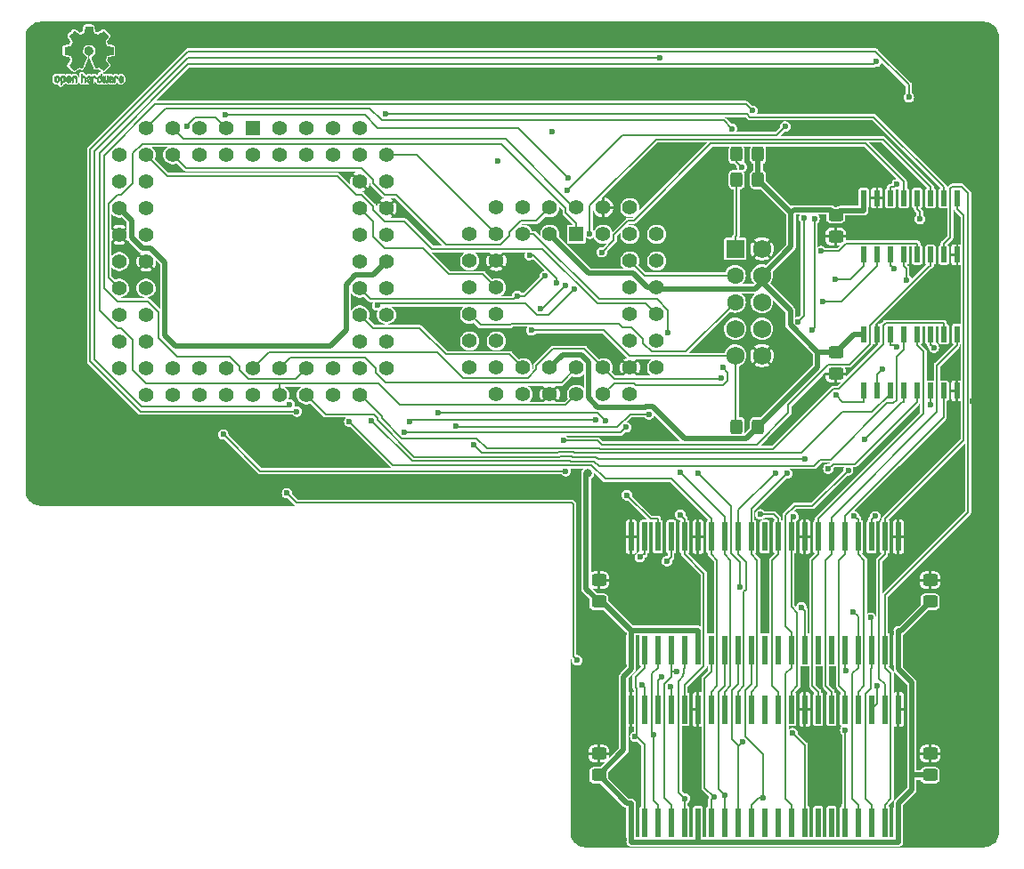
<source format=gbr>
G04 #@! TF.GenerationSoftware,KiCad,Pcbnew,7.0.10*
G04 #@! TF.CreationDate,2024-02-23T15:08:55-06:00*
G04 #@! TF.ProjectId,A600FastRAM,41363030-4661-4737-9452-414d2e6b6963,5*
G04 #@! TF.SameCoordinates,Original*
G04 #@! TF.FileFunction,Copper,L1,Top*
G04 #@! TF.FilePolarity,Positive*
%FSLAX46Y46*%
G04 Gerber Fmt 4.6, Leading zero omitted, Abs format (unit mm)*
G04 Created by KiCad (PCBNEW 7.0.10) date 2024-02-23 15:08:55*
%MOMM*%
%LPD*%
G01*
G04 APERTURE LIST*
G04 Aperture macros list*
%AMRoundRect*
0 Rectangle with rounded corners*
0 $1 Rounding radius*
0 $2 $3 $4 $5 $6 $7 $8 $9 X,Y pos of 4 corners*
0 Add a 4 corners polygon primitive as box body*
4,1,4,$2,$3,$4,$5,$6,$7,$8,$9,$2,$3,0*
0 Add four circle primitives for the rounded corners*
1,1,$1+$1,$2,$3*
1,1,$1+$1,$4,$5*
1,1,$1+$1,$6,$7*
1,1,$1+$1,$8,$9*
0 Add four rect primitives between the rounded corners*
20,1,$1+$1,$2,$3,$4,$5,0*
20,1,$1+$1,$4,$5,$6,$7,0*
20,1,$1+$1,$6,$7,$8,$9,0*
20,1,$1+$1,$8,$9,$2,$3,0*%
G04 Aperture macros list end*
G04 #@! TA.AperFunction,EtchedComponent*
%ADD10C,0.010000*%
G04 #@! TD*
G04 #@! TA.AperFunction,SMDPad,CuDef*
%ADD11RoundRect,0.250000X0.325000X0.450000X-0.325000X0.450000X-0.325000X-0.450000X0.325000X-0.450000X0*%
G04 #@! TD*
G04 #@! TA.AperFunction,ComponentPad*
%ADD12R,1.727200X1.727200*%
G04 #@! TD*
G04 #@! TA.AperFunction,ComponentPad*
%ADD13C,1.727200*%
G04 #@! TD*
G04 #@! TA.AperFunction,ComponentPad*
%ADD14C,1.600000*%
G04 #@! TD*
G04 #@! TA.AperFunction,SMDPad,CuDef*
%ADD15RoundRect,0.250000X-0.450000X0.325000X-0.450000X-0.325000X0.450000X-0.325000X0.450000X0.325000X0*%
G04 #@! TD*
G04 #@! TA.AperFunction,SMDPad,CuDef*
%ADD16RoundRect,0.250000X0.450000X-0.325000X0.450000X0.325000X-0.450000X0.325000X-0.450000X-0.325000X0*%
G04 #@! TD*
G04 #@! TA.AperFunction,SMDPad,CuDef*
%ADD17R,0.508000X2.778000*%
G04 #@! TD*
G04 #@! TA.AperFunction,SMDPad,CuDef*
%ADD18R,0.600000X1.500000*%
G04 #@! TD*
G04 #@! TA.AperFunction,ComponentPad*
%ADD19R,1.422400X1.422400*%
G04 #@! TD*
G04 #@! TA.AperFunction,ComponentPad*
%ADD20C,1.422400*%
G04 #@! TD*
G04 #@! TA.AperFunction,ComponentPad*
%ADD21C,0.800000*%
G04 #@! TD*
G04 #@! TA.AperFunction,ComponentPad*
%ADD22C,5.000000*%
G04 #@! TD*
G04 #@! TA.AperFunction,ViaPad*
%ADD23C,0.600000*%
G04 #@! TD*
G04 #@! TA.AperFunction,ViaPad*
%ADD24C,0.800000*%
G04 #@! TD*
G04 #@! TA.AperFunction,Conductor*
%ADD25C,0.200000*%
G04 #@! TD*
G04 #@! TA.AperFunction,Conductor*
%ADD26C,0.500000*%
G04 #@! TD*
G04 APERTURE END LIST*
D10*
X119746600Y-88064752D02*
X119763948Y-88072334D01*
X119805356Y-88105128D01*
X119840765Y-88152547D01*
X119862664Y-88203151D01*
X119866229Y-88228098D01*
X119854279Y-88262927D01*
X119828067Y-88281357D01*
X119799964Y-88292516D01*
X119787095Y-88294572D01*
X119780829Y-88279649D01*
X119768456Y-88247175D01*
X119763028Y-88232502D01*
X119732590Y-88181744D01*
X119688520Y-88156427D01*
X119632010Y-88157206D01*
X119627825Y-88158203D01*
X119597655Y-88172507D01*
X119575476Y-88200393D01*
X119560327Y-88245287D01*
X119551250Y-88310615D01*
X119547286Y-88399804D01*
X119546914Y-88447261D01*
X119546730Y-88522071D01*
X119545522Y-88573069D01*
X119542309Y-88605471D01*
X119536109Y-88624495D01*
X119525940Y-88635356D01*
X119510819Y-88643272D01*
X119509946Y-88643670D01*
X119480828Y-88655981D01*
X119466403Y-88660514D01*
X119464186Y-88646809D01*
X119462289Y-88608925D01*
X119460847Y-88551715D01*
X119459998Y-88480027D01*
X119459829Y-88427565D01*
X119460692Y-88326047D01*
X119464070Y-88249032D01*
X119471142Y-88192023D01*
X119483088Y-88150526D01*
X119501090Y-88120043D01*
X119526327Y-88096080D01*
X119551247Y-88079355D01*
X119611171Y-88057097D01*
X119680911Y-88052076D01*
X119746600Y-88064752D01*
G04 #@! TA.AperFunction,EtchedComponent*
G36*
X119746600Y-88064752D02*
G01*
X119763948Y-88072334D01*
X119805356Y-88105128D01*
X119840765Y-88152547D01*
X119862664Y-88203151D01*
X119866229Y-88228098D01*
X119854279Y-88262927D01*
X119828067Y-88281357D01*
X119799964Y-88292516D01*
X119787095Y-88294572D01*
X119780829Y-88279649D01*
X119768456Y-88247175D01*
X119763028Y-88232502D01*
X119732590Y-88181744D01*
X119688520Y-88156427D01*
X119632010Y-88157206D01*
X119627825Y-88158203D01*
X119597655Y-88172507D01*
X119575476Y-88200393D01*
X119560327Y-88245287D01*
X119551250Y-88310615D01*
X119547286Y-88399804D01*
X119546914Y-88447261D01*
X119546730Y-88522071D01*
X119545522Y-88573069D01*
X119542309Y-88605471D01*
X119536109Y-88624495D01*
X119525940Y-88635356D01*
X119510819Y-88643272D01*
X119509946Y-88643670D01*
X119480828Y-88655981D01*
X119466403Y-88660514D01*
X119464186Y-88646809D01*
X119462289Y-88608925D01*
X119460847Y-88551715D01*
X119459998Y-88480027D01*
X119459829Y-88427565D01*
X119460692Y-88326047D01*
X119464070Y-88249032D01*
X119471142Y-88192023D01*
X119483088Y-88150526D01*
X119501090Y-88120043D01*
X119526327Y-88096080D01*
X119551247Y-88079355D01*
X119611171Y-88057097D01*
X119680911Y-88052076D01*
X119746600Y-88064752D01*
G37*
G04 #@! TD.AperFunction*
X115810093Y-88033780D02*
X115856672Y-88060723D01*
X115889057Y-88087466D01*
X115912742Y-88115484D01*
X115929059Y-88149748D01*
X115939339Y-88195227D01*
X115944914Y-88256892D01*
X115947116Y-88339711D01*
X115947371Y-88399246D01*
X115947371Y-88618391D01*
X115885686Y-88646044D01*
X115824000Y-88673697D01*
X115816743Y-88433670D01*
X115813744Y-88344028D01*
X115810598Y-88278962D01*
X115806701Y-88234026D01*
X115801447Y-88204770D01*
X115794231Y-88186748D01*
X115784450Y-88175511D01*
X115781312Y-88173079D01*
X115733761Y-88154083D01*
X115685697Y-88161600D01*
X115657086Y-88181543D01*
X115645447Y-88195675D01*
X115637391Y-88214220D01*
X115632271Y-88242334D01*
X115629441Y-88285173D01*
X115628256Y-88347895D01*
X115628057Y-88413261D01*
X115628018Y-88495268D01*
X115626614Y-88553316D01*
X115621914Y-88592465D01*
X115611987Y-88617780D01*
X115594903Y-88634323D01*
X115568732Y-88647156D01*
X115533775Y-88660491D01*
X115495596Y-88675007D01*
X115500141Y-88417389D01*
X115501971Y-88324519D01*
X115504112Y-88255889D01*
X115507181Y-88206711D01*
X115511794Y-88172198D01*
X115518568Y-88147562D01*
X115528119Y-88128016D01*
X115539634Y-88110770D01*
X115595190Y-88055680D01*
X115662980Y-88023822D01*
X115736713Y-88016191D01*
X115810093Y-88033780D01*
G04 #@! TA.AperFunction,EtchedComponent*
G36*
X115810093Y-88033780D02*
G01*
X115856672Y-88060723D01*
X115889057Y-88087466D01*
X115912742Y-88115484D01*
X115929059Y-88149748D01*
X115939339Y-88195227D01*
X115944914Y-88256892D01*
X115947116Y-88339711D01*
X115947371Y-88399246D01*
X115947371Y-88618391D01*
X115885686Y-88646044D01*
X115824000Y-88673697D01*
X115816743Y-88433670D01*
X115813744Y-88344028D01*
X115810598Y-88278962D01*
X115806701Y-88234026D01*
X115801447Y-88204770D01*
X115794231Y-88186748D01*
X115784450Y-88175511D01*
X115781312Y-88173079D01*
X115733761Y-88154083D01*
X115685697Y-88161600D01*
X115657086Y-88181543D01*
X115645447Y-88195675D01*
X115637391Y-88214220D01*
X115632271Y-88242334D01*
X115629441Y-88285173D01*
X115628256Y-88347895D01*
X115628057Y-88413261D01*
X115628018Y-88495268D01*
X115626614Y-88553316D01*
X115621914Y-88592465D01*
X115611987Y-88617780D01*
X115594903Y-88634323D01*
X115568732Y-88647156D01*
X115533775Y-88660491D01*
X115495596Y-88675007D01*
X115500141Y-88417389D01*
X115501971Y-88324519D01*
X115504112Y-88255889D01*
X115507181Y-88206711D01*
X115511794Y-88172198D01*
X115518568Y-88147562D01*
X115528119Y-88128016D01*
X115539634Y-88110770D01*
X115595190Y-88055680D01*
X115662980Y-88023822D01*
X115736713Y-88016191D01*
X115810093Y-88033780D01*
G37*
G04 #@! TD.AperFunction*
X117623926Y-88055755D02*
X117689858Y-88080084D01*
X117743273Y-88123117D01*
X117764164Y-88153409D01*
X117786939Y-88208994D01*
X117786466Y-88249186D01*
X117762562Y-88276217D01*
X117753717Y-88280813D01*
X117715530Y-88295144D01*
X117696028Y-88291472D01*
X117689422Y-88267407D01*
X117689086Y-88254114D01*
X117676992Y-88205210D01*
X117645471Y-88170999D01*
X117601659Y-88154476D01*
X117552695Y-88158634D01*
X117512894Y-88180227D01*
X117499450Y-88192544D01*
X117489921Y-88207487D01*
X117483485Y-88230075D01*
X117479317Y-88265328D01*
X117476597Y-88318266D01*
X117474502Y-88393907D01*
X117473960Y-88417857D01*
X117471981Y-88499790D01*
X117469731Y-88557455D01*
X117466357Y-88595608D01*
X117461006Y-88619004D01*
X117452824Y-88632398D01*
X117440959Y-88640545D01*
X117433362Y-88644144D01*
X117401102Y-88656452D01*
X117382111Y-88660514D01*
X117375836Y-88646948D01*
X117372006Y-88605934D01*
X117370600Y-88536999D01*
X117371598Y-88439669D01*
X117371908Y-88424657D01*
X117374101Y-88335859D01*
X117376693Y-88271019D01*
X117380382Y-88225067D01*
X117385864Y-88192935D01*
X117393835Y-88169553D01*
X117404993Y-88149852D01*
X117410830Y-88141410D01*
X117444296Y-88104057D01*
X117481727Y-88075003D01*
X117486309Y-88072467D01*
X117553426Y-88052443D01*
X117623926Y-88055755D01*
G04 #@! TA.AperFunction,EtchedComponent*
G36*
X117623926Y-88055755D02*
G01*
X117689858Y-88080084D01*
X117743273Y-88123117D01*
X117764164Y-88153409D01*
X117786939Y-88208994D01*
X117786466Y-88249186D01*
X117762562Y-88276217D01*
X117753717Y-88280813D01*
X117715530Y-88295144D01*
X117696028Y-88291472D01*
X117689422Y-88267407D01*
X117689086Y-88254114D01*
X117676992Y-88205210D01*
X117645471Y-88170999D01*
X117601659Y-88154476D01*
X117552695Y-88158634D01*
X117512894Y-88180227D01*
X117499450Y-88192544D01*
X117489921Y-88207487D01*
X117483485Y-88230075D01*
X117479317Y-88265328D01*
X117476597Y-88318266D01*
X117474502Y-88393907D01*
X117473960Y-88417857D01*
X117471981Y-88499790D01*
X117469731Y-88557455D01*
X117466357Y-88595608D01*
X117461006Y-88619004D01*
X117452824Y-88632398D01*
X117440959Y-88640545D01*
X117433362Y-88644144D01*
X117401102Y-88656452D01*
X117382111Y-88660514D01*
X117375836Y-88646948D01*
X117372006Y-88605934D01*
X117370600Y-88536999D01*
X117371598Y-88439669D01*
X117371908Y-88424657D01*
X117374101Y-88335859D01*
X117376693Y-88271019D01*
X117380382Y-88225067D01*
X117385864Y-88192935D01*
X117393835Y-88169553D01*
X117404993Y-88149852D01*
X117410830Y-88141410D01*
X117444296Y-88104057D01*
X117481727Y-88075003D01*
X117486309Y-88072467D01*
X117553426Y-88052443D01*
X117623926Y-88055755D01*
G37*
G04 #@! TD.AperFunction*
X116469886Y-87957289D02*
X116474139Y-88016613D01*
X116479025Y-88051572D01*
X116485795Y-88066820D01*
X116495702Y-88067015D01*
X116498914Y-88065195D01*
X116541644Y-88052015D01*
X116597227Y-88052785D01*
X116653737Y-88066333D01*
X116689082Y-88083861D01*
X116725321Y-88111861D01*
X116751813Y-88143549D01*
X116769999Y-88183813D01*
X116781322Y-88237543D01*
X116787222Y-88309626D01*
X116789143Y-88404951D01*
X116789177Y-88423237D01*
X116789200Y-88628646D01*
X116743491Y-88644580D01*
X116711027Y-88655420D01*
X116693215Y-88660468D01*
X116692691Y-88660514D01*
X116690937Y-88646828D01*
X116689444Y-88609076D01*
X116688326Y-88552224D01*
X116687697Y-88481234D01*
X116687600Y-88438073D01*
X116687398Y-88352973D01*
X116686358Y-88291981D01*
X116683831Y-88250177D01*
X116679164Y-88222642D01*
X116671707Y-88204456D01*
X116660811Y-88190698D01*
X116654007Y-88184073D01*
X116607272Y-88157375D01*
X116556272Y-88155375D01*
X116510001Y-88177955D01*
X116501444Y-88186107D01*
X116488893Y-88201436D01*
X116480188Y-88219618D01*
X116474631Y-88245909D01*
X116471526Y-88285562D01*
X116470176Y-88343832D01*
X116469886Y-88424173D01*
X116469886Y-88628646D01*
X116424177Y-88644580D01*
X116391713Y-88655420D01*
X116373901Y-88660468D01*
X116373377Y-88660514D01*
X116372037Y-88646623D01*
X116370828Y-88607439D01*
X116369801Y-88546700D01*
X116369002Y-88468141D01*
X116368481Y-88375498D01*
X116368286Y-88272509D01*
X116368286Y-87875342D01*
X116415457Y-87855444D01*
X116462629Y-87835547D01*
X116469886Y-87957289D01*
G04 #@! TA.AperFunction,EtchedComponent*
G36*
X116469886Y-87957289D02*
G01*
X116474139Y-88016613D01*
X116479025Y-88051572D01*
X116485795Y-88066820D01*
X116495702Y-88067015D01*
X116498914Y-88065195D01*
X116541644Y-88052015D01*
X116597227Y-88052785D01*
X116653737Y-88066333D01*
X116689082Y-88083861D01*
X116725321Y-88111861D01*
X116751813Y-88143549D01*
X116769999Y-88183813D01*
X116781322Y-88237543D01*
X116787222Y-88309626D01*
X116789143Y-88404951D01*
X116789177Y-88423237D01*
X116789200Y-88628646D01*
X116743491Y-88644580D01*
X116711027Y-88655420D01*
X116693215Y-88660468D01*
X116692691Y-88660514D01*
X116690937Y-88646828D01*
X116689444Y-88609076D01*
X116688326Y-88552224D01*
X116687697Y-88481234D01*
X116687600Y-88438073D01*
X116687398Y-88352973D01*
X116686358Y-88291981D01*
X116683831Y-88250177D01*
X116679164Y-88222642D01*
X116671707Y-88204456D01*
X116660811Y-88190698D01*
X116654007Y-88184073D01*
X116607272Y-88157375D01*
X116556272Y-88155375D01*
X116510001Y-88177955D01*
X116501444Y-88186107D01*
X116488893Y-88201436D01*
X116480188Y-88219618D01*
X116474631Y-88245909D01*
X116471526Y-88285562D01*
X116470176Y-88343832D01*
X116469886Y-88424173D01*
X116469886Y-88628646D01*
X116424177Y-88644580D01*
X116391713Y-88655420D01*
X116373901Y-88660468D01*
X116373377Y-88660514D01*
X116372037Y-88646623D01*
X116370828Y-88607439D01*
X116369801Y-88546700D01*
X116369002Y-88468141D01*
X116368481Y-88375498D01*
X116368286Y-88272509D01*
X116368286Y-87875342D01*
X116415457Y-87855444D01*
X116462629Y-87835547D01*
X116469886Y-87957289D01*
G37*
G04 #@! TD.AperFunction*
X118873833Y-88064663D02*
X118876048Y-88102850D01*
X118877784Y-88160886D01*
X118878899Y-88234180D01*
X118879257Y-88311055D01*
X118879257Y-88571196D01*
X118833326Y-88617127D01*
X118801675Y-88645429D01*
X118773890Y-88656893D01*
X118735915Y-88656168D01*
X118720840Y-88654321D01*
X118673726Y-88648948D01*
X118634756Y-88645869D01*
X118625257Y-88645585D01*
X118593233Y-88647445D01*
X118547432Y-88652114D01*
X118529674Y-88654321D01*
X118486057Y-88657735D01*
X118456745Y-88650320D01*
X118427680Y-88627427D01*
X118417188Y-88617127D01*
X118371257Y-88571196D01*
X118371257Y-88084602D01*
X118408226Y-88067758D01*
X118440059Y-88055282D01*
X118458683Y-88050914D01*
X118463458Y-88064718D01*
X118467921Y-88103286D01*
X118471775Y-88162356D01*
X118474722Y-88237663D01*
X118476143Y-88301286D01*
X118480114Y-88551657D01*
X118514759Y-88556556D01*
X118546268Y-88553131D01*
X118561708Y-88542041D01*
X118566023Y-88521308D01*
X118569708Y-88477145D01*
X118572469Y-88415146D01*
X118574012Y-88340909D01*
X118574235Y-88302706D01*
X118574457Y-88082783D01*
X118620166Y-88066849D01*
X118652518Y-88056015D01*
X118670115Y-88050962D01*
X118670623Y-88050914D01*
X118672388Y-88064648D01*
X118674329Y-88102730D01*
X118676282Y-88160482D01*
X118678084Y-88233227D01*
X118679343Y-88301286D01*
X118683314Y-88551657D01*
X118770400Y-88551657D01*
X118774396Y-88323240D01*
X118778392Y-88094822D01*
X118820847Y-88072868D01*
X118852192Y-88057793D01*
X118870744Y-88050951D01*
X118871279Y-88050914D01*
X118873833Y-88064663D01*
G04 #@! TA.AperFunction,EtchedComponent*
G36*
X118873833Y-88064663D02*
G01*
X118876048Y-88102850D01*
X118877784Y-88160886D01*
X118878899Y-88234180D01*
X118879257Y-88311055D01*
X118879257Y-88571196D01*
X118833326Y-88617127D01*
X118801675Y-88645429D01*
X118773890Y-88656893D01*
X118735915Y-88656168D01*
X118720840Y-88654321D01*
X118673726Y-88648948D01*
X118634756Y-88645869D01*
X118625257Y-88645585D01*
X118593233Y-88647445D01*
X118547432Y-88652114D01*
X118529674Y-88654321D01*
X118486057Y-88657735D01*
X118456745Y-88650320D01*
X118427680Y-88627427D01*
X118417188Y-88617127D01*
X118371257Y-88571196D01*
X118371257Y-88084602D01*
X118408226Y-88067758D01*
X118440059Y-88055282D01*
X118458683Y-88050914D01*
X118463458Y-88064718D01*
X118467921Y-88103286D01*
X118471775Y-88162356D01*
X118474722Y-88237663D01*
X118476143Y-88301286D01*
X118480114Y-88551657D01*
X118514759Y-88556556D01*
X118546268Y-88553131D01*
X118561708Y-88542041D01*
X118566023Y-88521308D01*
X118569708Y-88477145D01*
X118572469Y-88415146D01*
X118574012Y-88340909D01*
X118574235Y-88302706D01*
X118574457Y-88082783D01*
X118620166Y-88066849D01*
X118652518Y-88056015D01*
X118670115Y-88050962D01*
X118670623Y-88050914D01*
X118672388Y-88064648D01*
X118674329Y-88102730D01*
X118676282Y-88160482D01*
X118678084Y-88233227D01*
X118679343Y-88301286D01*
X118683314Y-88551657D01*
X118770400Y-88551657D01*
X118774396Y-88323240D01*
X118778392Y-88094822D01*
X118820847Y-88072868D01*
X118852192Y-88057793D01*
X118870744Y-88050951D01*
X118871279Y-88050914D01*
X118873833Y-88064663D01*
G37*
G04 #@! TD.AperFunction*
X114135115Y-88027962D02*
X114203145Y-88063733D01*
X114253351Y-88121301D01*
X114271185Y-88158312D01*
X114285063Y-88213882D01*
X114292167Y-88284096D01*
X114292840Y-88360727D01*
X114287427Y-88435552D01*
X114276270Y-88500342D01*
X114259714Y-88546873D01*
X114254626Y-88554887D01*
X114194355Y-88614707D01*
X114122769Y-88650535D01*
X114045092Y-88661020D01*
X113966548Y-88644810D01*
X113944689Y-88635092D01*
X113902122Y-88605143D01*
X113864763Y-88565433D01*
X113861232Y-88560397D01*
X113846881Y-88536124D01*
X113837394Y-88510178D01*
X113831790Y-88476022D01*
X113829086Y-88427119D01*
X113828299Y-88356935D01*
X113828286Y-88341200D01*
X113828322Y-88336192D01*
X113973429Y-88336192D01*
X113974273Y-88402430D01*
X113977596Y-88446386D01*
X113984583Y-88474779D01*
X113996416Y-88494325D01*
X114002457Y-88500857D01*
X114037186Y-88525680D01*
X114070903Y-88524548D01*
X114104995Y-88503016D01*
X114125329Y-88480029D01*
X114137371Y-88446478D01*
X114144134Y-88393569D01*
X114144598Y-88387399D01*
X114145752Y-88291513D01*
X114133688Y-88220299D01*
X114108570Y-88174194D01*
X114070560Y-88153635D01*
X114056992Y-88152514D01*
X114021364Y-88158152D01*
X113996994Y-88177686D01*
X113982093Y-88215042D01*
X113974875Y-88274150D01*
X113973429Y-88336192D01*
X113828322Y-88336192D01*
X113828826Y-88266413D01*
X113831096Y-88214159D01*
X113836068Y-88177949D01*
X113844713Y-88151299D01*
X113858005Y-88127722D01*
X113860943Y-88123338D01*
X113910313Y-88064249D01*
X113964109Y-88029947D01*
X114029602Y-88016331D01*
X114051842Y-88015665D01*
X114135115Y-88027962D01*
G04 #@! TA.AperFunction,EtchedComponent*
G36*
X114135115Y-88027962D02*
G01*
X114203145Y-88063733D01*
X114253351Y-88121301D01*
X114271185Y-88158312D01*
X114285063Y-88213882D01*
X114292167Y-88284096D01*
X114292840Y-88360727D01*
X114287427Y-88435552D01*
X114276270Y-88500342D01*
X114259714Y-88546873D01*
X114254626Y-88554887D01*
X114194355Y-88614707D01*
X114122769Y-88650535D01*
X114045092Y-88661020D01*
X113966548Y-88644810D01*
X113944689Y-88635092D01*
X113902122Y-88605143D01*
X113864763Y-88565433D01*
X113861232Y-88560397D01*
X113846881Y-88536124D01*
X113837394Y-88510178D01*
X113831790Y-88476022D01*
X113829086Y-88427119D01*
X113828299Y-88356935D01*
X113828286Y-88341200D01*
X113828322Y-88336192D01*
X113973429Y-88336192D01*
X113974273Y-88402430D01*
X113977596Y-88446386D01*
X113984583Y-88474779D01*
X113996416Y-88494325D01*
X114002457Y-88500857D01*
X114037186Y-88525680D01*
X114070903Y-88524548D01*
X114104995Y-88503016D01*
X114125329Y-88480029D01*
X114137371Y-88446478D01*
X114144134Y-88393569D01*
X114144598Y-88387399D01*
X114145752Y-88291513D01*
X114133688Y-88220299D01*
X114108570Y-88174194D01*
X114070560Y-88153635D01*
X114056992Y-88152514D01*
X114021364Y-88158152D01*
X113996994Y-88177686D01*
X113982093Y-88215042D01*
X113974875Y-88274150D01*
X113973429Y-88336192D01*
X113828322Y-88336192D01*
X113828826Y-88266413D01*
X113831096Y-88214159D01*
X113836068Y-88177949D01*
X113844713Y-88151299D01*
X113858005Y-88127722D01*
X113860943Y-88123338D01*
X113910313Y-88064249D01*
X113964109Y-88029947D01*
X114029602Y-88016331D01*
X114051842Y-88015665D01*
X114135115Y-88027962D01*
G37*
G04 #@! TD.AperFunction*
X120247595Y-88072966D02*
X120305021Y-88110497D01*
X120332719Y-88144096D01*
X120354662Y-88205064D01*
X120356405Y-88253308D01*
X120352457Y-88317816D01*
X120203686Y-88382934D01*
X120131349Y-88416202D01*
X120084084Y-88442964D01*
X120059507Y-88466144D01*
X120055237Y-88488667D01*
X120068889Y-88513455D01*
X120083943Y-88529886D01*
X120127746Y-88556235D01*
X120175389Y-88558081D01*
X120219145Y-88537546D01*
X120251289Y-88496752D01*
X120257038Y-88482347D01*
X120284576Y-88437356D01*
X120316258Y-88418182D01*
X120359714Y-88401779D01*
X120359714Y-88463966D01*
X120355872Y-88506283D01*
X120340823Y-88541969D01*
X120309280Y-88582943D01*
X120304592Y-88588267D01*
X120269506Y-88624720D01*
X120239347Y-88644283D01*
X120201615Y-88653283D01*
X120170335Y-88656230D01*
X120114385Y-88656965D01*
X120074555Y-88647660D01*
X120049708Y-88633846D01*
X120010656Y-88603467D01*
X119983625Y-88570613D01*
X119966517Y-88529294D01*
X119957238Y-88473521D01*
X119953693Y-88397305D01*
X119953410Y-88358622D01*
X119954372Y-88312247D01*
X120042007Y-88312247D01*
X120043023Y-88337126D01*
X120045556Y-88341200D01*
X120062274Y-88335665D01*
X120098249Y-88321017D01*
X120146331Y-88300190D01*
X120156386Y-88295714D01*
X120217152Y-88264814D01*
X120250632Y-88237657D01*
X120257990Y-88212220D01*
X120240391Y-88186481D01*
X120225856Y-88175109D01*
X120173410Y-88152364D01*
X120124322Y-88156122D01*
X120083227Y-88183884D01*
X120054758Y-88233152D01*
X120045631Y-88272257D01*
X120042007Y-88312247D01*
X119954372Y-88312247D01*
X119955285Y-88268249D01*
X119962196Y-88201384D01*
X119975884Y-88152695D01*
X119998096Y-88116849D01*
X120030574Y-88088513D01*
X120044733Y-88079355D01*
X120109053Y-88055507D01*
X120179473Y-88054006D01*
X120247595Y-88072966D01*
G04 #@! TA.AperFunction,EtchedComponent*
G36*
X120247595Y-88072966D02*
G01*
X120305021Y-88110497D01*
X120332719Y-88144096D01*
X120354662Y-88205064D01*
X120356405Y-88253308D01*
X120352457Y-88317816D01*
X120203686Y-88382934D01*
X120131349Y-88416202D01*
X120084084Y-88442964D01*
X120059507Y-88466144D01*
X120055237Y-88488667D01*
X120068889Y-88513455D01*
X120083943Y-88529886D01*
X120127746Y-88556235D01*
X120175389Y-88558081D01*
X120219145Y-88537546D01*
X120251289Y-88496752D01*
X120257038Y-88482347D01*
X120284576Y-88437356D01*
X120316258Y-88418182D01*
X120359714Y-88401779D01*
X120359714Y-88463966D01*
X120355872Y-88506283D01*
X120340823Y-88541969D01*
X120309280Y-88582943D01*
X120304592Y-88588267D01*
X120269506Y-88624720D01*
X120239347Y-88644283D01*
X120201615Y-88653283D01*
X120170335Y-88656230D01*
X120114385Y-88656965D01*
X120074555Y-88647660D01*
X120049708Y-88633846D01*
X120010656Y-88603467D01*
X119983625Y-88570613D01*
X119966517Y-88529294D01*
X119957238Y-88473521D01*
X119953693Y-88397305D01*
X119953410Y-88358622D01*
X119954372Y-88312247D01*
X120042007Y-88312247D01*
X120043023Y-88337126D01*
X120045556Y-88341200D01*
X120062274Y-88335665D01*
X120098249Y-88321017D01*
X120146331Y-88300190D01*
X120156386Y-88295714D01*
X120217152Y-88264814D01*
X120250632Y-88237657D01*
X120257990Y-88212220D01*
X120240391Y-88186481D01*
X120225856Y-88175109D01*
X120173410Y-88152364D01*
X120124322Y-88156122D01*
X120083227Y-88183884D01*
X120054758Y-88233152D01*
X120045631Y-88272257D01*
X120042007Y-88312247D01*
X119954372Y-88312247D01*
X119955285Y-88268249D01*
X119962196Y-88201384D01*
X119975884Y-88152695D01*
X119998096Y-88116849D01*
X120030574Y-88088513D01*
X120044733Y-88079355D01*
X120109053Y-88055507D01*
X120179473Y-88054006D01*
X120247595Y-88072966D01*
G37*
G04 #@! TD.AperFunction*
X118284117Y-88171358D02*
X118283933Y-88279837D01*
X118283219Y-88363287D01*
X118281675Y-88425704D01*
X118279001Y-88471085D01*
X118274894Y-88503429D01*
X118269055Y-88526733D01*
X118261182Y-88544995D01*
X118255221Y-88555418D01*
X118205855Y-88611945D01*
X118143264Y-88647377D01*
X118074013Y-88660090D01*
X118004668Y-88648463D01*
X117963375Y-88627568D01*
X117920025Y-88591422D01*
X117890481Y-88547276D01*
X117872655Y-88489462D01*
X117864463Y-88412313D01*
X117863302Y-88355714D01*
X117863458Y-88351647D01*
X117964857Y-88351647D01*
X117965476Y-88416550D01*
X117968314Y-88459514D01*
X117974840Y-88487622D01*
X117986523Y-88507953D01*
X118000483Y-88523288D01*
X118047365Y-88552890D01*
X118097701Y-88555419D01*
X118145276Y-88530705D01*
X118148979Y-88527356D01*
X118164783Y-88509935D01*
X118174693Y-88489209D01*
X118180058Y-88458362D01*
X118182228Y-88410577D01*
X118182571Y-88357748D01*
X118181827Y-88291381D01*
X118178748Y-88247106D01*
X118172061Y-88218009D01*
X118160496Y-88197173D01*
X118151013Y-88186107D01*
X118106960Y-88158198D01*
X118056224Y-88154843D01*
X118007796Y-88176159D01*
X117998450Y-88184073D01*
X117982540Y-88201647D01*
X117972610Y-88222587D01*
X117967278Y-88253782D01*
X117965163Y-88302122D01*
X117964857Y-88351647D01*
X117863458Y-88351647D01*
X117866810Y-88264568D01*
X117878726Y-88196086D01*
X117901135Y-88144600D01*
X117936124Y-88104443D01*
X117963375Y-88083861D01*
X118012907Y-88061625D01*
X118070316Y-88051304D01*
X118123682Y-88054067D01*
X118153543Y-88065212D01*
X118165261Y-88068383D01*
X118173037Y-88056557D01*
X118178465Y-88024866D01*
X118182571Y-87976593D01*
X118187067Y-87922829D01*
X118193313Y-87890482D01*
X118204676Y-87871985D01*
X118224528Y-87859770D01*
X118237000Y-87854362D01*
X118284171Y-87834601D01*
X118284117Y-88171358D01*
G04 #@! TA.AperFunction,EtchedComponent*
G36*
X118284117Y-88171358D02*
G01*
X118283933Y-88279837D01*
X118283219Y-88363287D01*
X118281675Y-88425704D01*
X118279001Y-88471085D01*
X118274894Y-88503429D01*
X118269055Y-88526733D01*
X118261182Y-88544995D01*
X118255221Y-88555418D01*
X118205855Y-88611945D01*
X118143264Y-88647377D01*
X118074013Y-88660090D01*
X118004668Y-88648463D01*
X117963375Y-88627568D01*
X117920025Y-88591422D01*
X117890481Y-88547276D01*
X117872655Y-88489462D01*
X117864463Y-88412313D01*
X117863302Y-88355714D01*
X117863458Y-88351647D01*
X117964857Y-88351647D01*
X117965476Y-88416550D01*
X117968314Y-88459514D01*
X117974840Y-88487622D01*
X117986523Y-88507953D01*
X118000483Y-88523288D01*
X118047365Y-88552890D01*
X118097701Y-88555419D01*
X118145276Y-88530705D01*
X118148979Y-88527356D01*
X118164783Y-88509935D01*
X118174693Y-88489209D01*
X118180058Y-88458362D01*
X118182228Y-88410577D01*
X118182571Y-88357748D01*
X118181827Y-88291381D01*
X118178748Y-88247106D01*
X118172061Y-88218009D01*
X118160496Y-88197173D01*
X118151013Y-88186107D01*
X118106960Y-88158198D01*
X118056224Y-88154843D01*
X118007796Y-88176159D01*
X117998450Y-88184073D01*
X117982540Y-88201647D01*
X117972610Y-88222587D01*
X117967278Y-88253782D01*
X117965163Y-88302122D01*
X117964857Y-88351647D01*
X117863458Y-88351647D01*
X117866810Y-88264568D01*
X117878726Y-88196086D01*
X117901135Y-88144600D01*
X117936124Y-88104443D01*
X117963375Y-88083861D01*
X118012907Y-88061625D01*
X118070316Y-88051304D01*
X118123682Y-88054067D01*
X118153543Y-88065212D01*
X118165261Y-88068383D01*
X118173037Y-88056557D01*
X118178465Y-88024866D01*
X118182571Y-87976593D01*
X118187067Y-87922829D01*
X118193313Y-87890482D01*
X118204676Y-87871985D01*
X118224528Y-87859770D01*
X118237000Y-87854362D01*
X118284171Y-87834601D01*
X118284117Y-88171358D01*
G37*
G04 #@! TD.AperFunction*
X115262303Y-88037239D02*
X115319527Y-88075735D01*
X115363749Y-88131335D01*
X115390167Y-88202086D01*
X115395510Y-88254162D01*
X115394903Y-88275893D01*
X115389822Y-88292531D01*
X115375855Y-88307437D01*
X115348589Y-88323973D01*
X115303612Y-88345498D01*
X115236511Y-88375374D01*
X115236171Y-88375524D01*
X115174407Y-88403813D01*
X115123759Y-88428933D01*
X115089404Y-88448179D01*
X115076518Y-88458848D01*
X115076514Y-88458934D01*
X115087872Y-88482166D01*
X115114431Y-88507774D01*
X115144923Y-88526221D01*
X115160370Y-88529886D01*
X115202515Y-88517212D01*
X115238808Y-88485471D01*
X115256517Y-88450572D01*
X115273552Y-88424845D01*
X115306922Y-88395546D01*
X115346149Y-88370235D01*
X115380756Y-88356471D01*
X115387993Y-88355714D01*
X115396139Y-88368160D01*
X115396630Y-88399972D01*
X115390643Y-88442866D01*
X115379357Y-88488558D01*
X115363950Y-88528761D01*
X115363171Y-88530322D01*
X115316804Y-88595062D01*
X115256711Y-88639097D01*
X115188465Y-88660711D01*
X115117638Y-88658185D01*
X115049804Y-88629804D01*
X115046788Y-88627808D01*
X114993427Y-88579448D01*
X114958340Y-88516352D01*
X114938922Y-88433387D01*
X114936316Y-88410078D01*
X114931701Y-88300055D01*
X114937233Y-88248748D01*
X115076514Y-88248748D01*
X115078324Y-88280753D01*
X115088222Y-88290093D01*
X115112898Y-88283105D01*
X115151795Y-88266587D01*
X115195275Y-88245881D01*
X115196356Y-88245333D01*
X115233209Y-88225949D01*
X115248000Y-88213013D01*
X115244353Y-88199451D01*
X115228995Y-88181632D01*
X115189923Y-88155845D01*
X115147846Y-88153950D01*
X115110103Y-88172717D01*
X115084034Y-88208915D01*
X115076514Y-88248748D01*
X114937233Y-88248748D01*
X114941194Y-88212027D01*
X114965550Y-88142212D01*
X114999456Y-88093302D01*
X115060653Y-88043878D01*
X115128063Y-88019359D01*
X115196880Y-88017797D01*
X115262303Y-88037239D01*
G04 #@! TA.AperFunction,EtchedComponent*
G36*
X115262303Y-88037239D02*
G01*
X115319527Y-88075735D01*
X115363749Y-88131335D01*
X115390167Y-88202086D01*
X115395510Y-88254162D01*
X115394903Y-88275893D01*
X115389822Y-88292531D01*
X115375855Y-88307437D01*
X115348589Y-88323973D01*
X115303612Y-88345498D01*
X115236511Y-88375374D01*
X115236171Y-88375524D01*
X115174407Y-88403813D01*
X115123759Y-88428933D01*
X115089404Y-88448179D01*
X115076518Y-88458848D01*
X115076514Y-88458934D01*
X115087872Y-88482166D01*
X115114431Y-88507774D01*
X115144923Y-88526221D01*
X115160370Y-88529886D01*
X115202515Y-88517212D01*
X115238808Y-88485471D01*
X115256517Y-88450572D01*
X115273552Y-88424845D01*
X115306922Y-88395546D01*
X115346149Y-88370235D01*
X115380756Y-88356471D01*
X115387993Y-88355714D01*
X115396139Y-88368160D01*
X115396630Y-88399972D01*
X115390643Y-88442866D01*
X115379357Y-88488558D01*
X115363950Y-88528761D01*
X115363171Y-88530322D01*
X115316804Y-88595062D01*
X115256711Y-88639097D01*
X115188465Y-88660711D01*
X115117638Y-88658185D01*
X115049804Y-88629804D01*
X115046788Y-88627808D01*
X114993427Y-88579448D01*
X114958340Y-88516352D01*
X114938922Y-88433387D01*
X114936316Y-88410078D01*
X114931701Y-88300055D01*
X114937233Y-88248748D01*
X115076514Y-88248748D01*
X115078324Y-88280753D01*
X115088222Y-88290093D01*
X115112898Y-88283105D01*
X115151795Y-88266587D01*
X115195275Y-88245881D01*
X115196356Y-88245333D01*
X115233209Y-88225949D01*
X115248000Y-88213013D01*
X115244353Y-88199451D01*
X115228995Y-88181632D01*
X115189923Y-88155845D01*
X115147846Y-88153950D01*
X115110103Y-88172717D01*
X115084034Y-88208915D01*
X115076514Y-88248748D01*
X114937233Y-88248748D01*
X114941194Y-88212027D01*
X114965550Y-88142212D01*
X114999456Y-88093302D01*
X115060653Y-88043878D01*
X115128063Y-88019359D01*
X115196880Y-88017797D01*
X115262303Y-88037239D01*
G37*
G04 #@! TD.AperFunction*
X117133744Y-88056968D02*
X117190616Y-88078087D01*
X117191267Y-88078493D01*
X117226440Y-88104380D01*
X117252407Y-88134633D01*
X117270670Y-88174058D01*
X117282732Y-88227462D01*
X117290096Y-88299651D01*
X117294264Y-88395432D01*
X117294629Y-88409078D01*
X117299876Y-88614842D01*
X117255716Y-88637678D01*
X117223763Y-88653110D01*
X117204470Y-88660423D01*
X117203578Y-88660514D01*
X117200239Y-88647022D01*
X117197587Y-88610626D01*
X117195956Y-88557452D01*
X117195600Y-88514393D01*
X117195592Y-88444641D01*
X117192403Y-88400837D01*
X117181288Y-88379944D01*
X117157501Y-88378925D01*
X117116296Y-88394741D01*
X117054086Y-88423815D01*
X117008341Y-88447963D01*
X116984813Y-88468913D01*
X116977896Y-88491747D01*
X116977886Y-88492877D01*
X116989299Y-88532212D01*
X117023092Y-88553462D01*
X117074809Y-88556539D01*
X117112061Y-88556006D01*
X117131703Y-88566735D01*
X117143952Y-88592505D01*
X117151002Y-88625337D01*
X117140842Y-88643966D01*
X117137017Y-88646632D01*
X117101001Y-88657340D01*
X117050566Y-88658856D01*
X116998626Y-88651759D01*
X116961822Y-88638788D01*
X116910938Y-88595585D01*
X116882014Y-88535446D01*
X116876286Y-88488462D01*
X116880657Y-88446082D01*
X116896475Y-88411488D01*
X116927797Y-88380763D01*
X116978678Y-88349990D01*
X117053176Y-88315252D01*
X117057714Y-88313288D01*
X117124821Y-88282287D01*
X117166232Y-88256862D01*
X117183981Y-88234014D01*
X117180107Y-88210745D01*
X117156643Y-88184056D01*
X117149627Y-88177914D01*
X117102630Y-88154100D01*
X117053933Y-88155103D01*
X117011522Y-88178451D01*
X116983384Y-88221675D01*
X116980769Y-88230160D01*
X116955308Y-88271308D01*
X116923001Y-88291128D01*
X116876286Y-88310770D01*
X116876286Y-88259950D01*
X116890496Y-88186082D01*
X116932675Y-88118327D01*
X116954624Y-88095661D01*
X117004517Y-88066569D01*
X117067967Y-88053400D01*
X117133744Y-88056968D01*
G04 #@! TA.AperFunction,EtchedComponent*
G36*
X117133744Y-88056968D02*
G01*
X117190616Y-88078087D01*
X117191267Y-88078493D01*
X117226440Y-88104380D01*
X117252407Y-88134633D01*
X117270670Y-88174058D01*
X117282732Y-88227462D01*
X117290096Y-88299651D01*
X117294264Y-88395432D01*
X117294629Y-88409078D01*
X117299876Y-88614842D01*
X117255716Y-88637678D01*
X117223763Y-88653110D01*
X117204470Y-88660423D01*
X117203578Y-88660514D01*
X117200239Y-88647022D01*
X117197587Y-88610626D01*
X117195956Y-88557452D01*
X117195600Y-88514393D01*
X117195592Y-88444641D01*
X117192403Y-88400837D01*
X117181288Y-88379944D01*
X117157501Y-88378925D01*
X117116296Y-88394741D01*
X117054086Y-88423815D01*
X117008341Y-88447963D01*
X116984813Y-88468913D01*
X116977896Y-88491747D01*
X116977886Y-88492877D01*
X116989299Y-88532212D01*
X117023092Y-88553462D01*
X117074809Y-88556539D01*
X117112061Y-88556006D01*
X117131703Y-88566735D01*
X117143952Y-88592505D01*
X117151002Y-88625337D01*
X117140842Y-88643966D01*
X117137017Y-88646632D01*
X117101001Y-88657340D01*
X117050566Y-88658856D01*
X116998626Y-88651759D01*
X116961822Y-88638788D01*
X116910938Y-88595585D01*
X116882014Y-88535446D01*
X116876286Y-88488462D01*
X116880657Y-88446082D01*
X116896475Y-88411488D01*
X116927797Y-88380763D01*
X116978678Y-88349990D01*
X117053176Y-88315252D01*
X117057714Y-88313288D01*
X117124821Y-88282287D01*
X117166232Y-88256862D01*
X117183981Y-88234014D01*
X117180107Y-88210745D01*
X117156643Y-88184056D01*
X117149627Y-88177914D01*
X117102630Y-88154100D01*
X117053933Y-88155103D01*
X117011522Y-88178451D01*
X116983384Y-88221675D01*
X116980769Y-88230160D01*
X116955308Y-88271308D01*
X116923001Y-88291128D01*
X116876286Y-88310770D01*
X116876286Y-88259950D01*
X116890496Y-88186082D01*
X116932675Y-88118327D01*
X116954624Y-88095661D01*
X117004517Y-88066569D01*
X117067967Y-88053400D01*
X117133744Y-88056968D01*
G37*
G04 #@! TD.AperFunction*
X114693744Y-88025918D02*
X114749201Y-88053568D01*
X114798148Y-88104480D01*
X114811629Y-88123338D01*
X114826314Y-88148015D01*
X114835842Y-88174816D01*
X114841293Y-88210587D01*
X114843747Y-88262169D01*
X114844286Y-88330267D01*
X114841852Y-88423588D01*
X114833394Y-88493657D01*
X114817174Y-88545931D01*
X114791454Y-88585869D01*
X114754497Y-88618929D01*
X114751782Y-88620886D01*
X114715360Y-88640908D01*
X114671502Y-88650815D01*
X114615724Y-88653257D01*
X114525048Y-88653257D01*
X114525010Y-88741283D01*
X114524166Y-88790308D01*
X114519024Y-88819065D01*
X114505587Y-88836311D01*
X114479858Y-88850808D01*
X114473679Y-88853769D01*
X114444764Y-88867648D01*
X114422376Y-88876414D01*
X114405729Y-88877171D01*
X114394036Y-88867023D01*
X114386510Y-88843073D01*
X114382366Y-88802426D01*
X114380815Y-88742186D01*
X114381071Y-88659455D01*
X114382349Y-88551339D01*
X114382748Y-88519000D01*
X114384185Y-88407524D01*
X114385472Y-88334603D01*
X114524971Y-88334603D01*
X114525755Y-88396499D01*
X114529240Y-88436997D01*
X114537124Y-88463708D01*
X114551105Y-88484244D01*
X114560597Y-88494260D01*
X114599404Y-88523567D01*
X114633763Y-88525952D01*
X114669216Y-88501750D01*
X114670114Y-88500857D01*
X114684539Y-88482153D01*
X114693313Y-88456732D01*
X114697739Y-88417584D01*
X114699118Y-88357697D01*
X114699143Y-88344430D01*
X114695812Y-88261901D01*
X114684969Y-88204691D01*
X114665340Y-88169766D01*
X114635650Y-88154094D01*
X114618491Y-88152514D01*
X114577766Y-88159926D01*
X114549832Y-88184330D01*
X114533017Y-88228980D01*
X114525650Y-88297130D01*
X114524971Y-88334603D01*
X114385472Y-88334603D01*
X114385708Y-88321245D01*
X114387677Y-88256333D01*
X114390450Y-88208958D01*
X114394388Y-88175290D01*
X114399849Y-88151498D01*
X114407192Y-88133753D01*
X114416777Y-88118224D01*
X114420887Y-88112381D01*
X114475405Y-88057185D01*
X114544336Y-88025890D01*
X114624072Y-88017165D01*
X114693744Y-88025918D01*
G04 #@! TA.AperFunction,EtchedComponent*
G36*
X114693744Y-88025918D02*
G01*
X114749201Y-88053568D01*
X114798148Y-88104480D01*
X114811629Y-88123338D01*
X114826314Y-88148015D01*
X114835842Y-88174816D01*
X114841293Y-88210587D01*
X114843747Y-88262169D01*
X114844286Y-88330267D01*
X114841852Y-88423588D01*
X114833394Y-88493657D01*
X114817174Y-88545931D01*
X114791454Y-88585869D01*
X114754497Y-88618929D01*
X114751782Y-88620886D01*
X114715360Y-88640908D01*
X114671502Y-88650815D01*
X114615724Y-88653257D01*
X114525048Y-88653257D01*
X114525010Y-88741283D01*
X114524166Y-88790308D01*
X114519024Y-88819065D01*
X114505587Y-88836311D01*
X114479858Y-88850808D01*
X114473679Y-88853769D01*
X114444764Y-88867648D01*
X114422376Y-88876414D01*
X114405729Y-88877171D01*
X114394036Y-88867023D01*
X114386510Y-88843073D01*
X114382366Y-88802426D01*
X114380815Y-88742186D01*
X114381071Y-88659455D01*
X114382349Y-88551339D01*
X114382748Y-88519000D01*
X114384185Y-88407524D01*
X114385472Y-88334603D01*
X114524971Y-88334603D01*
X114525755Y-88396499D01*
X114529240Y-88436997D01*
X114537124Y-88463708D01*
X114551105Y-88484244D01*
X114560597Y-88494260D01*
X114599404Y-88523567D01*
X114633763Y-88525952D01*
X114669216Y-88501750D01*
X114670114Y-88500857D01*
X114684539Y-88482153D01*
X114693313Y-88456732D01*
X114697739Y-88417584D01*
X114699118Y-88357697D01*
X114699143Y-88344430D01*
X114695812Y-88261901D01*
X114684969Y-88204691D01*
X114665340Y-88169766D01*
X114635650Y-88154094D01*
X114618491Y-88152514D01*
X114577766Y-88159926D01*
X114549832Y-88184330D01*
X114533017Y-88228980D01*
X114525650Y-88297130D01*
X114524971Y-88334603D01*
X114385472Y-88334603D01*
X114385708Y-88321245D01*
X114387677Y-88256333D01*
X114390450Y-88208958D01*
X114394388Y-88175290D01*
X114399849Y-88151498D01*
X114407192Y-88133753D01*
X114416777Y-88118224D01*
X114420887Y-88112381D01*
X114475405Y-88057185D01*
X114544336Y-88025890D01*
X114624072Y-88017165D01*
X114693744Y-88025918D01*
G37*
G04 #@! TD.AperFunction*
X119238876Y-88062335D02*
X119280667Y-88081344D01*
X119313469Y-88104378D01*
X119337503Y-88130133D01*
X119354097Y-88163358D01*
X119364577Y-88208800D01*
X119370271Y-88271207D01*
X119372507Y-88355327D01*
X119372743Y-88410721D01*
X119372743Y-88626826D01*
X119335774Y-88643670D01*
X119306656Y-88655981D01*
X119292231Y-88660514D01*
X119289472Y-88647025D01*
X119287282Y-88610653D01*
X119285942Y-88557542D01*
X119285657Y-88515372D01*
X119284434Y-88454447D01*
X119281136Y-88406115D01*
X119276321Y-88376518D01*
X119272496Y-88370229D01*
X119246783Y-88376652D01*
X119206418Y-88393125D01*
X119159679Y-88415458D01*
X119114845Y-88439457D01*
X119080193Y-88460930D01*
X119064002Y-88475685D01*
X119063938Y-88475845D01*
X119065330Y-88503152D01*
X119077818Y-88529219D01*
X119099743Y-88550392D01*
X119131743Y-88557474D01*
X119159092Y-88556649D01*
X119197826Y-88556042D01*
X119218158Y-88565116D01*
X119230369Y-88589092D01*
X119231909Y-88593613D01*
X119237203Y-88627806D01*
X119223047Y-88648568D01*
X119186148Y-88658462D01*
X119146289Y-88660292D01*
X119074562Y-88646727D01*
X119037432Y-88627355D01*
X118991576Y-88581845D01*
X118967256Y-88525983D01*
X118965073Y-88466957D01*
X118985629Y-88411953D01*
X119016549Y-88377486D01*
X119047420Y-88358189D01*
X119095942Y-88333759D01*
X119152485Y-88308985D01*
X119161910Y-88305199D01*
X119224019Y-88277791D01*
X119259822Y-88253634D01*
X119271337Y-88229619D01*
X119260580Y-88202635D01*
X119242114Y-88181543D01*
X119198469Y-88155572D01*
X119150446Y-88153624D01*
X119106406Y-88173637D01*
X119074709Y-88213551D01*
X119070549Y-88223848D01*
X119046327Y-88261724D01*
X119010965Y-88289842D01*
X118966343Y-88312917D01*
X118966343Y-88247485D01*
X118968969Y-88207506D01*
X118980230Y-88175997D01*
X119005199Y-88142378D01*
X119029169Y-88116484D01*
X119066441Y-88079817D01*
X119095401Y-88060121D01*
X119126505Y-88052220D01*
X119161713Y-88050914D01*
X119238876Y-88062335D01*
G04 #@! TA.AperFunction,EtchedComponent*
G36*
X119238876Y-88062335D02*
G01*
X119280667Y-88081344D01*
X119313469Y-88104378D01*
X119337503Y-88130133D01*
X119354097Y-88163358D01*
X119364577Y-88208800D01*
X119370271Y-88271207D01*
X119372507Y-88355327D01*
X119372743Y-88410721D01*
X119372743Y-88626826D01*
X119335774Y-88643670D01*
X119306656Y-88655981D01*
X119292231Y-88660514D01*
X119289472Y-88647025D01*
X119287282Y-88610653D01*
X119285942Y-88557542D01*
X119285657Y-88515372D01*
X119284434Y-88454447D01*
X119281136Y-88406115D01*
X119276321Y-88376518D01*
X119272496Y-88370229D01*
X119246783Y-88376652D01*
X119206418Y-88393125D01*
X119159679Y-88415458D01*
X119114845Y-88439457D01*
X119080193Y-88460930D01*
X119064002Y-88475685D01*
X119063938Y-88475845D01*
X119065330Y-88503152D01*
X119077818Y-88529219D01*
X119099743Y-88550392D01*
X119131743Y-88557474D01*
X119159092Y-88556649D01*
X119197826Y-88556042D01*
X119218158Y-88565116D01*
X119230369Y-88589092D01*
X119231909Y-88593613D01*
X119237203Y-88627806D01*
X119223047Y-88648568D01*
X119186148Y-88658462D01*
X119146289Y-88660292D01*
X119074562Y-88646727D01*
X119037432Y-88627355D01*
X118991576Y-88581845D01*
X118967256Y-88525983D01*
X118965073Y-88466957D01*
X118985629Y-88411953D01*
X119016549Y-88377486D01*
X119047420Y-88358189D01*
X119095942Y-88333759D01*
X119152485Y-88308985D01*
X119161910Y-88305199D01*
X119224019Y-88277791D01*
X119259822Y-88253634D01*
X119271337Y-88229619D01*
X119260580Y-88202635D01*
X119242114Y-88181543D01*
X119198469Y-88155572D01*
X119150446Y-88153624D01*
X119106406Y-88173637D01*
X119074709Y-88213551D01*
X119070549Y-88223848D01*
X119046327Y-88261724D01*
X119010965Y-88289842D01*
X118966343Y-88312917D01*
X118966343Y-88247485D01*
X118968969Y-88207506D01*
X118980230Y-88175997D01*
X119005199Y-88142378D01*
X119029169Y-88116484D01*
X119066441Y-88079817D01*
X119095401Y-88060121D01*
X119126505Y-88052220D01*
X119161713Y-88050914D01*
X119238876Y-88062335D01*
G37*
G04 #@! TD.AperFunction*
X117197910Y-83348348D02*
X117276454Y-83348778D01*
X117333298Y-83349942D01*
X117372105Y-83352207D01*
X117396538Y-83355940D01*
X117410262Y-83361506D01*
X117416940Y-83369273D01*
X117420236Y-83379605D01*
X117420556Y-83380943D01*
X117425562Y-83405079D01*
X117434829Y-83452701D01*
X117447392Y-83518741D01*
X117462287Y-83598128D01*
X117478551Y-83685796D01*
X117479119Y-83688875D01*
X117495410Y-83774789D01*
X117510652Y-83850696D01*
X117523861Y-83912045D01*
X117534054Y-83954282D01*
X117540248Y-83972855D01*
X117540543Y-83973184D01*
X117558788Y-83982253D01*
X117596405Y-83997367D01*
X117645271Y-84015262D01*
X117645543Y-84015358D01*
X117707093Y-84038493D01*
X117779657Y-84067965D01*
X117848057Y-84097597D01*
X117851294Y-84099062D01*
X117962702Y-84149626D01*
X118209399Y-83981160D01*
X118285077Y-83929803D01*
X118353631Y-83883889D01*
X118411088Y-83846030D01*
X118453476Y-83818837D01*
X118476825Y-83804921D01*
X118479042Y-83803889D01*
X118496010Y-83808484D01*
X118527701Y-83830655D01*
X118575352Y-83871447D01*
X118640198Y-83931905D01*
X118706397Y-83996227D01*
X118770214Y-84059612D01*
X118827329Y-84117451D01*
X118874305Y-84166175D01*
X118907703Y-84202210D01*
X118924085Y-84221984D01*
X118924694Y-84223002D01*
X118926505Y-84236572D01*
X118919683Y-84258733D01*
X118902540Y-84292478D01*
X118873393Y-84340800D01*
X118830555Y-84406692D01*
X118773448Y-84491517D01*
X118722766Y-84566177D01*
X118677461Y-84633140D01*
X118640150Y-84688516D01*
X118613452Y-84728420D01*
X118599985Y-84748962D01*
X118599137Y-84750356D01*
X118600781Y-84770038D01*
X118613245Y-84808293D01*
X118634048Y-84857889D01*
X118641462Y-84873728D01*
X118673814Y-84944290D01*
X118708328Y-85024353D01*
X118736365Y-85093629D01*
X118756568Y-85145045D01*
X118772615Y-85184119D01*
X118781888Y-85204541D01*
X118783041Y-85206114D01*
X118800096Y-85208721D01*
X118840298Y-85215863D01*
X118898302Y-85226523D01*
X118968763Y-85239685D01*
X119046335Y-85254333D01*
X119125672Y-85269449D01*
X119201431Y-85284018D01*
X119268264Y-85297022D01*
X119320828Y-85307445D01*
X119353776Y-85314270D01*
X119361857Y-85316199D01*
X119370205Y-85320962D01*
X119376506Y-85331718D01*
X119381045Y-85352098D01*
X119384104Y-85385734D01*
X119385967Y-85436255D01*
X119386918Y-85507292D01*
X119387240Y-85602476D01*
X119387257Y-85641492D01*
X119387257Y-85958799D01*
X119311057Y-85973839D01*
X119268663Y-85981995D01*
X119205400Y-85993899D01*
X119128962Y-86008116D01*
X119047043Y-86023210D01*
X119024400Y-86027355D01*
X118948806Y-86042053D01*
X118882953Y-86056505D01*
X118832366Y-86069375D01*
X118802574Y-86079322D01*
X118797612Y-86082287D01*
X118785426Y-86103283D01*
X118767953Y-86143967D01*
X118748577Y-86196322D01*
X118744734Y-86207600D01*
X118719339Y-86277523D01*
X118687817Y-86356418D01*
X118656969Y-86427266D01*
X118656817Y-86427595D01*
X118605447Y-86538733D01*
X118774399Y-86787253D01*
X118943352Y-87035772D01*
X118726429Y-87253058D01*
X118660819Y-87317726D01*
X118600979Y-87374733D01*
X118550267Y-87421033D01*
X118512046Y-87453584D01*
X118489675Y-87469343D01*
X118486466Y-87470343D01*
X118467626Y-87462469D01*
X118429180Y-87440578D01*
X118375330Y-87407267D01*
X118310276Y-87365131D01*
X118239940Y-87317943D01*
X118168555Y-87269810D01*
X118104908Y-87227928D01*
X118053041Y-87194871D01*
X118016995Y-87173218D01*
X118000867Y-87165543D01*
X117981189Y-87172037D01*
X117943875Y-87189150D01*
X117896621Y-87213326D01*
X117891612Y-87216013D01*
X117827977Y-87247927D01*
X117784341Y-87263579D01*
X117757202Y-87263745D01*
X117743057Y-87249204D01*
X117742975Y-87249000D01*
X117735905Y-87231779D01*
X117719042Y-87190899D01*
X117693695Y-87129525D01*
X117661171Y-87050819D01*
X117622778Y-86957947D01*
X117579822Y-86854072D01*
X117538222Y-86753502D01*
X117492504Y-86642516D01*
X117450526Y-86539703D01*
X117413548Y-86448215D01*
X117382827Y-86371201D01*
X117359622Y-86311815D01*
X117345190Y-86273209D01*
X117340743Y-86258800D01*
X117351896Y-86242272D01*
X117381069Y-86215930D01*
X117419971Y-86186887D01*
X117530757Y-86095039D01*
X117617351Y-85989759D01*
X117678716Y-85873266D01*
X117713815Y-85747776D01*
X117721608Y-85615507D01*
X117715943Y-85554457D01*
X117685078Y-85427795D01*
X117631920Y-85315941D01*
X117559767Y-85220001D01*
X117471917Y-85141076D01*
X117371665Y-85080270D01*
X117262310Y-85038687D01*
X117147147Y-85017428D01*
X117029475Y-85017599D01*
X116912590Y-85040301D01*
X116799789Y-85086638D01*
X116694369Y-85157713D01*
X116650368Y-85197911D01*
X116565979Y-85301129D01*
X116507222Y-85413925D01*
X116473704Y-85533010D01*
X116465035Y-85655095D01*
X116480823Y-85776893D01*
X116520678Y-85895116D01*
X116584207Y-86006475D01*
X116671021Y-86107684D01*
X116768029Y-86186887D01*
X116808437Y-86217162D01*
X116836982Y-86243219D01*
X116847257Y-86258825D01*
X116841877Y-86275843D01*
X116826575Y-86316500D01*
X116802612Y-86377642D01*
X116771244Y-86456119D01*
X116733732Y-86548780D01*
X116691333Y-86652472D01*
X116649663Y-86753526D01*
X116603690Y-86864607D01*
X116561107Y-86967541D01*
X116523221Y-87059165D01*
X116491340Y-87136316D01*
X116466771Y-87195831D01*
X116450820Y-87234544D01*
X116444910Y-87249000D01*
X116430948Y-87263685D01*
X116403940Y-87263642D01*
X116360413Y-87248099D01*
X116296890Y-87216284D01*
X116296388Y-87216013D01*
X116248560Y-87191323D01*
X116209897Y-87173338D01*
X116188095Y-87165614D01*
X116187133Y-87165543D01*
X116170721Y-87173378D01*
X116134487Y-87195165D01*
X116082474Y-87228328D01*
X116018725Y-87270291D01*
X115948060Y-87317943D01*
X115876116Y-87366191D01*
X115811274Y-87408151D01*
X115757735Y-87441227D01*
X115719697Y-87462821D01*
X115701533Y-87470343D01*
X115684808Y-87460457D01*
X115651180Y-87432826D01*
X115604010Y-87390495D01*
X115546658Y-87336505D01*
X115482484Y-87273899D01*
X115461497Y-87252983D01*
X115244499Y-87035623D01*
X115409668Y-86793220D01*
X115459864Y-86718781D01*
X115503919Y-86651972D01*
X115539362Y-86596665D01*
X115563719Y-86556729D01*
X115574522Y-86536036D01*
X115574838Y-86534563D01*
X115569143Y-86515058D01*
X115553826Y-86475822D01*
X115531537Y-86423430D01*
X115515893Y-86388355D01*
X115486641Y-86321201D01*
X115459094Y-86253358D01*
X115437737Y-86196034D01*
X115431935Y-86178572D01*
X115415452Y-86131938D01*
X115399340Y-86095905D01*
X115390490Y-86082287D01*
X115370960Y-86073952D01*
X115328334Y-86062137D01*
X115268145Y-86048181D01*
X115195922Y-86033422D01*
X115163600Y-86027355D01*
X115081522Y-86012273D01*
X115002795Y-85997669D01*
X114935109Y-85984980D01*
X114886160Y-85975642D01*
X114876943Y-85973839D01*
X114800743Y-85958799D01*
X114800743Y-85641492D01*
X114800914Y-85537154D01*
X114801616Y-85458213D01*
X114803134Y-85401038D01*
X114805749Y-85361999D01*
X114809746Y-85337465D01*
X114815409Y-85323805D01*
X114823020Y-85317389D01*
X114826143Y-85316199D01*
X114844978Y-85311980D01*
X114886588Y-85303562D01*
X114945630Y-85291961D01*
X115016757Y-85278195D01*
X115094625Y-85263280D01*
X115173887Y-85248232D01*
X115249198Y-85234069D01*
X115315213Y-85221806D01*
X115366587Y-85212461D01*
X115397975Y-85207050D01*
X115404959Y-85206114D01*
X115411285Y-85193596D01*
X115425290Y-85160246D01*
X115444355Y-85112377D01*
X115451634Y-85093629D01*
X115480996Y-85021195D01*
X115515571Y-84941170D01*
X115546537Y-84873728D01*
X115569323Y-84822159D01*
X115584482Y-84779785D01*
X115589542Y-84753834D01*
X115588736Y-84750356D01*
X115578041Y-84733936D01*
X115553620Y-84697417D01*
X115518095Y-84644687D01*
X115474087Y-84579635D01*
X115424217Y-84506151D01*
X115414356Y-84491645D01*
X115356492Y-84405704D01*
X115313956Y-84340261D01*
X115285054Y-84292304D01*
X115268090Y-84258820D01*
X115261367Y-84236795D01*
X115263190Y-84223217D01*
X115263236Y-84223131D01*
X115277586Y-84205297D01*
X115309323Y-84170817D01*
X115355010Y-84123268D01*
X115411204Y-84066222D01*
X115474468Y-84003255D01*
X115481602Y-83996227D01*
X115561330Y-83919020D01*
X115622857Y-83862330D01*
X115667421Y-83825110D01*
X115696257Y-83806315D01*
X115708958Y-83803889D01*
X115727494Y-83814471D01*
X115765961Y-83838916D01*
X115820386Y-83874612D01*
X115886798Y-83918947D01*
X115961225Y-83969311D01*
X115978601Y-83981160D01*
X116225297Y-84149626D01*
X116336706Y-84099062D01*
X116404457Y-84069595D01*
X116477183Y-84039959D01*
X116539703Y-84016330D01*
X116542457Y-84015358D01*
X116591360Y-83997457D01*
X116629057Y-83982320D01*
X116647425Y-83973210D01*
X116647456Y-83973184D01*
X116653285Y-83956717D01*
X116663192Y-83916219D01*
X116676195Y-83856242D01*
X116691309Y-83781340D01*
X116707552Y-83696064D01*
X116708881Y-83688875D01*
X116725175Y-83601014D01*
X116740133Y-83521260D01*
X116752791Y-83454681D01*
X116762186Y-83406347D01*
X116767354Y-83381325D01*
X116767444Y-83380943D01*
X116770589Y-83370299D01*
X116776704Y-83362262D01*
X116789453Y-83356467D01*
X116812500Y-83352547D01*
X116849509Y-83350135D01*
X116904144Y-83348865D01*
X116980067Y-83348371D01*
X117080944Y-83348286D01*
X117094000Y-83348286D01*
X117197910Y-83348348D01*
G04 #@! TA.AperFunction,EtchedComponent*
G36*
X117197910Y-83348348D02*
G01*
X117276454Y-83348778D01*
X117333298Y-83349942D01*
X117372105Y-83352207D01*
X117396538Y-83355940D01*
X117410262Y-83361506D01*
X117416940Y-83369273D01*
X117420236Y-83379605D01*
X117420556Y-83380943D01*
X117425562Y-83405079D01*
X117434829Y-83452701D01*
X117447392Y-83518741D01*
X117462287Y-83598128D01*
X117478551Y-83685796D01*
X117479119Y-83688875D01*
X117495410Y-83774789D01*
X117510652Y-83850696D01*
X117523861Y-83912045D01*
X117534054Y-83954282D01*
X117540248Y-83972855D01*
X117540543Y-83973184D01*
X117558788Y-83982253D01*
X117596405Y-83997367D01*
X117645271Y-84015262D01*
X117645543Y-84015358D01*
X117707093Y-84038493D01*
X117779657Y-84067965D01*
X117848057Y-84097597D01*
X117851294Y-84099062D01*
X117962702Y-84149626D01*
X118209399Y-83981160D01*
X118285077Y-83929803D01*
X118353631Y-83883889D01*
X118411088Y-83846030D01*
X118453476Y-83818837D01*
X118476825Y-83804921D01*
X118479042Y-83803889D01*
X118496010Y-83808484D01*
X118527701Y-83830655D01*
X118575352Y-83871447D01*
X118640198Y-83931905D01*
X118706397Y-83996227D01*
X118770214Y-84059612D01*
X118827329Y-84117451D01*
X118874305Y-84166175D01*
X118907703Y-84202210D01*
X118924085Y-84221984D01*
X118924694Y-84223002D01*
X118926505Y-84236572D01*
X118919683Y-84258733D01*
X118902540Y-84292478D01*
X118873393Y-84340800D01*
X118830555Y-84406692D01*
X118773448Y-84491517D01*
X118722766Y-84566177D01*
X118677461Y-84633140D01*
X118640150Y-84688516D01*
X118613452Y-84728420D01*
X118599985Y-84748962D01*
X118599137Y-84750356D01*
X118600781Y-84770038D01*
X118613245Y-84808293D01*
X118634048Y-84857889D01*
X118641462Y-84873728D01*
X118673814Y-84944290D01*
X118708328Y-85024353D01*
X118736365Y-85093629D01*
X118756568Y-85145045D01*
X118772615Y-85184119D01*
X118781888Y-85204541D01*
X118783041Y-85206114D01*
X118800096Y-85208721D01*
X118840298Y-85215863D01*
X118898302Y-85226523D01*
X118968763Y-85239685D01*
X119046335Y-85254333D01*
X119125672Y-85269449D01*
X119201431Y-85284018D01*
X119268264Y-85297022D01*
X119320828Y-85307445D01*
X119353776Y-85314270D01*
X119361857Y-85316199D01*
X119370205Y-85320962D01*
X119376506Y-85331718D01*
X119381045Y-85352098D01*
X119384104Y-85385734D01*
X119385967Y-85436255D01*
X119386918Y-85507292D01*
X119387240Y-85602476D01*
X119387257Y-85641492D01*
X119387257Y-85958799D01*
X119311057Y-85973839D01*
X119268663Y-85981995D01*
X119205400Y-85993899D01*
X119128962Y-86008116D01*
X119047043Y-86023210D01*
X119024400Y-86027355D01*
X118948806Y-86042053D01*
X118882953Y-86056505D01*
X118832366Y-86069375D01*
X118802574Y-86079322D01*
X118797612Y-86082287D01*
X118785426Y-86103283D01*
X118767953Y-86143967D01*
X118748577Y-86196322D01*
X118744734Y-86207600D01*
X118719339Y-86277523D01*
X118687817Y-86356418D01*
X118656969Y-86427266D01*
X118656817Y-86427595D01*
X118605447Y-86538733D01*
X118774399Y-86787253D01*
X118943352Y-87035772D01*
X118726429Y-87253058D01*
X118660819Y-87317726D01*
X118600979Y-87374733D01*
X118550267Y-87421033D01*
X118512046Y-87453584D01*
X118489675Y-87469343D01*
X118486466Y-87470343D01*
X118467626Y-87462469D01*
X118429180Y-87440578D01*
X118375330Y-87407267D01*
X118310276Y-87365131D01*
X118239940Y-87317943D01*
X118168555Y-87269810D01*
X118104908Y-87227928D01*
X118053041Y-87194871D01*
X118016995Y-87173218D01*
X118000867Y-87165543D01*
X117981189Y-87172037D01*
X117943875Y-87189150D01*
X117896621Y-87213326D01*
X117891612Y-87216013D01*
X117827977Y-87247927D01*
X117784341Y-87263579D01*
X117757202Y-87263745D01*
X117743057Y-87249204D01*
X117742975Y-87249000D01*
X117735905Y-87231779D01*
X117719042Y-87190899D01*
X117693695Y-87129525D01*
X117661171Y-87050819D01*
X117622778Y-86957947D01*
X117579822Y-86854072D01*
X117538222Y-86753502D01*
X117492504Y-86642516D01*
X117450526Y-86539703D01*
X117413548Y-86448215D01*
X117382827Y-86371201D01*
X117359622Y-86311815D01*
X117345190Y-86273209D01*
X117340743Y-86258800D01*
X117351896Y-86242272D01*
X117381069Y-86215930D01*
X117419971Y-86186887D01*
X117530757Y-86095039D01*
X117617351Y-85989759D01*
X117678716Y-85873266D01*
X117713815Y-85747776D01*
X117721608Y-85615507D01*
X117715943Y-85554457D01*
X117685078Y-85427795D01*
X117631920Y-85315941D01*
X117559767Y-85220001D01*
X117471917Y-85141076D01*
X117371665Y-85080270D01*
X117262310Y-85038687D01*
X117147147Y-85017428D01*
X117029475Y-85017599D01*
X116912590Y-85040301D01*
X116799789Y-85086638D01*
X116694369Y-85157713D01*
X116650368Y-85197911D01*
X116565979Y-85301129D01*
X116507222Y-85413925D01*
X116473704Y-85533010D01*
X116465035Y-85655095D01*
X116480823Y-85776893D01*
X116520678Y-85895116D01*
X116584207Y-86006475D01*
X116671021Y-86107684D01*
X116768029Y-86186887D01*
X116808437Y-86217162D01*
X116836982Y-86243219D01*
X116847257Y-86258825D01*
X116841877Y-86275843D01*
X116826575Y-86316500D01*
X116802612Y-86377642D01*
X116771244Y-86456119D01*
X116733732Y-86548780D01*
X116691333Y-86652472D01*
X116649663Y-86753526D01*
X116603690Y-86864607D01*
X116561107Y-86967541D01*
X116523221Y-87059165D01*
X116491340Y-87136316D01*
X116466771Y-87195831D01*
X116450820Y-87234544D01*
X116444910Y-87249000D01*
X116430948Y-87263685D01*
X116403940Y-87263642D01*
X116360413Y-87248099D01*
X116296890Y-87216284D01*
X116296388Y-87216013D01*
X116248560Y-87191323D01*
X116209897Y-87173338D01*
X116188095Y-87165614D01*
X116187133Y-87165543D01*
X116170721Y-87173378D01*
X116134487Y-87195165D01*
X116082474Y-87228328D01*
X116018725Y-87270291D01*
X115948060Y-87317943D01*
X115876116Y-87366191D01*
X115811274Y-87408151D01*
X115757735Y-87441227D01*
X115719697Y-87462821D01*
X115701533Y-87470343D01*
X115684808Y-87460457D01*
X115651180Y-87432826D01*
X115604010Y-87390495D01*
X115546658Y-87336505D01*
X115482484Y-87273899D01*
X115461497Y-87252983D01*
X115244499Y-87035623D01*
X115409668Y-86793220D01*
X115459864Y-86718781D01*
X115503919Y-86651972D01*
X115539362Y-86596665D01*
X115563719Y-86556729D01*
X115574522Y-86536036D01*
X115574838Y-86534563D01*
X115569143Y-86515058D01*
X115553826Y-86475822D01*
X115531537Y-86423430D01*
X115515893Y-86388355D01*
X115486641Y-86321201D01*
X115459094Y-86253358D01*
X115437737Y-86196034D01*
X115431935Y-86178572D01*
X115415452Y-86131938D01*
X115399340Y-86095905D01*
X115390490Y-86082287D01*
X115370960Y-86073952D01*
X115328334Y-86062137D01*
X115268145Y-86048181D01*
X115195922Y-86033422D01*
X115163600Y-86027355D01*
X115081522Y-86012273D01*
X115002795Y-85997669D01*
X114935109Y-85984980D01*
X114886160Y-85975642D01*
X114876943Y-85973839D01*
X114800743Y-85958799D01*
X114800743Y-85641492D01*
X114800914Y-85537154D01*
X114801616Y-85458213D01*
X114803134Y-85401038D01*
X114805749Y-85361999D01*
X114809746Y-85337465D01*
X114815409Y-85323805D01*
X114823020Y-85317389D01*
X114826143Y-85316199D01*
X114844978Y-85311980D01*
X114886588Y-85303562D01*
X114945630Y-85291961D01*
X115016757Y-85278195D01*
X115094625Y-85263280D01*
X115173887Y-85248232D01*
X115249198Y-85234069D01*
X115315213Y-85221806D01*
X115366587Y-85212461D01*
X115397975Y-85207050D01*
X115404959Y-85206114D01*
X115411285Y-85193596D01*
X115425290Y-85160246D01*
X115444355Y-85112377D01*
X115451634Y-85093629D01*
X115480996Y-85021195D01*
X115515571Y-84941170D01*
X115546537Y-84873728D01*
X115569323Y-84822159D01*
X115584482Y-84779785D01*
X115589542Y-84753834D01*
X115588736Y-84750356D01*
X115578041Y-84733936D01*
X115553620Y-84697417D01*
X115518095Y-84644687D01*
X115474087Y-84579635D01*
X115424217Y-84506151D01*
X115414356Y-84491645D01*
X115356492Y-84405704D01*
X115313956Y-84340261D01*
X115285054Y-84292304D01*
X115268090Y-84258820D01*
X115261367Y-84236795D01*
X115263190Y-84223217D01*
X115263236Y-84223131D01*
X115277586Y-84205297D01*
X115309323Y-84170817D01*
X115355010Y-84123268D01*
X115411204Y-84066222D01*
X115474468Y-84003255D01*
X115481602Y-83996227D01*
X115561330Y-83919020D01*
X115622857Y-83862330D01*
X115667421Y-83825110D01*
X115696257Y-83806315D01*
X115708958Y-83803889D01*
X115727494Y-83814471D01*
X115765961Y-83838916D01*
X115820386Y-83874612D01*
X115886798Y-83918947D01*
X115961225Y-83969311D01*
X115978601Y-83981160D01*
X116225297Y-84149626D01*
X116336706Y-84099062D01*
X116404457Y-84069595D01*
X116477183Y-84039959D01*
X116539703Y-84016330D01*
X116542457Y-84015358D01*
X116591360Y-83997457D01*
X116629057Y-83982320D01*
X116647425Y-83973210D01*
X116647456Y-83973184D01*
X116653285Y-83956717D01*
X116663192Y-83916219D01*
X116676195Y-83856242D01*
X116691309Y-83781340D01*
X116707552Y-83696064D01*
X116708881Y-83688875D01*
X116725175Y-83601014D01*
X116740133Y-83521260D01*
X116752791Y-83454681D01*
X116762186Y-83406347D01*
X116767354Y-83381325D01*
X116767444Y-83380943D01*
X116770589Y-83370299D01*
X116776704Y-83362262D01*
X116789453Y-83356467D01*
X116812500Y-83352547D01*
X116849509Y-83350135D01*
X116904144Y-83348865D01*
X116980067Y-83348371D01*
X117080944Y-83348286D01*
X117094000Y-83348286D01*
X117197910Y-83348348D01*
G37*
G04 #@! TD.AperFunction*
D11*
X180734000Y-95504000D03*
X178684000Y-95504000D03*
X180734000Y-121420000D03*
X178684000Y-121420000D03*
X180734000Y-97925000D03*
X178684000Y-97925000D03*
D12*
X178564000Y-104505000D03*
D13*
X181104000Y-104505000D03*
D14*
X178564000Y-107045000D03*
D13*
X181104000Y-107045000D03*
D14*
X178564000Y-109585000D03*
D13*
X181104000Y-109585000D03*
X178564000Y-112125000D03*
X181104000Y-112125000D03*
X178564000Y-114665000D03*
X181104000Y-114665000D03*
D15*
X188115400Y-101281200D03*
X188115400Y-103331200D03*
X188123400Y-114351200D03*
X188123400Y-116401200D03*
D16*
X165593700Y-138092000D03*
X165593700Y-136042000D03*
X197089700Y-138092000D03*
X197089700Y-136042000D03*
X165593700Y-154602000D03*
X165593700Y-152552000D03*
X197089700Y-154602000D03*
X197089700Y-152552000D03*
D17*
X168668700Y-159127000D03*
X169938700Y-159127000D03*
X171208700Y-159127000D03*
X172478700Y-159127000D03*
X173748700Y-159127000D03*
X175018700Y-159127000D03*
X176288700Y-159127000D03*
X177558700Y-159127000D03*
X178828700Y-159127000D03*
X180098700Y-159127000D03*
X181368700Y-159127000D03*
X182638700Y-159127000D03*
X183908700Y-159127000D03*
X185178700Y-159127000D03*
X186448700Y-159127000D03*
X187718700Y-159127000D03*
X188988700Y-159127000D03*
X190258700Y-159127000D03*
X191528700Y-159127000D03*
X192798700Y-159127000D03*
X194068700Y-159135000D03*
X194068700Y-148348000D03*
X192798700Y-148348000D03*
X191528700Y-148348000D03*
X190258700Y-148348000D03*
X188988700Y-148348000D03*
X187718700Y-148348000D03*
X186448700Y-148348000D03*
X185178700Y-148348000D03*
X183908700Y-148348000D03*
X182638700Y-148348000D03*
X181368700Y-148348000D03*
X180098700Y-148348000D03*
X178828700Y-148348000D03*
X177558700Y-148348000D03*
X176288700Y-148348000D03*
X175018700Y-148348000D03*
X173748700Y-148348000D03*
X172478700Y-148348000D03*
X171208700Y-148348000D03*
X169938700Y-148348000D03*
X168668700Y-148348000D03*
D18*
X190770400Y-118016000D03*
X192040400Y-118016000D03*
X193310400Y-118016000D03*
X194580400Y-118016000D03*
X195850400Y-118016000D03*
X197120400Y-118016000D03*
X198390400Y-118016000D03*
X199660400Y-118016000D03*
X199660400Y-112616000D03*
X198390400Y-112616000D03*
X197120400Y-112616000D03*
X195850400Y-112616000D03*
X194580400Y-112616000D03*
X193310400Y-112616000D03*
X192040400Y-112616000D03*
X190770400Y-112616000D03*
X190779400Y-105062000D03*
X192049400Y-105062000D03*
X193319400Y-105062000D03*
X194589400Y-105062000D03*
X195859400Y-105062000D03*
X197129400Y-105062000D03*
X198399400Y-105062000D03*
X199669400Y-105062000D03*
X199669400Y-99662000D03*
X198399400Y-99662000D03*
X197129400Y-99662000D03*
X195859400Y-99662000D03*
X194589400Y-99662000D03*
X193319400Y-99662000D03*
X192049400Y-99662000D03*
X190779400Y-99662000D03*
D17*
X168668700Y-142672500D03*
X169938700Y-142672500D03*
X171208700Y-142672500D03*
X172478700Y-142672500D03*
X173748700Y-142672500D03*
X175018700Y-142672500D03*
X176288700Y-142672500D03*
X177558700Y-142672500D03*
X178828700Y-142672500D03*
X180098700Y-142672500D03*
X181368700Y-142672500D03*
X182638700Y-142672500D03*
X183908700Y-142672500D03*
X185178700Y-142672500D03*
X186448700Y-142672500D03*
X187718700Y-142672500D03*
X188988700Y-142672500D03*
X190258700Y-142672500D03*
X191528700Y-142672500D03*
X192798700Y-142672500D03*
X194068700Y-142680500D03*
X194068700Y-131893500D03*
X192798700Y-131893500D03*
X191528700Y-131893500D03*
X190258700Y-131893500D03*
X188988700Y-131893500D03*
X187718700Y-131893500D03*
X186448700Y-131893500D03*
X185178700Y-131893500D03*
X183908700Y-131893500D03*
X182638700Y-131893500D03*
X181368700Y-131893500D03*
X180098700Y-131893500D03*
X178828700Y-131893500D03*
X177558700Y-131893500D03*
X176288700Y-131893500D03*
X175018700Y-131893500D03*
X173748700Y-131893500D03*
X172478700Y-131893500D03*
X171208700Y-131893500D03*
X169938700Y-131893500D03*
X168668700Y-131893500D03*
D19*
X163466000Y-103110000D03*
D20*
X160926000Y-100570000D03*
X160926000Y-103110000D03*
X158386000Y-100570000D03*
X158386000Y-103110000D03*
X155846000Y-100570000D03*
X153306000Y-103110000D03*
X155846000Y-103110000D03*
X153306000Y-105650000D03*
X155846000Y-105650000D03*
X153306000Y-108190000D03*
X155846000Y-108190000D03*
X153306000Y-110730000D03*
X155846000Y-110730000D03*
X153306000Y-113270000D03*
X155846000Y-113270000D03*
X153306000Y-115810000D03*
X155846000Y-118350000D03*
X155846000Y-115810000D03*
X158386000Y-118350000D03*
X158386000Y-115810000D03*
X160926000Y-118350000D03*
X160926000Y-115810000D03*
X163466000Y-118350000D03*
X163466000Y-115810000D03*
X166006000Y-118350000D03*
X166006000Y-115810000D03*
X168546000Y-118350000D03*
X171086000Y-115810000D03*
X168546000Y-115810000D03*
X171086000Y-113270000D03*
X168546000Y-113270000D03*
X171086000Y-110730000D03*
X168546000Y-110730000D03*
X171086000Y-108190000D03*
X168546000Y-108190000D03*
X171086000Y-105650000D03*
X168546000Y-105650000D03*
X171086000Y-103110000D03*
X168546000Y-100570000D03*
X168546000Y-103110000D03*
X166006000Y-100570000D03*
X166006000Y-103110000D03*
X163466000Y-100570000D03*
D19*
X132706000Y-93010000D03*
D20*
X130166000Y-95550000D03*
X130166000Y-93010000D03*
X127626000Y-95550000D03*
X127626000Y-93010000D03*
X125086000Y-95550000D03*
X125086000Y-93010000D03*
X122546000Y-95550000D03*
X122546000Y-93010000D03*
X120006000Y-95550000D03*
X122546000Y-98090000D03*
X120006000Y-98090000D03*
X122546000Y-100630000D03*
X120006000Y-100630000D03*
X122546000Y-103170000D03*
X120006000Y-103170000D03*
X122546000Y-105710000D03*
X120006000Y-105710000D03*
X122546000Y-108250000D03*
X120006000Y-108250000D03*
X122546000Y-110790000D03*
X120006000Y-110790000D03*
X122546000Y-113330000D03*
X120006000Y-113330000D03*
X122546000Y-115870000D03*
X120006000Y-115870000D03*
X122546000Y-118410000D03*
X125086000Y-115870000D03*
X125086000Y-118410000D03*
X127626000Y-115870000D03*
X127626000Y-118410000D03*
X130166000Y-115870000D03*
X130166000Y-118410000D03*
X132706000Y-115870000D03*
X132706000Y-118410000D03*
X135246000Y-115870000D03*
X135246000Y-118410000D03*
X137786000Y-115870000D03*
X137786000Y-118410000D03*
X140326000Y-115870000D03*
X140326000Y-118410000D03*
X142866000Y-115870000D03*
X142866000Y-118410000D03*
X145406000Y-115870000D03*
X142866000Y-113330000D03*
X145406000Y-113330000D03*
X142866000Y-110790000D03*
X145406000Y-110790000D03*
X142866000Y-108250000D03*
X145406000Y-108250000D03*
X142866000Y-105710000D03*
X145406000Y-105710000D03*
X142866000Y-103170000D03*
X145406000Y-103170000D03*
X142866000Y-100630000D03*
X145406000Y-100630000D03*
X142866000Y-98090000D03*
X145406000Y-98090000D03*
X142866000Y-95550000D03*
X145406000Y-95550000D03*
X142866000Y-93010000D03*
X140326000Y-95550000D03*
X140326000Y-93010000D03*
X137786000Y-95550000D03*
X137786000Y-93010000D03*
X135246000Y-95550000D03*
X135246000Y-93010000D03*
X132706000Y-95550000D03*
D21*
X112171000Y-101981000D03*
X112720175Y-100655175D03*
X112720175Y-103306825D03*
X114046000Y-100106000D03*
D22*
X114046000Y-101981000D03*
D21*
X114046000Y-103856000D03*
X115371825Y-100655175D03*
X115371825Y-103306825D03*
X115921000Y-101981000D03*
D23*
X173799000Y-156826700D03*
X170799100Y-150730100D03*
X177558700Y-156511700D03*
X181237400Y-156752100D03*
X185082300Y-101549700D03*
X182356800Y-125833000D03*
X184547900Y-111430600D03*
X141865700Y-120954600D03*
X176520700Y-156682400D03*
X129881500Y-122177400D03*
X126403000Y-92872000D03*
X173033800Y-144703700D03*
X162455300Y-125666500D03*
X135946100Y-127762500D03*
X163519700Y-143667700D03*
X169048400Y-150938800D03*
X178246600Y-93079500D03*
X189301000Y-125580100D03*
X179239200Y-151444700D03*
X186101100Y-101647400D03*
X185844500Y-112253600D03*
X183485400Y-125899900D03*
X158996500Y-105122000D03*
X173361400Y-125808300D03*
X161604100Y-107710300D03*
X162661500Y-97784300D03*
X130114900Y-91781900D03*
X133109339Y-126357832D03*
X138282716Y-124216312D03*
X201780963Y-127094012D03*
X190903831Y-96133591D03*
X155722974Y-88277223D03*
X201670943Y-159535987D03*
X114887316Y-98873217D03*
X147833600Y-88966919D03*
X125110730Y-126262458D03*
X112768285Y-113877488D03*
X128149434Y-88590175D03*
X194096446Y-134096471D03*
X195890861Y-142082185D03*
X127401136Y-121280950D03*
X165478406Y-133962603D03*
X140370894Y-88203091D03*
X171305656Y-88448871D03*
X173279877Y-136452102D03*
X112874415Y-106769577D03*
X201386736Y-96204240D03*
X122864456Y-85709150D03*
X186325192Y-98951849D03*
X112082413Y-94003277D03*
X201116325Y-119033317D03*
X201250569Y-134000093D03*
X196527865Y-149524805D03*
X183765637Y-91041723D03*
X117819392Y-118949430D03*
X186072778Y-126711272D03*
X165863652Y-142113254D03*
X112646728Y-85765531D03*
X161142675Y-93381715D03*
X193816138Y-101312361D03*
X196547252Y-86450505D03*
X201576776Y-111794354D03*
X180645353Y-116278215D03*
X119867754Y-124506224D03*
X193554935Y-126305479D03*
X155996167Y-96175984D03*
X188302244Y-88252806D03*
X201313415Y-88782106D03*
X170490662Y-121568467D03*
X183206998Y-106769723D03*
X165468624Y-149699581D03*
X163284684Y-88599722D03*
X196019446Y-93291104D03*
X151020696Y-126472428D03*
X114738449Y-127053258D03*
X201596734Y-103893580D03*
X117342391Y-88947079D03*
X181360840Y-101530376D03*
X165731463Y-157233100D03*
X196694842Y-157582478D03*
X158177915Y-126666213D03*
X178310210Y-88311668D03*
X201829751Y-144497175D03*
X168282100Y-98601787D03*
X142961472Y-127024019D03*
X176064194Y-98591359D03*
X112634293Y-121767861D03*
X201228543Y-152462157D03*
D24*
X164561400Y-125840100D03*
D23*
X151976300Y-121402500D03*
X170368000Y-120255400D03*
X186883400Y-109487100D03*
X177251800Y-116803500D03*
X160064800Y-110178600D03*
X164736000Y-103054000D03*
X162411300Y-108022600D03*
X180206600Y-91355600D03*
X192535100Y-115975300D03*
X171358700Y-86334200D03*
X197441200Y-113901800D03*
X136180500Y-119315700D03*
X143959600Y-120839500D03*
X166254300Y-120874800D03*
X197100100Y-119378600D03*
X150329300Y-120127900D03*
X147103100Y-121937100D03*
X168186000Y-121485000D03*
X147565400Y-120968400D03*
X177414900Y-115826300D03*
X165276500Y-120781500D03*
X186718100Y-104723300D03*
X192000800Y-86674200D03*
X193934700Y-98346400D03*
X187423200Y-125439200D03*
X185193400Y-124518400D03*
X136884400Y-119990800D03*
X193870900Y-113843800D03*
X195069600Y-90087100D03*
X153721900Y-123141700D03*
X145317900Y-91683500D03*
X160464700Y-107069700D03*
X193624700Y-106346700D03*
X183315700Y-92852500D03*
X162567000Y-98915300D03*
X157813400Y-108977800D03*
X168262600Y-127954200D03*
X171537100Y-145232700D03*
X173327500Y-129817800D03*
X165885400Y-104828200D03*
X144522400Y-109885300D03*
X163247700Y-108370900D03*
X162208900Y-122740900D03*
X169489100Y-133850100D03*
X169681800Y-145988400D03*
X172073600Y-134242700D03*
X172405400Y-146161100D03*
X179204700Y-96719500D03*
X159190100Y-112256300D03*
X189026800Y-150321900D03*
X189062300Y-144677200D03*
X172146400Y-112452500D03*
X184117900Y-129996900D03*
X189806200Y-139036100D03*
X179005600Y-136679600D03*
X175060600Y-125833000D03*
X184041700Y-150619700D03*
X188133900Y-118437000D03*
X188107900Y-107364900D03*
X184837900Y-138636200D03*
X180958000Y-129790400D03*
X191440300Y-139614200D03*
X194829900Y-107460200D03*
X192062800Y-146069300D03*
X196116500Y-101655000D03*
X191889000Y-129967200D03*
X190852400Y-122678300D03*
X189885900Y-129953000D03*
D25*
X173799000Y-156826700D02*
X173748700Y-156877000D01*
X173192800Y-145550500D02*
X173212400Y-145550500D01*
X173635700Y-144953000D02*
X173635700Y-144476400D01*
X173748700Y-159127000D02*
X173748700Y-157436100D01*
X173192800Y-156220500D02*
X173192800Y-145550500D01*
X173565000Y-145197900D02*
X173565000Y-145023700D01*
X173212400Y-145550500D02*
X173565000Y-145197900D01*
X173635700Y-144476400D02*
X173748700Y-144363400D01*
X173565000Y-145023700D02*
X173635700Y-144953000D01*
X173748700Y-142672500D02*
X173748700Y-144363400D01*
X173748700Y-156877000D02*
X173748700Y-157436100D01*
X173799000Y-156826700D02*
X173192800Y-156220500D01*
X171208700Y-142672500D02*
X171208700Y-144363400D01*
X171208700Y-159127000D02*
X171208700Y-157436100D01*
X171208700Y-157436100D02*
X170799100Y-157026500D01*
X170652800Y-144919300D02*
X171208700Y-144363400D01*
X170652800Y-150583800D02*
X170652800Y-144919300D01*
X170799100Y-157026500D02*
X170799100Y-150730100D01*
X170799100Y-150730100D02*
X170652800Y-150583800D01*
X143030000Y-96820000D02*
X126356000Y-96820000D01*
X151060600Y-104123200D02*
X146297400Y-99360000D01*
X144136000Y-97926000D02*
X143030000Y-96820000D01*
X157116000Y-102906600D02*
X157116000Y-103274000D01*
X146297400Y-99360000D02*
X145202600Y-99360000D01*
X159656000Y-101840000D02*
X158182600Y-101840000D01*
X126356000Y-96820000D02*
X125086000Y-95550000D01*
X158182600Y-101840000D02*
X157116000Y-102906600D01*
X144136000Y-98293400D02*
X144136000Y-97926000D01*
X157116000Y-103274000D02*
X156266800Y-104123200D01*
X145202600Y-99360000D02*
X144136000Y-98293400D01*
X160926000Y-100570000D02*
X159656000Y-101840000D01*
X156266800Y-104123200D02*
X151060600Y-104123200D01*
X158747300Y-104520100D02*
X158742200Y-104525200D01*
X170072900Y-109716900D02*
X165444900Y-109716900D01*
X165444900Y-109716900D02*
X160248100Y-104520100D01*
X145242000Y-101900000D02*
X144136000Y-100794000D01*
X140733400Y-97572600D02*
X124568600Y-97572600D01*
X158742200Y-104525200D02*
X149744400Y-104525200D01*
X149744400Y-104525200D02*
X147119200Y-101900000D01*
X142520800Y-99360000D02*
X140733400Y-97572600D01*
X144136000Y-100426600D02*
X143069400Y-99360000D01*
X143069400Y-99360000D02*
X142520800Y-99360000D01*
X124568600Y-97572600D02*
X122546000Y-95550000D01*
X160248100Y-104520100D02*
X158747300Y-104520100D01*
X147119200Y-101900000D02*
X145242000Y-101900000D01*
X171086000Y-110730000D02*
X170072900Y-109716900D01*
X144136000Y-100794000D02*
X144136000Y-100426600D01*
X177558700Y-157436100D02*
X177558700Y-156511700D01*
X177558700Y-146086800D02*
X177558700Y-142672500D01*
X176968200Y-155921200D02*
X176968200Y-146677300D01*
X176968200Y-146677300D02*
X177558700Y-146086800D01*
X177558700Y-156511700D02*
X176968200Y-155921200D01*
X177558700Y-159127000D02*
X177558700Y-157436100D01*
X179542800Y-146509300D02*
X179542800Y-150897100D01*
X180098700Y-145953400D02*
X179542800Y-146509300D01*
X180098700Y-157436100D02*
X180782700Y-156752100D01*
X180782700Y-156752100D02*
X181237400Y-156752100D01*
X179542800Y-150897100D02*
X181237400Y-152591700D01*
X180098700Y-159127000D02*
X180098700Y-157436100D01*
X181237400Y-152591700D02*
X181237400Y-156752100D01*
X180098700Y-142672500D02*
X180098700Y-145953400D01*
X178828700Y-131893500D02*
X178828700Y-133584400D01*
X178828700Y-146653100D02*
X178828700Y-146657100D01*
X178828700Y-129361100D02*
X178828700Y-131893500D01*
X178828700Y-148348000D02*
X178828700Y-146657100D01*
X179607500Y-134363200D02*
X179607500Y-136928900D01*
X179607500Y-136928900D02*
X179384600Y-137151800D01*
X182356800Y-125833000D02*
X178828700Y-129361100D01*
X185082300Y-101549700D02*
X185082300Y-110896200D01*
X178828700Y-133584400D02*
X179607500Y-134363200D01*
X179384600Y-146097200D02*
X178828700Y-146653100D01*
X179384600Y-137151800D02*
X179384600Y-146097200D01*
X185082300Y-110896200D02*
X184547900Y-111430600D01*
X172494800Y-126408700D02*
X166196500Y-126408700D01*
X146031300Y-125120200D02*
X141865700Y-120954600D01*
X162704600Y-125064600D02*
X162206100Y-125064600D01*
X176844600Y-134140300D02*
X176288700Y-133584400D01*
X164909500Y-125121700D02*
X162761700Y-125121700D01*
X162150500Y-125120200D02*
X146031300Y-125120200D01*
X176288700Y-130202600D02*
X172494800Y-126408700D01*
X176288700Y-146657100D02*
X176844600Y-146101200D01*
X162761700Y-125121700D02*
X162704600Y-125064600D01*
X176844600Y-146101200D02*
X176844600Y-134140300D01*
X166196500Y-126408700D02*
X164909500Y-125121700D01*
X176288700Y-148348000D02*
X176288700Y-146657100D01*
X176288700Y-131893500D02*
X176288700Y-133584400D01*
X162206100Y-125064600D02*
X162150500Y-125120200D01*
X176288700Y-131893500D02*
X176288700Y-130202600D01*
X176520700Y-156682400D02*
X176288700Y-156914400D01*
X175653700Y-145401700D02*
X175653700Y-155815400D01*
X175653700Y-155815400D02*
X176520700Y-156682400D01*
X176288700Y-156914400D02*
X176288700Y-157436100D01*
X176288700Y-159127000D02*
X176288700Y-157436100D01*
X176288700Y-142672500D02*
X176288700Y-144766700D01*
X176288700Y-144766700D02*
X175653700Y-145401700D01*
X133370600Y-125666500D02*
X162455300Y-125666500D01*
X172478700Y-145236700D02*
X171775500Y-145939900D01*
X173033800Y-144703700D02*
X172478700Y-144703700D01*
X172478700Y-159127000D02*
X172478700Y-157436100D01*
X129881500Y-122177400D02*
X133370600Y-125666500D01*
X126403000Y-92789200D02*
X126403000Y-92872000D01*
X129152900Y-91996900D02*
X127195300Y-91996900D01*
X171775500Y-156732900D02*
X172478700Y-157436100D01*
X172478700Y-144703700D02*
X172478700Y-145236700D01*
X127195300Y-91996900D02*
X126403000Y-92789200D01*
X172478700Y-142672500D02*
X172478700Y-144703700D01*
X171775500Y-145939900D02*
X171775500Y-156732900D01*
X130166000Y-93010000D02*
X129152900Y-91996900D01*
X169081500Y-145220600D02*
X169081500Y-145737600D01*
X169048400Y-150938800D02*
X169232100Y-150938800D01*
X135946100Y-127762500D02*
X136868200Y-128684600D01*
X163144400Y-143292400D02*
X163519700Y-143667700D01*
X169938700Y-159127000D02*
X169938700Y-157436100D01*
X169079900Y-145739200D02*
X169079900Y-146237600D01*
X169232100Y-150938800D02*
X169938700Y-151645400D01*
X169232100Y-146389800D02*
X169232100Y-150938800D01*
X169938700Y-144363400D02*
X169081500Y-145220600D01*
X163144400Y-128846400D02*
X163144400Y-143292400D01*
X136868200Y-128684600D02*
X162982600Y-128684600D01*
X169079900Y-146237600D02*
X169232100Y-146389800D01*
X162982600Y-128684600D02*
X163144400Y-128846400D01*
X169938700Y-151645400D02*
X169938700Y-157436100D01*
X169938700Y-142672500D02*
X169938700Y-144363400D01*
X169081500Y-145737600D02*
X169079900Y-145739200D01*
X156707000Y-94056100D02*
X163220900Y-100570000D01*
X163220900Y-100570000D02*
X163466000Y-100570000D01*
X125086000Y-93010000D02*
X126132100Y-94056100D01*
X126132100Y-94056100D02*
X156707000Y-94056100D01*
X183908700Y-143517900D02*
X183908700Y-144363400D01*
X183352800Y-144919300D02*
X183352800Y-156880200D01*
X183352800Y-129850100D02*
X183352800Y-140425700D01*
X183352800Y-140425700D02*
X183908700Y-140981600D01*
X184233400Y-128969500D02*
X183352800Y-129850100D01*
X183908700Y-142672500D02*
X183908700Y-140981600D01*
X177452900Y-92285800D02*
X178246600Y-93079500D01*
X122546000Y-93010000D02*
X124403600Y-91152400D01*
X185911600Y-128969500D02*
X184233400Y-128969500D01*
X183352800Y-156880200D02*
X183908700Y-157436100D01*
X189301000Y-125580100D02*
X185911600Y-128969500D01*
X183908700Y-144363400D02*
X183352800Y-144919300D01*
X124403600Y-91152400D02*
X143806200Y-91152400D01*
X144939600Y-92285800D02*
X177452900Y-92285800D01*
X183908700Y-143517900D02*
X183908700Y-142672500D01*
X143806200Y-91152400D02*
X144939600Y-92285800D01*
X183908700Y-159127000D02*
X183908700Y-157436100D01*
X178828700Y-145953400D02*
X178828700Y-142672500D01*
X178272700Y-146509400D02*
X178828700Y-145953400D01*
X178828700Y-151774400D02*
X178272700Y-151218400D01*
X178828700Y-159127000D02*
X178828700Y-157436100D01*
X178272700Y-151218400D02*
X178272700Y-146509400D01*
X178828700Y-157436100D02*
X178828700Y-151774400D01*
X179239200Y-151444700D02*
X178909500Y-151774400D01*
X178909500Y-151774400D02*
X178828700Y-151774400D01*
X180098700Y-131893500D02*
X180098700Y-133584400D01*
X180098700Y-148348000D02*
X180098700Y-146657100D01*
X180098700Y-133584400D02*
X180654600Y-134140300D01*
X183485400Y-125899900D02*
X180098700Y-129286600D01*
X180654600Y-146101200D02*
X180098700Y-146657100D01*
X186101100Y-111997000D02*
X186101100Y-101647400D01*
X180654600Y-134140300D02*
X180654600Y-146101200D01*
X185844500Y-112253600D02*
X186101100Y-111997000D01*
X180098700Y-129286600D02*
X180098700Y-131893500D01*
X177558700Y-148348000D02*
X177558700Y-146657100D01*
X158996500Y-105122000D02*
X159395400Y-105122000D01*
X177558700Y-146655100D02*
X177558700Y-146657100D01*
X178114600Y-146099200D02*
X177558700Y-146655100D01*
X177558700Y-132738900D02*
X177558700Y-133584400D01*
X177558700Y-133584400D02*
X178114600Y-134140300D01*
X178114600Y-134140300D02*
X178114600Y-146099200D01*
X161604100Y-107330700D02*
X161604100Y-107710300D01*
X159395400Y-105122000D02*
X161604100Y-107330700D01*
X177558700Y-132738900D02*
X177558700Y-131893500D01*
X177558700Y-130005600D02*
X173361400Y-125808300D01*
X177558700Y-131893500D02*
X177558700Y-130005600D01*
X157907300Y-93030100D02*
X144583000Y-93030100D01*
X143334800Y-91781900D02*
X130114900Y-91781900D01*
X162661500Y-97784300D02*
X157907300Y-93030100D01*
X144583000Y-93030100D02*
X143334800Y-91781900D01*
D26*
X194068700Y-159135000D02*
X194068700Y-160975900D01*
X190779400Y-100863900D02*
X188532700Y-100863900D01*
X195343100Y-145795800D02*
X194068700Y-144521400D01*
X181104000Y-107045000D02*
X181104000Y-107654500D01*
X189858600Y-112616000D02*
X188123400Y-114351200D01*
X162121300Y-114614700D02*
X160926000Y-115810000D01*
X168668700Y-142672500D02*
X168668700Y-144513400D01*
X165505100Y-119561300D02*
X164629100Y-118685300D01*
X194068700Y-158214500D02*
X194068700Y-157294100D01*
X168668700Y-159127000D02*
X168668700Y-160967900D01*
X183796000Y-110346500D02*
X183796000Y-111742000D01*
X195343100Y-156019700D02*
X195343100Y-154602000D01*
X165593700Y-154602000D02*
X167962800Y-152232900D01*
X181104000Y-107654500D02*
X180443500Y-108315000D01*
X194068700Y-142680500D02*
X194068700Y-140839600D01*
X179581100Y-122572900D02*
X173748900Y-122572900D01*
X165593700Y-138092000D02*
X165927600Y-138092000D01*
X190779400Y-99662000D02*
X190779400Y-100863900D01*
X194068700Y-140839600D02*
X194342100Y-140839600D01*
X167962800Y-145219300D02*
X168668700Y-144513400D01*
X183871300Y-104277700D02*
X181104000Y-107045000D01*
X187621200Y-100787000D02*
X184146600Y-100787000D01*
X164629100Y-115270900D02*
X163972900Y-114614700D01*
X183796000Y-111742000D02*
X186405200Y-114351200D01*
X194068700Y-157294100D02*
X195343100Y-156019700D01*
X168668700Y-141007500D02*
X168668700Y-140833100D01*
X186405200Y-114351200D02*
X186405200Y-115748800D01*
X168668700Y-159127000D02*
X168668700Y-157286100D01*
X194068700Y-142680500D02*
X194068700Y-144521400D01*
X165593700Y-154602000D02*
X168277800Y-157286100D01*
X141563000Y-112251200D02*
X140036200Y-113778000D01*
X194342100Y-140839600D02*
X197089700Y-138092000D01*
X145406000Y-105710000D02*
X144136000Y-106980000D01*
X144136000Y-106980000D02*
X142464300Y-106980000D01*
X190770400Y-112616000D02*
X189858600Y-112616000D01*
X164629100Y-118685300D02*
X164629100Y-115270900D01*
X164385600Y-126015900D02*
X164385600Y-136883900D01*
X165927600Y-138092000D02*
X168668700Y-140833100D01*
X167962800Y-152232900D02*
X167962800Y-145219300D01*
X195343100Y-154602000D02*
X195343100Y-145795800D01*
X164561400Y-125840100D02*
X164385600Y-126015900D01*
X170190900Y-108190000D02*
X168826400Y-106825500D01*
X181104000Y-107654500D02*
X183796000Y-110346500D01*
X168668700Y-142672500D02*
X168668700Y-141007500D01*
X163972900Y-114614700D02*
X162121300Y-114614700D01*
X175018700Y-159127000D02*
X175018700Y-160967900D01*
X183871300Y-101062300D02*
X180734000Y-97925000D01*
X184146600Y-100787000D02*
X183871300Y-101062300D01*
X171086000Y-108190000D02*
X170190900Y-108190000D01*
X121169100Y-103446800D02*
X121169100Y-101793100D01*
X170056600Y-119503500D02*
X169998800Y-119561300D01*
X194068700Y-160975900D02*
X175026700Y-160975900D01*
X183871300Y-101062300D02*
X183871300Y-104277700D01*
X164641500Y-106825500D02*
X160926000Y-103110000D01*
X168670200Y-140831600D02*
X175018700Y-140831600D01*
X188532700Y-100863900D02*
X188115400Y-101281200D01*
X186405200Y-114351200D02*
X188123400Y-114351200D01*
X175026700Y-160975900D02*
X175018700Y-160967900D01*
X194068700Y-158214500D02*
X194068700Y-159135000D01*
X124322400Y-112747700D02*
X124322400Y-105814700D01*
X180443500Y-108315000D02*
X171211000Y-108315000D01*
X125352700Y-113778000D02*
X124322400Y-112747700D01*
X164385600Y-136883900D02*
X165593700Y-138092000D01*
X186405200Y-115748800D02*
X180734000Y-121420000D01*
X180734000Y-97925000D02*
X180734000Y-95504000D01*
X175018700Y-142672500D02*
X175018700Y-140831600D01*
X121169100Y-101793100D02*
X120006000Y-100630000D01*
X122162300Y-104440000D02*
X121169100Y-103446800D01*
X170679500Y-119503500D02*
X170056600Y-119503500D01*
X168826400Y-106825500D02*
X164641500Y-106825500D01*
X188115400Y-101281200D02*
X187621200Y-100787000D01*
X169998800Y-119561300D02*
X165505100Y-119561300D01*
X142464300Y-106980000D02*
X141563000Y-107881300D01*
X168668700Y-140833100D02*
X168670200Y-140831600D01*
X195343100Y-154602000D02*
X197089700Y-154602000D01*
X173748900Y-122572900D02*
X170679500Y-119503500D01*
X124322400Y-105814700D02*
X122947700Y-104440000D01*
X175018700Y-160967900D02*
X168668700Y-160967900D01*
X122947700Y-104440000D02*
X122162300Y-104440000D01*
X180734000Y-121420000D02*
X179581100Y-122572900D01*
X168277800Y-157286100D02*
X168668700Y-157286100D01*
X171211000Y-108315000D02*
X171086000Y-108190000D01*
X140036200Y-113778000D02*
X125352700Y-113778000D01*
X141563000Y-107881300D02*
X141563000Y-112251200D01*
D25*
X118954600Y-100236300D02*
X119830900Y-99360000D01*
X162452900Y-100656400D02*
X162452900Y-101083800D01*
X119830900Y-99360000D02*
X120201700Y-99360000D01*
X121276000Y-98285700D02*
X121276000Y-95384900D01*
X162452900Y-101083800D02*
X163466000Y-102096900D01*
X118954600Y-107198600D02*
X118954600Y-100236300D01*
X120201700Y-99360000D02*
X121276000Y-98285700D01*
X120006000Y-108250000D02*
X118954600Y-107198600D01*
X121276000Y-95384900D02*
X122162800Y-94498100D01*
X156294600Y-94498100D02*
X162452900Y-100656400D01*
X122162800Y-94498100D02*
X156294600Y-94498100D01*
X163466000Y-103110000D02*
X163466000Y-102096900D01*
X168563900Y-120255400D02*
X167317900Y-121501400D01*
X170368000Y-120255400D02*
X168563900Y-120255400D01*
X152075200Y-121501400D02*
X151976300Y-121402500D01*
X167317900Y-121501400D02*
X152075200Y-121501400D01*
X177192500Y-116862800D02*
X177251800Y-116803500D01*
X167058800Y-116862800D02*
X177192500Y-116862800D01*
X192049400Y-105062000D02*
X192049400Y-106113900D01*
X134212100Y-114363900D02*
X132706000Y-115870000D01*
X159656000Y-115618900D02*
X159656000Y-115997800D01*
X186883400Y-109487100D02*
X188676200Y-109487100D01*
X166006000Y-115810000D02*
X164225200Y-114029200D01*
X152696900Y-116823500D02*
X150237300Y-114363900D01*
X150237300Y-114363900D02*
X134212100Y-114363900D01*
X161245700Y-114029200D02*
X159656000Y-115618900D01*
X166006000Y-115810000D02*
X167058800Y-116862800D01*
X164225200Y-114029200D02*
X161245700Y-114029200D01*
X188676200Y-109487100D02*
X192049400Y-106113900D01*
X158830300Y-116823500D02*
X152696900Y-116823500D01*
X159656000Y-115997800D02*
X158830300Y-116823500D01*
X160255300Y-110178600D02*
X162411300Y-108022600D01*
X164736000Y-103054000D02*
X164736000Y-100393800D01*
X160064800Y-110178600D02*
X160255300Y-110178600D01*
X145330600Y-117227300D02*
X162048700Y-117227300D01*
X192602600Y-94083300D02*
X197129400Y-98610100D01*
X136259800Y-114856200D02*
X143365100Y-114856200D01*
X143365100Y-114856200D02*
X144392900Y-115884000D01*
X171046500Y-94083300D02*
X192602600Y-94083300D01*
X197129400Y-99662000D02*
X197129400Y-98610100D01*
X162048700Y-117227300D02*
X163466000Y-115810000D01*
X164736000Y-100393800D02*
X171046500Y-94083300D01*
X135246000Y-115870000D02*
X136259800Y-114856200D01*
X144392900Y-115884000D02*
X144392900Y-116289600D01*
X144392900Y-116289600D02*
X145330600Y-117227300D01*
X192040400Y-116470000D02*
X192040400Y-118016000D01*
X119836600Y-109520000D02*
X122727900Y-109520000D01*
X130473400Y-114735000D02*
X131436000Y-115697600D01*
X131436000Y-116079100D02*
X132240000Y-116883100D01*
X123400200Y-90723100D02*
X118528500Y-95594800D01*
X179574100Y-90723100D02*
X123400200Y-90723100D01*
X132240000Y-116883100D02*
X136772900Y-116883100D01*
X131436000Y-115697600D02*
X131436000Y-116079100D01*
X125501800Y-114735000D02*
X130473400Y-114735000D01*
X123717400Y-112950600D02*
X125501800Y-114735000D01*
X123717400Y-110509500D02*
X123717400Y-112950600D01*
X118528500Y-95594800D02*
X118528500Y-108211900D01*
X192535100Y-115975300D02*
X192040400Y-116470000D01*
X136772900Y-116883100D02*
X137786000Y-115870000D01*
X180206600Y-91355600D02*
X179574100Y-90723100D01*
X122727900Y-109520000D02*
X123717400Y-110509500D01*
X118528500Y-108211900D02*
X119836600Y-109520000D01*
X197120400Y-112616000D02*
X197120400Y-113667900D01*
X136180500Y-119315700D02*
X135990100Y-119506100D01*
X117660500Y-115018200D02*
X117660500Y-95189400D01*
X135990100Y-119506100D02*
X122148400Y-119506100D01*
X117660500Y-95189400D02*
X126515700Y-86334200D01*
X126515700Y-86334200D02*
X171358700Y-86334200D01*
X197207300Y-113667900D02*
X197120400Y-113667900D01*
X122148400Y-119506100D02*
X117660500Y-115018200D01*
X197441200Y-113901800D02*
X197207300Y-113667900D01*
X194580400Y-112616000D02*
X194580400Y-114100300D01*
X186048900Y-125169600D02*
X165608500Y-125169600D01*
X187612500Y-124577800D02*
X186640700Y-124577800D01*
X165158700Y-124719800D02*
X162928100Y-124719800D01*
X194580400Y-114100300D02*
X193912300Y-114768400D01*
X162928100Y-124719800D02*
X162871000Y-124662700D01*
X193601800Y-119201600D02*
X192988700Y-119201600D01*
X162871000Y-124662700D02*
X162039700Y-124662700D01*
X162039700Y-124662700D02*
X161984100Y-124718300D01*
X193912300Y-118891100D02*
X193601800Y-119201600D01*
X165608500Y-125169600D02*
X165158700Y-124719800D01*
X161984100Y-124718300D02*
X147838400Y-124718300D01*
X193912300Y-114768400D02*
X193912300Y-118891100D01*
X186640700Y-124577800D02*
X186048900Y-125169600D01*
X147838400Y-124718300D02*
X143959600Y-120839500D01*
X192988700Y-119201600D02*
X187612500Y-124577800D01*
X197120400Y-119358300D02*
X197120400Y-118016000D01*
X197100100Y-119378600D02*
X197120400Y-119358300D01*
X165507400Y-120127900D02*
X166254300Y-120874800D01*
X150329300Y-120127900D02*
X165507400Y-120127900D01*
X147103100Y-121937100D02*
X147170400Y-122004400D01*
X147170400Y-122004400D02*
X167666600Y-122004400D01*
X167666600Y-122004400D02*
X168186000Y-121485000D01*
X166006000Y-118350000D02*
X167055200Y-117300800D01*
X186718100Y-104723300D02*
X188405100Y-104723300D01*
X169126400Y-117486500D02*
X177421500Y-117486500D01*
X189118300Y-104010100D02*
X195859400Y-104010100D01*
X177853800Y-116265200D02*
X177414900Y-115826300D01*
X195859400Y-105062000D02*
X195859400Y-104010100D01*
X177421500Y-117486500D02*
X177853800Y-117054200D01*
X168940700Y-117300800D02*
X169126400Y-117486500D01*
X188405100Y-104723300D02*
X189118300Y-104010100D01*
X165276500Y-120781500D02*
X147752300Y-120781500D01*
X147752300Y-120781500D02*
X147565400Y-120968400D01*
X167055200Y-117300800D02*
X168940700Y-117300800D01*
X177853800Y-117054200D02*
X177853800Y-116265200D01*
X118102400Y-95352000D02*
X118102400Y-110359800D01*
X121276000Y-116056300D02*
X122563700Y-117344000D01*
X193319400Y-99662000D02*
X193319400Y-98610100D01*
X126509600Y-86944800D02*
X118102400Y-95352000D01*
X144616000Y-117344000D02*
X135246000Y-117344000D01*
X163466000Y-118350000D02*
X162447500Y-119368500D01*
X135246000Y-117344000D02*
X135246000Y-118410000D01*
X146640500Y-119368500D02*
X144616000Y-117344000D01*
X162447500Y-119368500D02*
X146640500Y-119368500D01*
X120170000Y-112060000D02*
X121276000Y-113166000D01*
X121276000Y-113166000D02*
X121276000Y-116056300D01*
X119802600Y-112060000D02*
X120170000Y-112060000D01*
X191730200Y-86944800D02*
X126509600Y-86944800D01*
X118102400Y-110359800D02*
X119802600Y-112060000D01*
X193319400Y-98610100D02*
X193671000Y-98610100D01*
X122563700Y-117344000D02*
X135246000Y-117344000D01*
X192000800Y-86674200D02*
X191730200Y-86944800D01*
X193671000Y-98610100D02*
X193934700Y-98346400D01*
X139613600Y-120237600D02*
X137786000Y-118410000D01*
X148062800Y-124316400D02*
X144561500Y-120815100D01*
X185193400Y-124518400D02*
X165525600Y-124518400D01*
X165525600Y-124518400D02*
X165325100Y-124317900D01*
X187884200Y-124978200D02*
X189940100Y-124978200D01*
X163094500Y-124317900D02*
X163037400Y-124260800D01*
X161873300Y-124260800D02*
X161817700Y-124316400D01*
X187423200Y-125439200D02*
X187884200Y-124978200D01*
X144561500Y-120815100D02*
X144561500Y-120590200D01*
X144208900Y-120237600D02*
X139613600Y-120237600D01*
X161817700Y-124316400D02*
X148062800Y-124316400D01*
X163037400Y-124260800D02*
X161873300Y-124260800D01*
X165325100Y-124317900D02*
X163094500Y-124317900D01*
X195850400Y-118016000D02*
X195850400Y-119067900D01*
X189940100Y-124978200D02*
X195850400Y-119067900D01*
X144561500Y-120590200D02*
X144208900Y-120237600D01*
X117215500Y-115204600D02*
X122001700Y-119990800D01*
X117215500Y-95027900D02*
X117215500Y-115204600D01*
X193870900Y-113843800D02*
X193695000Y-113667900D01*
X193310400Y-112616000D02*
X193310400Y-113667900D01*
X195069600Y-90087100D02*
X195069600Y-88884000D01*
X126519700Y-85723700D02*
X117215500Y-95027900D01*
X193695000Y-113667900D02*
X193310400Y-113667900D01*
X122001700Y-119990800D02*
X136884400Y-119990800D01*
X191909300Y-85723700D02*
X126519700Y-85723700D01*
X195069600Y-88884000D02*
X191909300Y-85723700D01*
X192868600Y-111564100D02*
X192642300Y-111790400D01*
X154944000Y-123512600D02*
X153971200Y-122539800D01*
X165657900Y-123514100D02*
X163427300Y-123514100D01*
X188374600Y-117835100D02*
X187884700Y-117835100D01*
X144963400Y-120423800D02*
X142949700Y-118410100D01*
X163370200Y-123457000D02*
X161540500Y-123457000D01*
X146854700Y-122539800D02*
X144963400Y-120648500D01*
X142866000Y-118410100D02*
X142866000Y-118410000D01*
X144963400Y-120648500D02*
X144963400Y-120423800D01*
X161540500Y-123457000D02*
X161484900Y-123512600D01*
X198390400Y-111564100D02*
X192868600Y-111564100D01*
X165687000Y-123543200D02*
X165657900Y-123514100D01*
X192642300Y-111790400D02*
X192642300Y-113567400D01*
X142949700Y-118410100D02*
X142866000Y-118410100D01*
X187884700Y-117835100D02*
X182176600Y-123543200D01*
X182176600Y-123543200D02*
X165687000Y-123543200D01*
X163427300Y-123514100D02*
X163370200Y-123457000D01*
X153971200Y-122539800D02*
X146854700Y-122539800D01*
X161484900Y-123512600D02*
X154944000Y-123512600D01*
X198390400Y-112616000D02*
X198390400Y-111564100D01*
X192642300Y-113567400D02*
X188374600Y-117835100D01*
X154494700Y-123914500D02*
X153721900Y-123141700D01*
X184873800Y-123945100D02*
X165520600Y-123945100D01*
X163260900Y-123916000D02*
X163203800Y-123858900D01*
X161706900Y-123858900D02*
X161651300Y-123914500D01*
X191563200Y-120043800D02*
X188775100Y-120043800D01*
X188775100Y-120043800D02*
X184873800Y-123945100D01*
X165491500Y-123916000D02*
X163260900Y-123916000D01*
X161651300Y-123914500D02*
X154494700Y-123914500D01*
X193310400Y-118016000D02*
X193310400Y-118296600D01*
X165520600Y-123945100D02*
X165491500Y-123916000D01*
X193310400Y-118296600D02*
X191563200Y-120043800D01*
X163203800Y-123858900D02*
X161706900Y-123858900D01*
X179683400Y-91683500D02*
X145317900Y-91683500D01*
X142866000Y-110790000D02*
X144136000Y-112060000D01*
X144136000Y-112060000D02*
X148571000Y-112060000D01*
X151051000Y-114540000D02*
X157116000Y-114540000D01*
X157116000Y-114540000D02*
X158386000Y-115810000D01*
X191746800Y-91957500D02*
X179957400Y-91957500D01*
X198399400Y-98610100D02*
X191746800Y-91957500D01*
X198399400Y-99662000D02*
X198399400Y-98610100D01*
X179957400Y-91957500D02*
X179683400Y-91683500D01*
X148571000Y-112060000D02*
X151051000Y-114540000D01*
X158556600Y-108977800D02*
X160464700Y-107069700D01*
X193624700Y-106346700D02*
X193391900Y-106113900D01*
X162567000Y-98915300D02*
X167800900Y-93681400D01*
X157512000Y-109279200D02*
X143895200Y-109279200D01*
X157813400Y-108977800D02*
X158556600Y-108977800D01*
X182486800Y-93681400D02*
X183315700Y-92852500D01*
X143895200Y-109279200D02*
X142866000Y-108250000D01*
X157813400Y-108977800D02*
X157512000Y-109279200D01*
X167800900Y-93681400D02*
X182486800Y-93681400D01*
X193319400Y-105062000D02*
X193319400Y-106113900D01*
X193391900Y-106113900D02*
X193319400Y-106113900D01*
X148856300Y-104440000D02*
X151336300Y-106920000D01*
X154576000Y-106920000D02*
X155846000Y-108190000D01*
X142866000Y-100630000D02*
X144136000Y-101900000D01*
X151336300Y-106920000D02*
X154576000Y-106920000D01*
X144136000Y-103333900D02*
X145242100Y-104440000D01*
X144136000Y-101900000D02*
X144136000Y-103333900D01*
X145242100Y-104440000D02*
X148856300Y-104440000D01*
X171208700Y-131893500D02*
X171208700Y-130202600D01*
X168262600Y-127954200D02*
X170511000Y-130202600D01*
X171208700Y-148348000D02*
X171208700Y-146657100D01*
X171208700Y-145561100D02*
X171537100Y-145232700D01*
X170511000Y-130202600D02*
X171208700Y-130202600D01*
X171208700Y-146657100D02*
X171208700Y-145561100D01*
X175577300Y-135413000D02*
X175577300Y-144214400D01*
X175577300Y-144214400D02*
X173748700Y-146043000D01*
X173748700Y-131893500D02*
X173748700Y-133584400D01*
X173748700Y-133584400D02*
X175577300Y-135413000D01*
X173748700Y-130202600D02*
X173712300Y-130202600D01*
X173748700Y-146043000D02*
X173748700Y-148348000D01*
X173748700Y-131893500D02*
X173748700Y-130202600D01*
X173712300Y-130202600D02*
X173327500Y-129817800D01*
X190949300Y-94493100D02*
X194589400Y-98133200D01*
X160792600Y-110826000D02*
X163247700Y-108370900D01*
X144708700Y-109699000D02*
X158619400Y-109699000D01*
X144522400Y-109885300D02*
X144708700Y-109699000D01*
X165885400Y-104828200D02*
X167019100Y-103694500D01*
X176247100Y-94493100D02*
X190949300Y-94493100D01*
X168381900Y-101840000D02*
X168900200Y-101840000D01*
X194589400Y-98133200D02*
X194589400Y-99662000D01*
X159746400Y-110826000D02*
X160792600Y-110826000D01*
X167019100Y-103202800D02*
X168381900Y-101840000D01*
X158619400Y-109699000D02*
X159746400Y-110826000D01*
X168900200Y-101840000D02*
X176247100Y-94493100D01*
X167019100Y-103694500D02*
X167019100Y-103202800D01*
X197129400Y-106113900D02*
X197027600Y-106113900D01*
X183598100Y-120137100D02*
X180593900Y-123141300D01*
X183598100Y-119353100D02*
X183598100Y-120137100D01*
X165853400Y-123141300D02*
X165453000Y-122740900D01*
X180593900Y-123141300D02*
X165853400Y-123141300D01*
X189404700Y-115517800D02*
X187433400Y-115517800D01*
X197129400Y-105062000D02*
X197129400Y-106113900D01*
X191372300Y-113550200D02*
X189404700Y-115517800D01*
X187433400Y-115517800D02*
X183598100Y-119353100D01*
X191372300Y-111769200D02*
X191372300Y-113550200D01*
X197027600Y-106113900D02*
X191372300Y-111769200D01*
X165453000Y-122740900D02*
X162208900Y-122740900D01*
X169938700Y-146243700D02*
X169683400Y-145988400D01*
X169489100Y-133850100D02*
X169754800Y-133584400D01*
X169938700Y-148348000D02*
X169938700Y-146243700D01*
X169754800Y-133584400D02*
X169938700Y-133584400D01*
X169683400Y-145988400D02*
X169681800Y-145988400D01*
X169938700Y-131893500D02*
X169938700Y-133584400D01*
X172478700Y-131893500D02*
X172478700Y-133837600D01*
X172478700Y-146234400D02*
X172405400Y-146161100D01*
X172478700Y-148348000D02*
X172478700Y-146234400D01*
X148286000Y-95550000D02*
X155846000Y-103110000D01*
X172478700Y-133837600D02*
X172073600Y-134242700D01*
X145406000Y-95550000D02*
X148286000Y-95550000D01*
X173854500Y-114294500D02*
X170637100Y-114294500D01*
X178684000Y-96198800D02*
X179204700Y-96719500D01*
X169816000Y-113473400D02*
X169816000Y-113106000D01*
X178564000Y-109585000D02*
X173854500Y-114294500D01*
X157201900Y-111761200D02*
X154337200Y-111761200D01*
X169816000Y-113106000D02*
X168710000Y-112000000D01*
X170637100Y-114294500D02*
X169816000Y-113473400D01*
X167873500Y-112000000D02*
X167504600Y-111631100D01*
X154337200Y-111761200D02*
X153306000Y-110730000D01*
X157332000Y-111631100D02*
X157201900Y-111761200D01*
X178684000Y-95504000D02*
X178684000Y-96198800D01*
X167504600Y-111631100D02*
X157332000Y-111631100D01*
X168710000Y-112000000D02*
X167873500Y-112000000D01*
X168551200Y-114707900D02*
X178521100Y-114707900D01*
X166099600Y-112256300D02*
X168551200Y-114707900D01*
X178624000Y-114725000D02*
X178564000Y-114665000D01*
X178521100Y-114707900D02*
X178564000Y-114665000D01*
X159190100Y-112256300D02*
X166099600Y-112256300D01*
X178624000Y-121360000D02*
X178684000Y-121420000D01*
X178624000Y-121360000D02*
X178624000Y-114725000D01*
X178564000Y-121300000D02*
X178624000Y-121360000D01*
X178684000Y-103219500D02*
X178684000Y-97925000D01*
X178564000Y-104505000D02*
X178564000Y-103339500D01*
X178564000Y-103339500D02*
X178684000Y-103219500D01*
X189026800Y-157398000D02*
X188988700Y-157436100D01*
X189026800Y-150321900D02*
X189026800Y-157398000D01*
X172146400Y-112452500D02*
X172146400Y-110337100D01*
X189062300Y-144677200D02*
X188988700Y-144603600D01*
X172146400Y-110337100D02*
X171107000Y-109297700D01*
X171107000Y-109297700D02*
X165594000Y-109297700D01*
X159406300Y-103110000D02*
X158386000Y-103110000D01*
X188988700Y-144603600D02*
X188988700Y-142672500D01*
X165594000Y-109297700D02*
X159406300Y-103110000D01*
X188988700Y-159127000D02*
X188988700Y-157436100D01*
X183908700Y-131893500D02*
X183908700Y-130202600D01*
X184464600Y-146101200D02*
X183908700Y-146657100D01*
X183908700Y-138558100D02*
X184464600Y-139114000D01*
X183908700Y-133584400D02*
X183908700Y-138558100D01*
X183908700Y-131893500D02*
X183908700Y-133584400D01*
X183908700Y-130202600D02*
X183912200Y-130202600D01*
X183912200Y-130202600D02*
X184117900Y-129996900D01*
X183908700Y-148348000D02*
X183908700Y-146657100D01*
X184464600Y-139114000D02*
X184464600Y-146101200D01*
X190258700Y-159127000D02*
X190258700Y-157436100D01*
X190258700Y-144363400D02*
X189702800Y-144919300D01*
X189702800Y-156880200D02*
X190258700Y-157436100D01*
X190258700Y-139488600D02*
X190258700Y-142672500D01*
X190258700Y-142672500D02*
X190258700Y-144363400D01*
X189806200Y-139036100D02*
X190258700Y-139488600D01*
X189702800Y-144919300D02*
X189702800Y-156880200D01*
X178564000Y-107045000D02*
X169941000Y-107045000D01*
X169941000Y-107045000D02*
X168546000Y-105650000D01*
X179005600Y-134329700D02*
X179005600Y-136679600D01*
X184041700Y-150619700D02*
X185178700Y-151756700D01*
X175060600Y-125833000D02*
X178193600Y-128966000D01*
X185178700Y-151756700D02*
X185178700Y-159127000D01*
X178193600Y-133517700D02*
X179005600Y-134329700D01*
X178193600Y-128966000D02*
X178193600Y-133517700D01*
X190779400Y-105062000D02*
X190779400Y-106113900D01*
X190770400Y-118016000D02*
X190770400Y-119067900D01*
X188764800Y-119067900D02*
X188133900Y-118437000D01*
X188107900Y-107364900D02*
X189528400Y-107364900D01*
X190770400Y-119067900D02*
X188764800Y-119067900D01*
X189528400Y-107364900D02*
X190779400Y-106113900D01*
X185178700Y-138977000D02*
X185178700Y-142672500D01*
X184837900Y-138636200D02*
X185178700Y-138977000D01*
X182226500Y-129790400D02*
X180958000Y-129790400D01*
X182638700Y-131893500D02*
X182638700Y-130202600D01*
X182638700Y-148348000D02*
X182638700Y-146657100D01*
X182068000Y-134155100D02*
X182068000Y-146086400D01*
X182638700Y-130202600D02*
X182226500Y-129790400D01*
X182068000Y-146086400D02*
X182638700Y-146657100D01*
X182638700Y-133584400D02*
X182068000Y-134155100D01*
X182638700Y-131893500D02*
X182638700Y-133584400D01*
X194829900Y-106354400D02*
X194829900Y-107460200D01*
X190972800Y-156880200D02*
X191528700Y-157436100D01*
X191460900Y-146345800D02*
X190972800Y-146833900D01*
X191528700Y-144363400D02*
X191460900Y-144431200D01*
X191528700Y-159127000D02*
X191528700Y-157436100D01*
X191528700Y-139702600D02*
X191528700Y-142672500D01*
X194589400Y-105062000D02*
X194589400Y-106113900D01*
X191460900Y-144431200D02*
X191460900Y-146345800D01*
X190972800Y-146833900D02*
X190972800Y-156880200D01*
X194589400Y-106113900D02*
X194829900Y-106354400D01*
X191440300Y-139614200D02*
X191528700Y-139702600D01*
X191528700Y-142672500D02*
X191528700Y-144363400D01*
X199203300Y-98596200D02*
X200095400Y-98596200D01*
X192798700Y-143517900D02*
X192798700Y-144363400D01*
X192798700Y-143517900D02*
X192798700Y-142672500D01*
X199001300Y-103408200D02*
X199001300Y-98798200D01*
X198399400Y-104010100D02*
X199001300Y-103408200D01*
X192798700Y-159127000D02*
X192798700Y-157436100D01*
X193354600Y-156880200D02*
X192798700Y-157436100D01*
X198399400Y-105062000D02*
X198399400Y-104010100D01*
X192798700Y-144363400D02*
X193354600Y-144919300D01*
X192798700Y-137484900D02*
X192798700Y-142672500D01*
X200694800Y-129588800D02*
X192798700Y-137484900D01*
X200694800Y-99195600D02*
X200694800Y-129588800D01*
X193354600Y-144919300D02*
X193354600Y-156880200D01*
X199001300Y-98798200D02*
X199203300Y-98596200D01*
X200095400Y-98596200D02*
X200694800Y-99195600D01*
X192242800Y-145393300D02*
X192242800Y-134140300D01*
X192798700Y-131893500D02*
X192798700Y-133584400D01*
X200291400Y-101335900D02*
X200291400Y-122709900D01*
X192798700Y-145949200D02*
X192242800Y-145393300D01*
X192798700Y-148348000D02*
X192798700Y-146657100D01*
X200291400Y-122709900D02*
X192798700Y-130202600D01*
X192242800Y-134140300D02*
X192798700Y-133584400D01*
X192798700Y-131893500D02*
X192798700Y-130202600D01*
X199669400Y-100713900D02*
X200291400Y-101335900D01*
X199669400Y-99662000D02*
X199669400Y-100713900D01*
X192798700Y-146657100D02*
X192798700Y-145949200D01*
X195859400Y-100713900D02*
X196116500Y-100971000D01*
X191528700Y-131893500D02*
X191528700Y-130202600D01*
X192062800Y-147813900D02*
X192062800Y-146069300D01*
X195859400Y-99662000D02*
X195859400Y-100713900D01*
X191528700Y-130202600D02*
X191653600Y-130202600D01*
X191653600Y-130202600D02*
X191889000Y-129967200D01*
X191528700Y-148348000D02*
X192062800Y-147813900D01*
X196116500Y-100971000D02*
X196116500Y-101655000D01*
X186448700Y-131893500D02*
X186448700Y-133584400D01*
X186448700Y-148348000D02*
X186448700Y-146657100D01*
X186448700Y-133584400D02*
X185892800Y-134140300D01*
X186448700Y-130202600D02*
X186448700Y-131893500D01*
X185892800Y-146101200D02*
X186448700Y-146657100D01*
X195850400Y-112616000D02*
X195850400Y-113667900D01*
X196452300Y-114269800D02*
X196452300Y-120199000D01*
X195850400Y-113667900D02*
X196452300Y-114269800D01*
X196452300Y-120199000D02*
X186448700Y-130202600D01*
X185892800Y-134140300D02*
X185892800Y-146101200D01*
X199660400Y-112616000D02*
X199660400Y-113667900D01*
X187718700Y-133584400D02*
X187162800Y-134140300D01*
X187718700Y-130061800D02*
X187718700Y-131893500D01*
X187718700Y-148348000D02*
X187718700Y-146657100D01*
X187718700Y-131893500D02*
X187718700Y-133584400D01*
X197747900Y-120032600D02*
X187718700Y-130061800D01*
X197747900Y-115580400D02*
X197747900Y-120032600D01*
X187162800Y-134140300D02*
X187162800Y-146101200D01*
X199660400Y-113667900D02*
X197747900Y-115580400D01*
X187162800Y-146101200D02*
X187718700Y-146657100D01*
X188988700Y-148348000D02*
X188988700Y-146657100D01*
X188988700Y-133584400D02*
X188432800Y-134140300D01*
X188432800Y-146101200D02*
X188988700Y-146657100D01*
X188432800Y-134140300D02*
X188432800Y-146101200D01*
X188988700Y-131893500D02*
X188988700Y-133584400D01*
X198390400Y-120503200D02*
X188988700Y-129904900D01*
X188988700Y-129904900D02*
X188988700Y-131893500D01*
X198390400Y-118016000D02*
X198390400Y-120503200D01*
X190258700Y-130202600D02*
X190135500Y-130202600D01*
X190258700Y-133584400D02*
X190814600Y-134140300D01*
X194462800Y-119067900D02*
X194580400Y-119067900D01*
X190852400Y-122678300D02*
X194462800Y-119067900D01*
X190258700Y-132638000D02*
X190258700Y-131893500D01*
X190258700Y-148348000D02*
X190258700Y-146657100D01*
X190814600Y-146101200D02*
X190258700Y-146657100D01*
X194580400Y-118016000D02*
X194580400Y-119067900D01*
X190814600Y-134140300D02*
X190814600Y-146101200D01*
X190135500Y-130202600D02*
X189885900Y-129953000D01*
X190258700Y-131893500D02*
X190258700Y-130202600D01*
X190258700Y-132638000D02*
X190258700Y-133584400D01*
G04 #@! TA.AperFunction,Conductor*
G36*
X175900146Y-144212732D02*
G01*
X175956469Y-144250367D01*
X175978783Y-144254805D01*
X175986228Y-144259778D01*
X175988200Y-144266279D01*
X175988200Y-144637382D01*
X175984773Y-144645655D01*
X175477224Y-145153203D01*
X175474168Y-145155403D01*
X175469471Y-145157742D01*
X175436491Y-145193918D01*
X175436118Y-145194309D01*
X175421531Y-145208896D01*
X175421523Y-145208905D01*
X175418035Y-145213995D01*
X175417032Y-145215262D01*
X175393784Y-145240766D01*
X175386574Y-145259375D01*
X175385317Y-145261759D01*
X175374043Y-145278219D01*
X175374043Y-145278220D01*
X175366144Y-145311800D01*
X175365665Y-145313347D01*
X175353200Y-145345526D01*
X175353200Y-145365480D01*
X175352888Y-145368159D01*
X175348321Y-145387581D01*
X175350817Y-145405477D01*
X175353088Y-145421752D01*
X175353200Y-145423369D01*
X175353200Y-146705857D01*
X175349773Y-146714130D01*
X175341500Y-146717557D01*
X175339218Y-146717332D01*
X175297324Y-146709000D01*
X175143700Y-146709000D01*
X175143700Y-149987000D01*
X175297323Y-149987000D01*
X175339217Y-149978666D01*
X175348000Y-149980413D01*
X175352975Y-149987858D01*
X175353200Y-149990141D01*
X175353200Y-155764473D01*
X175352594Y-155768190D01*
X175350927Y-155773165D01*
X175353188Y-155822074D01*
X175353200Y-155822614D01*
X175353200Y-155843244D01*
X175354334Y-155849313D01*
X175354520Y-155850921D01*
X175356114Y-155885389D01*
X175356115Y-155885394D01*
X175364174Y-155903645D01*
X175364972Y-155906220D01*
X175368639Y-155925833D01*
X175386800Y-155955166D01*
X175387555Y-155956599D01*
X175401494Y-155988165D01*
X175401495Y-155988167D01*
X175415603Y-156002274D01*
X175417274Y-156004383D01*
X175427781Y-156021352D01*
X175441395Y-156031633D01*
X175455316Y-156042145D01*
X175456538Y-156043209D01*
X176021052Y-156607723D01*
X176024479Y-156615996D01*
X176024360Y-156617661D01*
X176015053Y-156682400D01*
X176025784Y-156757046D01*
X176025113Y-156762937D01*
X176021574Y-156772074D01*
X176020317Y-156774459D01*
X176009043Y-156790919D01*
X176009043Y-156790920D01*
X176001144Y-156824500D01*
X176000665Y-156826047D01*
X175988200Y-156858226D01*
X175988200Y-156878180D01*
X175987888Y-156880859D01*
X175984836Y-156893842D01*
X175983321Y-156900282D01*
X175988088Y-156934452D01*
X175988200Y-156936069D01*
X175988200Y-157533219D01*
X175984773Y-157541492D01*
X175978783Y-157544694D01*
X175956469Y-157549133D01*
X175956468Y-157549133D01*
X175890148Y-157593447D01*
X175890147Y-157593448D01*
X175845833Y-157659768D01*
X175834200Y-157718252D01*
X175834200Y-160513700D01*
X175830773Y-160521973D01*
X175822500Y-160525400D01*
X175484900Y-160525400D01*
X175476627Y-160521973D01*
X175473200Y-160513700D01*
X175473200Y-157718252D01*
X175472390Y-157714180D01*
X175461567Y-157659769D01*
X175417252Y-157593448D01*
X175350931Y-157549133D01*
X175292448Y-157537500D01*
X174744952Y-157537500D01*
X174718202Y-157542821D01*
X174686468Y-157549133D01*
X174620148Y-157593447D01*
X174620147Y-157593448D01*
X174575833Y-157659768D01*
X174564200Y-157718252D01*
X174564200Y-160505700D01*
X174560773Y-160513973D01*
X174552500Y-160517400D01*
X174214900Y-160517400D01*
X174206627Y-160513973D01*
X174203200Y-160505700D01*
X174203200Y-157718252D01*
X174202390Y-157714180D01*
X174191567Y-157659769D01*
X174147252Y-157593448D01*
X174080931Y-157549133D01*
X174072571Y-157547470D01*
X174058617Y-157544694D01*
X174051172Y-157539719D01*
X174049200Y-157533219D01*
X174049200Y-157267240D01*
X174052627Y-157258967D01*
X174054570Y-157257400D01*
X174130128Y-157208843D01*
X174224377Y-157100073D01*
X174284165Y-156969157D01*
X174304647Y-156826700D01*
X174284165Y-156684243D01*
X174224377Y-156553327D01*
X174130128Y-156444557D01*
X174009053Y-156366747D01*
X173939651Y-156346369D01*
X173870962Y-156326200D01*
X173870961Y-156326200D01*
X173728317Y-156326200D01*
X173720044Y-156322773D01*
X173496727Y-156099456D01*
X173493300Y-156091183D01*
X173493300Y-149949200D01*
X173496727Y-149940927D01*
X173505000Y-149937500D01*
X174022447Y-149937500D01*
X174022448Y-149937500D01*
X174080931Y-149925867D01*
X174147252Y-149881552D01*
X174191567Y-149815231D01*
X174203200Y-149756748D01*
X174203200Y-148473000D01*
X174514700Y-148473000D01*
X174514700Y-149761623D01*
X174529205Y-149834545D01*
X174584459Y-149917239D01*
X174584460Y-149917240D01*
X174667154Y-149972494D01*
X174740077Y-149987000D01*
X174893700Y-149987000D01*
X174893700Y-148473000D01*
X174514700Y-148473000D01*
X174203200Y-148473000D01*
X174203200Y-148223000D01*
X174514700Y-148223000D01*
X174893700Y-148223000D01*
X174893700Y-146709000D01*
X174740077Y-146709000D01*
X174667154Y-146723505D01*
X174584460Y-146778759D01*
X174584459Y-146778760D01*
X174529205Y-146861454D01*
X174514700Y-146934376D01*
X174514700Y-148223000D01*
X174203200Y-148223000D01*
X174203200Y-146939252D01*
X174191567Y-146880769D01*
X174147252Y-146814448D01*
X174143998Y-146812274D01*
X174080931Y-146770133D01*
X174058617Y-146765694D01*
X174051172Y-146760719D01*
X174049200Y-146754219D01*
X174049200Y-146172316D01*
X174052626Y-146164044D01*
X175753776Y-144462893D01*
X175756830Y-144460696D01*
X175761528Y-144458358D01*
X175794547Y-144422136D01*
X175794858Y-144421811D01*
X175809474Y-144407197D01*
X175812969Y-144402093D01*
X175813963Y-144400839D01*
X175837216Y-144375333D01*
X175844423Y-144356725D01*
X175845681Y-144354340D01*
X175856957Y-144337881D01*
X175864856Y-144304294D01*
X175865334Y-144302749D01*
X175868314Y-144295059D01*
X175877800Y-144270573D01*
X175877800Y-144250619D01*
X175878111Y-144247940D01*
X175880101Y-144239479D01*
X175882679Y-144228519D01*
X175882059Y-144224077D01*
X175884309Y-144215411D01*
X175892029Y-144210873D01*
X175900146Y-144212732D01*
G37*
G04 #@! TD.AperFunction*
G04 #@! TA.AperFunction,Conductor*
G36*
X184783299Y-144208157D02*
G01*
X184846469Y-144250367D01*
X184904952Y-144262000D01*
X184904953Y-144262000D01*
X185452447Y-144262000D01*
X185452448Y-144262000D01*
X185510931Y-144250367D01*
X185574100Y-144208157D01*
X185582882Y-144206411D01*
X185590328Y-144211386D01*
X185592300Y-144217886D01*
X185592300Y-146050273D01*
X185591694Y-146053990D01*
X185590027Y-146058965D01*
X185592288Y-146107874D01*
X185592300Y-146108414D01*
X185592300Y-146129044D01*
X185593434Y-146135113D01*
X185593620Y-146136721D01*
X185595214Y-146171189D01*
X185595215Y-146171194D01*
X185603274Y-146189445D01*
X185604072Y-146192020D01*
X185607739Y-146211633D01*
X185625900Y-146240966D01*
X185626655Y-146242399D01*
X185640594Y-146273965D01*
X185640595Y-146273967D01*
X185654703Y-146288074D01*
X185656374Y-146290183D01*
X185664655Y-146303557D01*
X185666881Y-146307152D01*
X185694416Y-146327945D01*
X185695638Y-146329009D01*
X186118553Y-146751924D01*
X186121980Y-146760197D01*
X186118553Y-146768470D01*
X186116780Y-146769925D01*
X186050148Y-146814447D01*
X186050147Y-146814448D01*
X186005833Y-146880768D01*
X185994200Y-146939252D01*
X185994200Y-149756747D01*
X186005833Y-149815231D01*
X186035099Y-149859031D01*
X186050148Y-149881552D01*
X186116469Y-149925867D01*
X186174952Y-149937500D01*
X186174953Y-149937500D01*
X186722447Y-149937500D01*
X186722448Y-149937500D01*
X186780931Y-149925867D01*
X186847252Y-149881552D01*
X186891567Y-149815231D01*
X186903200Y-149756748D01*
X186903200Y-146939252D01*
X186891567Y-146880769D01*
X186847252Y-146814448D01*
X186843998Y-146812274D01*
X186780931Y-146770133D01*
X186758617Y-146765694D01*
X186751172Y-146760719D01*
X186749200Y-146754219D01*
X186749200Y-146708024D01*
X186749807Y-146704305D01*
X186751473Y-146699335D01*
X186749212Y-146650424D01*
X186749200Y-146649884D01*
X186749200Y-146629258D01*
X186748064Y-146623185D01*
X186747877Y-146621574D01*
X186747639Y-146616422D01*
X186746285Y-146587108D01*
X186738222Y-146568846D01*
X186737427Y-146566281D01*
X186733761Y-146546667D01*
X186715597Y-146517331D01*
X186714844Y-146515901D01*
X186708088Y-146500600D01*
X186700906Y-146484334D01*
X186700905Y-146484333D01*
X186700904Y-146484331D01*
X186686796Y-146470224D01*
X186685121Y-146468110D01*
X186682763Y-146464302D01*
X186674619Y-146451148D01*
X186647085Y-146430355D01*
X186645863Y-146429291D01*
X186196727Y-145980155D01*
X186193300Y-145971882D01*
X186193300Y-144273700D01*
X186196727Y-144265427D01*
X186205000Y-144262000D01*
X186722447Y-144262000D01*
X186722448Y-144262000D01*
X186780931Y-144250367D01*
X186844100Y-144208157D01*
X186852882Y-144206411D01*
X186860328Y-144211386D01*
X186862300Y-144217886D01*
X186862300Y-146050273D01*
X186861694Y-146053990D01*
X186860027Y-146058965D01*
X186862288Y-146107874D01*
X186862300Y-146108414D01*
X186862300Y-146129044D01*
X186863434Y-146135113D01*
X186863620Y-146136721D01*
X186865214Y-146171189D01*
X186865215Y-146171194D01*
X186873274Y-146189445D01*
X186874072Y-146192020D01*
X186877739Y-146211633D01*
X186895900Y-146240966D01*
X186896655Y-146242399D01*
X186910594Y-146273965D01*
X186910595Y-146273967D01*
X186924703Y-146288074D01*
X186926374Y-146290183D01*
X186934655Y-146303557D01*
X186936881Y-146307152D01*
X186964416Y-146327945D01*
X186965638Y-146329009D01*
X187388553Y-146751924D01*
X187391980Y-146760197D01*
X187388553Y-146768470D01*
X187386780Y-146769925D01*
X187320148Y-146814447D01*
X187320147Y-146814448D01*
X187275833Y-146880768D01*
X187264200Y-146939252D01*
X187264200Y-149756747D01*
X187275833Y-149815231D01*
X187305099Y-149859031D01*
X187320148Y-149881552D01*
X187386469Y-149925867D01*
X187444952Y-149937500D01*
X187444953Y-149937500D01*
X187992447Y-149937500D01*
X187992448Y-149937500D01*
X188050931Y-149925867D01*
X188117252Y-149881552D01*
X188161567Y-149815231D01*
X188173200Y-149756748D01*
X188173200Y-146939252D01*
X188161567Y-146880769D01*
X188117252Y-146814448D01*
X188113998Y-146812274D01*
X188050931Y-146770133D01*
X188028617Y-146765694D01*
X188021172Y-146760719D01*
X188019200Y-146754219D01*
X188019200Y-146708024D01*
X188019807Y-146704305D01*
X188021473Y-146699335D01*
X188019212Y-146650424D01*
X188019200Y-146649884D01*
X188019200Y-146629258D01*
X188018064Y-146623185D01*
X188017877Y-146621574D01*
X188017639Y-146616422D01*
X188016285Y-146587108D01*
X188008222Y-146568846D01*
X188007427Y-146566281D01*
X188003761Y-146546667D01*
X187985597Y-146517331D01*
X187984844Y-146515901D01*
X187978088Y-146500600D01*
X187970906Y-146484334D01*
X187970905Y-146484333D01*
X187970904Y-146484331D01*
X187956796Y-146470224D01*
X187955121Y-146468110D01*
X187952763Y-146464302D01*
X187944619Y-146451148D01*
X187917085Y-146430355D01*
X187915863Y-146429291D01*
X187466727Y-145980155D01*
X187463300Y-145971882D01*
X187463300Y-144273700D01*
X187466727Y-144265427D01*
X187475000Y-144262000D01*
X187992447Y-144262000D01*
X187992448Y-144262000D01*
X188050931Y-144250367D01*
X188114100Y-144208157D01*
X188122882Y-144206411D01*
X188130328Y-144211386D01*
X188132300Y-144217886D01*
X188132300Y-146050273D01*
X188131694Y-146053990D01*
X188130027Y-146058965D01*
X188132288Y-146107874D01*
X188132300Y-146108414D01*
X188132300Y-146129044D01*
X188133434Y-146135113D01*
X188133620Y-146136721D01*
X188135214Y-146171189D01*
X188135215Y-146171194D01*
X188143274Y-146189445D01*
X188144072Y-146192020D01*
X188147739Y-146211633D01*
X188165900Y-146240966D01*
X188166655Y-146242399D01*
X188180594Y-146273965D01*
X188180595Y-146273967D01*
X188194703Y-146288074D01*
X188196374Y-146290183D01*
X188204655Y-146303557D01*
X188206881Y-146307152D01*
X188234416Y-146327945D01*
X188235638Y-146329009D01*
X188658553Y-146751924D01*
X188661980Y-146760197D01*
X188658553Y-146768470D01*
X188656780Y-146769925D01*
X188590148Y-146814447D01*
X188590147Y-146814448D01*
X188545833Y-146880768D01*
X188534200Y-146939252D01*
X188534200Y-149756747D01*
X188545833Y-149815231D01*
X188575099Y-149859031D01*
X188590148Y-149881552D01*
X188656469Y-149925867D01*
X188680435Y-149930633D01*
X188687880Y-149935607D01*
X188689627Y-149944390D01*
X188686994Y-149949770D01*
X188601422Y-150048528D01*
X188541634Y-150179444D01*
X188521153Y-150321900D01*
X188541634Y-150464355D01*
X188558411Y-150501090D01*
X188601423Y-150595273D01*
X188695672Y-150704043D01*
X188720925Y-150720272D01*
X188726033Y-150727627D01*
X188726300Y-150730114D01*
X188726300Y-157279390D01*
X188725510Y-157283617D01*
X188721574Y-157293775D01*
X188720317Y-157296159D01*
X188709043Y-157312619D01*
X188709043Y-157312620D01*
X188701144Y-157346200D01*
X188700665Y-157347747D01*
X188688200Y-157379926D01*
X188688200Y-157399880D01*
X188687889Y-157402559D01*
X188683321Y-157421982D01*
X188688088Y-157456152D01*
X188688200Y-157457769D01*
X188688200Y-157533219D01*
X188684773Y-157541492D01*
X188678783Y-157544694D01*
X188656469Y-157549133D01*
X188656468Y-157549133D01*
X188590148Y-157593447D01*
X188590147Y-157593448D01*
X188545833Y-157659768D01*
X188534200Y-157718252D01*
X188534200Y-160513700D01*
X188530773Y-160521973D01*
X188522500Y-160525400D01*
X188184900Y-160525400D01*
X188176627Y-160521973D01*
X188173200Y-160513700D01*
X188173200Y-157718252D01*
X188172390Y-157714180D01*
X188161567Y-157659769D01*
X188117252Y-157593448D01*
X188050931Y-157549133D01*
X187992448Y-157537500D01*
X187444952Y-157537500D01*
X187418202Y-157542821D01*
X187386468Y-157549133D01*
X187320148Y-157593447D01*
X187320147Y-157593448D01*
X187275833Y-157659768D01*
X187264200Y-157718252D01*
X187264200Y-160513700D01*
X187260773Y-160521973D01*
X187252500Y-160525400D01*
X186914900Y-160525400D01*
X186906627Y-160521973D01*
X186903200Y-160513700D01*
X186903200Y-157718252D01*
X186902390Y-157714180D01*
X186891567Y-157659769D01*
X186847252Y-157593448D01*
X186780931Y-157549133D01*
X186722448Y-157537500D01*
X186174952Y-157537500D01*
X186148202Y-157542821D01*
X186116468Y-157549133D01*
X186050148Y-157593447D01*
X186050147Y-157593448D01*
X186005833Y-157659768D01*
X185994200Y-157718252D01*
X185994200Y-160513700D01*
X185990773Y-160521973D01*
X185982500Y-160525400D01*
X185644900Y-160525400D01*
X185636627Y-160521973D01*
X185633200Y-160513700D01*
X185633200Y-157718252D01*
X185632390Y-157714180D01*
X185621567Y-157659769D01*
X185577252Y-157593448D01*
X185510931Y-157549133D01*
X185502571Y-157547470D01*
X185488617Y-157544694D01*
X185481172Y-157539719D01*
X185479200Y-157533219D01*
X185479200Y-151807625D01*
X185479807Y-151803906D01*
X185481473Y-151798936D01*
X185479212Y-151750025D01*
X185479200Y-151749485D01*
X185479200Y-151728858D01*
X185479200Y-151728856D01*
X185478063Y-151722778D01*
X185477877Y-151721174D01*
X185477734Y-151718073D01*
X185476285Y-151686709D01*
X185468223Y-151668450D01*
X185467426Y-151665877D01*
X185463761Y-151646267D01*
X185445597Y-151616931D01*
X185444842Y-151615498D01*
X185442359Y-151609874D01*
X185430906Y-151583935D01*
X185430905Y-151583934D01*
X185430904Y-151583932D01*
X185416798Y-151569827D01*
X185415123Y-151567713D01*
X185404619Y-151550748D01*
X185377082Y-151529953D01*
X185375860Y-151528889D01*
X184541346Y-150694375D01*
X184537919Y-150686102D01*
X184538037Y-150684444D01*
X184547347Y-150619700D01*
X184526865Y-150477243D01*
X184467077Y-150346327D01*
X184372828Y-150237557D01*
X184251753Y-150159747D01*
X184182707Y-150139473D01*
X184113662Y-150119200D01*
X184113661Y-150119200D01*
X183969739Y-150119200D01*
X183969738Y-150119200D01*
X183831647Y-150159747D01*
X183710572Y-150237557D01*
X183710570Y-150237558D01*
X183710570Y-150237559D01*
X183673842Y-150279945D01*
X183665835Y-150283953D01*
X183657338Y-150281125D01*
X183653330Y-150273118D01*
X183653300Y-150272283D01*
X183653300Y-149949200D01*
X183656727Y-149940927D01*
X183665000Y-149937500D01*
X184182447Y-149937500D01*
X184182448Y-149937500D01*
X184240931Y-149925867D01*
X184307252Y-149881552D01*
X184351567Y-149815231D01*
X184363200Y-149756748D01*
X184363200Y-148473000D01*
X184674700Y-148473000D01*
X184674700Y-149761623D01*
X184689205Y-149834545D01*
X184744459Y-149917239D01*
X184744460Y-149917240D01*
X184827154Y-149972494D01*
X184900077Y-149987000D01*
X185053700Y-149987000D01*
X185053700Y-148473000D01*
X185303700Y-148473000D01*
X185303700Y-149987000D01*
X185457323Y-149987000D01*
X185530245Y-149972494D01*
X185612939Y-149917240D01*
X185612940Y-149917239D01*
X185668194Y-149834545D01*
X185682700Y-149761623D01*
X185682700Y-148473000D01*
X185303700Y-148473000D01*
X185053700Y-148473000D01*
X184674700Y-148473000D01*
X184363200Y-148473000D01*
X184363200Y-148223000D01*
X184674700Y-148223000D01*
X185053700Y-148223000D01*
X185053700Y-146709000D01*
X185303700Y-146709000D01*
X185303700Y-148223000D01*
X185682700Y-148223000D01*
X185682700Y-146934376D01*
X185668194Y-146861454D01*
X185612940Y-146778760D01*
X185612939Y-146778759D01*
X185530245Y-146723505D01*
X185457323Y-146709000D01*
X185303700Y-146709000D01*
X185053700Y-146709000D01*
X184900077Y-146709000D01*
X184827154Y-146723505D01*
X184744460Y-146778759D01*
X184744459Y-146778760D01*
X184689205Y-146861454D01*
X184674700Y-146934376D01*
X184674700Y-148223000D01*
X184363200Y-148223000D01*
X184363200Y-146939252D01*
X184351567Y-146880769D01*
X184307252Y-146814448D01*
X184304099Y-146812341D01*
X184240619Y-146769924D01*
X184235644Y-146762478D01*
X184237391Y-146753696D01*
X184238841Y-146751928D01*
X184641076Y-146349693D01*
X184644130Y-146347496D01*
X184648828Y-146345158D01*
X184681847Y-146308936D01*
X184682158Y-146308611D01*
X184696774Y-146293997D01*
X184700269Y-146288893D01*
X184701263Y-146287639D01*
X184724516Y-146262133D01*
X184731727Y-146243516D01*
X184732976Y-146241146D01*
X184744256Y-146224681D01*
X184752154Y-146191098D01*
X184752629Y-146189559D01*
X184765100Y-146157373D01*
X184765100Y-146137418D01*
X184765411Y-146134739D01*
X184769979Y-146115319D01*
X184765211Y-146081145D01*
X184765100Y-146079529D01*
X184765100Y-144217886D01*
X184768527Y-144209613D01*
X184776800Y-144206186D01*
X184783299Y-144208157D01*
G37*
G04 #@! TD.AperFunction*
G04 #@! TA.AperFunction,Conductor*
G36*
X169480773Y-141285527D02*
G01*
X169484200Y-141293800D01*
X169484200Y-144081247D01*
X169495833Y-144139731D01*
X169531789Y-144193543D01*
X169540148Y-144206052D01*
X169562930Y-144221275D01*
X169606779Y-144250574D01*
X169611754Y-144258019D01*
X169610007Y-144266802D01*
X169608552Y-144268575D01*
X168905024Y-144972103D01*
X168901968Y-144974303D01*
X168897271Y-144976642D01*
X168864291Y-145012818D01*
X168863918Y-145013209D01*
X168849331Y-145027796D01*
X168849323Y-145027805D01*
X168845835Y-145032895D01*
X168844832Y-145034162D01*
X168821584Y-145059666D01*
X168814374Y-145078275D01*
X168813117Y-145080659D01*
X168801843Y-145097119D01*
X168801843Y-145097120D01*
X168793944Y-145130700D01*
X168793465Y-145132247D01*
X168781000Y-145164426D01*
X168781000Y-145184380D01*
X168780688Y-145187059D01*
X168776658Y-145204200D01*
X168776121Y-145206482D01*
X168780888Y-145240652D01*
X168781000Y-145242269D01*
X168781000Y-145676709D01*
X168780210Y-145680935D01*
X168779400Y-145683026D01*
X168779400Y-145702980D01*
X168779088Y-145705659D01*
X168775696Y-145720088D01*
X168774521Y-145725082D01*
X168779288Y-145759252D01*
X168779400Y-145760869D01*
X168779400Y-146186673D01*
X168778794Y-146190390D01*
X168777127Y-146195365D01*
X168779388Y-146244274D01*
X168779400Y-146244814D01*
X168779400Y-146265444D01*
X168780534Y-146271513D01*
X168780720Y-146273121D01*
X168782314Y-146307589D01*
X168782315Y-146307594D01*
X168790374Y-146325845D01*
X168791172Y-146328420D01*
X168794839Y-146348033D01*
X168813000Y-146377366D01*
X168813755Y-146378799D01*
X168827694Y-146410365D01*
X168827695Y-146410367D01*
X168841803Y-146424474D01*
X168843474Y-146426583D01*
X168853981Y-146443552D01*
X168881516Y-146464345D01*
X168882738Y-146465409D01*
X168928173Y-146510844D01*
X168931600Y-146519117D01*
X168931600Y-146697300D01*
X168928173Y-146705573D01*
X168919900Y-146709000D01*
X168793700Y-146709000D01*
X168793700Y-149987000D01*
X168919900Y-149987000D01*
X168928173Y-149990427D01*
X168931600Y-149998700D01*
X168931600Y-150442706D01*
X168928173Y-150450979D01*
X168923196Y-150453932D01*
X168843806Y-150477244D01*
X168838347Y-150478847D01*
X168717272Y-150556657D01*
X168717270Y-150556658D01*
X168717270Y-150556659D01*
X168623022Y-150665428D01*
X168563234Y-150796344D01*
X168542753Y-150938800D01*
X168563234Y-151081255D01*
X168606579Y-151176165D01*
X168623023Y-151212173D01*
X168717272Y-151320943D01*
X168838347Y-151398753D01*
X168945094Y-151430096D01*
X168976438Y-151439300D01*
X168976439Y-151439300D01*
X169120361Y-151439300D01*
X169258453Y-151398753D01*
X169258456Y-151398750D01*
X169258462Y-151398749D01*
X169267365Y-151399706D01*
X169270031Y-151401702D01*
X169634773Y-151766444D01*
X169638200Y-151774717D01*
X169638200Y-157533219D01*
X169634773Y-157541492D01*
X169628783Y-157544694D01*
X169606469Y-157549133D01*
X169606468Y-157549133D01*
X169540148Y-157593447D01*
X169540147Y-157593448D01*
X169495833Y-157659768D01*
X169484200Y-157718252D01*
X169484200Y-160505700D01*
X169480773Y-160513973D01*
X169472500Y-160517400D01*
X169134900Y-160517400D01*
X169126627Y-160513973D01*
X169123200Y-160505700D01*
X169123200Y-157718251D01*
X169119425Y-157699273D01*
X169119200Y-157696991D01*
X169119200Y-157338180D01*
X169119493Y-157335576D01*
X169121754Y-157325669D01*
X169123015Y-157320146D01*
X169121230Y-157296334D01*
X169119233Y-157269680D01*
X169119200Y-157268806D01*
X169119200Y-157252339D01*
X169119199Y-157252329D01*
X169116745Y-157236056D01*
X169116647Y-157235185D01*
X169112867Y-157184728D01*
X169112866Y-157184725D01*
X169112866Y-157184722D01*
X169107082Y-157169987D01*
X169106405Y-157167457D01*
X169104048Y-157151813D01*
X169082085Y-157106207D01*
X169081742Y-157105420D01*
X169063254Y-157058310D01*
X169063251Y-157058305D01*
X169058994Y-157052967D01*
X169053381Y-157045928D01*
X169051994Y-157043721D01*
X169045125Y-157029458D01*
X169010695Y-156992351D01*
X169010144Y-156991712D01*
X168978579Y-156952130D01*
X168975732Y-156950189D01*
X168965505Y-156943215D01*
X168963520Y-156941506D01*
X168952758Y-156929909D01*
X168952757Y-156929908D01*
X168952756Y-156929907D01*
X168952755Y-156929906D01*
X168908908Y-156904591D01*
X168908200Y-156904145D01*
X168882868Y-156886874D01*
X168866372Y-156875627D01*
X168866367Y-156875625D01*
X168851251Y-156870963D01*
X168848849Y-156869916D01*
X168835144Y-156862003D01*
X168785800Y-156850741D01*
X168784955Y-156850514D01*
X168736605Y-156835600D01*
X168736602Y-156835600D01*
X168720780Y-156835600D01*
X168718178Y-156835307D01*
X168702746Y-156831785D01*
X168702742Y-156831784D01*
X168652280Y-156835567D01*
X168651406Y-156835600D01*
X168469249Y-156835600D01*
X168460976Y-156832173D01*
X166497627Y-154868824D01*
X166494200Y-154860551D01*
X166494200Y-154343449D01*
X166497626Y-154335177D01*
X168263004Y-152569798D01*
X168263963Y-152568940D01*
X168296770Y-152542779D01*
X168330174Y-152493782D01*
X168330366Y-152493511D01*
X168365593Y-152445783D01*
X168367923Y-152439122D01*
X168369299Y-152436399D01*
X168373272Y-152430573D01*
X168374374Y-152427000D01*
X168390747Y-152373913D01*
X168390864Y-152373559D01*
X168410446Y-152317600D01*
X168410709Y-152310547D01*
X168411219Y-152307544D01*
X168413300Y-152300802D01*
X168413300Y-152241549D01*
X168413308Y-152241111D01*
X168415524Y-152181891D01*
X168415524Y-152181890D01*
X168413699Y-152175078D01*
X168413300Y-152172050D01*
X168413300Y-149998700D01*
X168416727Y-149990427D01*
X168425000Y-149987000D01*
X168543700Y-149987000D01*
X168543700Y-146709000D01*
X168425000Y-146709000D01*
X168416727Y-146705573D01*
X168413300Y-146697300D01*
X168413300Y-145410749D01*
X168416726Y-145402477D01*
X168968904Y-144850298D01*
X168969863Y-144849440D01*
X169002670Y-144823279D01*
X169036074Y-144774282D01*
X169036266Y-144774011D01*
X169071493Y-144726283D01*
X169073823Y-144719622D01*
X169075199Y-144716899D01*
X169079172Y-144711073D01*
X169096647Y-144654413D01*
X169096764Y-144654059D01*
X169116346Y-144598100D01*
X169116609Y-144591047D01*
X169117119Y-144588044D01*
X169119200Y-144581302D01*
X169119200Y-144522049D01*
X169119208Y-144521611D01*
X169121424Y-144462391D01*
X169121424Y-144462390D01*
X169119599Y-144455578D01*
X169119200Y-144452550D01*
X169119200Y-144102508D01*
X169119425Y-144100225D01*
X169123200Y-144081248D01*
X169123200Y-141293800D01*
X169126627Y-141285527D01*
X169134900Y-141282100D01*
X169472500Y-141282100D01*
X169480773Y-141285527D01*
G37*
G04 #@! TD.AperFunction*
G04 #@! TA.AperFunction,Conductor*
G36*
X196146713Y-119187769D02*
G01*
X196151601Y-119195272D01*
X196151800Y-119197421D01*
X196151800Y-120069682D01*
X196148373Y-120077955D01*
X186272224Y-129954103D01*
X186269168Y-129956303D01*
X186264471Y-129958642D01*
X186231491Y-129994818D01*
X186231118Y-129995209D01*
X186216531Y-130009796D01*
X186216523Y-130009805D01*
X186213035Y-130014895D01*
X186212032Y-130016162D01*
X186188784Y-130041666D01*
X186181574Y-130060275D01*
X186180317Y-130062659D01*
X186169043Y-130079119D01*
X186169043Y-130079120D01*
X186161144Y-130112700D01*
X186160665Y-130114247D01*
X186148200Y-130146426D01*
X186148200Y-130166380D01*
X186147889Y-130169059D01*
X186143321Y-130188482D01*
X186148088Y-130222652D01*
X186148200Y-130224269D01*
X186148200Y-130299719D01*
X186144773Y-130307992D01*
X186138783Y-130311194D01*
X186116469Y-130315633D01*
X186116468Y-130315633D01*
X186050148Y-130359947D01*
X186050147Y-130359948D01*
X186005833Y-130426268D01*
X185994200Y-130484752D01*
X185994200Y-133302247D01*
X186005833Y-133360731D01*
X186035099Y-133404531D01*
X186050148Y-133427052D01*
X186103556Y-133462739D01*
X186116779Y-133471574D01*
X186121754Y-133479019D01*
X186120007Y-133487802D01*
X186118552Y-133489575D01*
X185716324Y-133891803D01*
X185713268Y-133894003D01*
X185708571Y-133896342D01*
X185675591Y-133932518D01*
X185675218Y-133932909D01*
X185660631Y-133947496D01*
X185660623Y-133947505D01*
X185657135Y-133952595D01*
X185656132Y-133953862D01*
X185632884Y-133979366D01*
X185625674Y-133997975D01*
X185624417Y-134000359D01*
X185613143Y-134016819D01*
X185613143Y-134016820D01*
X185605244Y-134050400D01*
X185604765Y-134051947D01*
X185592300Y-134084126D01*
X185592300Y-134104080D01*
X185591988Y-134106759D01*
X185588059Y-134123471D01*
X185587421Y-134126182D01*
X185592188Y-134160352D01*
X185592300Y-134161969D01*
X185592300Y-141127113D01*
X185588873Y-141135386D01*
X185580600Y-141138813D01*
X185574100Y-141136841D01*
X185510931Y-141094633D01*
X185488617Y-141090194D01*
X185481172Y-141085219D01*
X185479200Y-141078719D01*
X185479200Y-139027925D01*
X185479807Y-139024206D01*
X185481473Y-139019236D01*
X185479212Y-138970324D01*
X185479200Y-138969784D01*
X185479200Y-138949158D01*
X185478064Y-138943085D01*
X185477877Y-138941474D01*
X185476285Y-138907008D01*
X185468223Y-138888749D01*
X185467426Y-138886176D01*
X185463761Y-138866567D01*
X185445598Y-138837232D01*
X185444843Y-138835799D01*
X185437776Y-138819795D01*
X185430906Y-138804235D01*
X185430905Y-138804234D01*
X185430904Y-138804232D01*
X185416798Y-138790127D01*
X185415123Y-138788013D01*
X185413464Y-138785333D01*
X185404619Y-138771048D01*
X185377082Y-138750253D01*
X185375860Y-138749189D01*
X185337546Y-138710875D01*
X185334119Y-138702602D01*
X185334237Y-138700944D01*
X185343547Y-138636200D01*
X185323065Y-138493743D01*
X185263277Y-138362827D01*
X185169028Y-138254057D01*
X185047953Y-138176247D01*
X184978907Y-138155973D01*
X184909862Y-138135700D01*
X184909861Y-138135700D01*
X184765939Y-138135700D01*
X184765938Y-138135700D01*
X184627847Y-138176247D01*
X184506772Y-138254057D01*
X184506770Y-138254058D01*
X184506770Y-138254059D01*
X184412522Y-138362828D01*
X184352734Y-138493744D01*
X184345574Y-138543541D01*
X184341004Y-138551242D01*
X184332328Y-138553457D01*
X184325720Y-138550149D01*
X184269315Y-138493744D01*
X184212627Y-138437055D01*
X184209200Y-138428782D01*
X184209200Y-133487279D01*
X184212627Y-133479006D01*
X184218615Y-133475805D01*
X184240931Y-133471367D01*
X184307252Y-133427052D01*
X184351567Y-133360731D01*
X184363200Y-133302248D01*
X184363200Y-132018500D01*
X184674700Y-132018500D01*
X184674700Y-133307123D01*
X184689205Y-133380045D01*
X184744459Y-133462739D01*
X184744460Y-133462740D01*
X184827154Y-133517994D01*
X184900077Y-133532500D01*
X185053700Y-133532500D01*
X185053700Y-132018500D01*
X185303700Y-132018500D01*
X185303700Y-133532500D01*
X185457323Y-133532500D01*
X185530245Y-133517994D01*
X185612939Y-133462740D01*
X185612940Y-133462739D01*
X185668194Y-133380045D01*
X185682700Y-133307123D01*
X185682700Y-132018500D01*
X185303700Y-132018500D01*
X185053700Y-132018500D01*
X184674700Y-132018500D01*
X184363200Y-132018500D01*
X184363200Y-131768500D01*
X184674700Y-131768500D01*
X185053700Y-131768500D01*
X185053700Y-130254500D01*
X185303700Y-130254500D01*
X185303700Y-131768500D01*
X185682700Y-131768500D01*
X185682700Y-130479876D01*
X185668194Y-130406954D01*
X185612940Y-130324260D01*
X185612939Y-130324259D01*
X185530245Y-130269005D01*
X185457323Y-130254500D01*
X185303700Y-130254500D01*
X185053700Y-130254500D01*
X184900077Y-130254500D01*
X184827154Y-130269005D01*
X184744460Y-130324259D01*
X184744459Y-130324260D01*
X184689205Y-130406954D01*
X184674700Y-130479876D01*
X184674700Y-131768500D01*
X184363200Y-131768500D01*
X184363200Y-130484752D01*
X184355838Y-130447744D01*
X184357585Y-130438964D01*
X184360985Y-130435622D01*
X184449028Y-130379043D01*
X184543277Y-130270273D01*
X184603065Y-130139357D01*
X184623547Y-129996900D01*
X184603065Y-129854443D01*
X184543277Y-129723527D01*
X184449028Y-129614757D01*
X184327953Y-129536947D01*
X184238713Y-129510744D01*
X184189862Y-129496400D01*
X184189861Y-129496400D01*
X184159717Y-129496400D01*
X184151444Y-129492973D01*
X184148017Y-129484700D01*
X184151444Y-129476427D01*
X184354444Y-129273427D01*
X184362717Y-129270000D01*
X185860674Y-129270000D01*
X185864390Y-129270605D01*
X185869365Y-129272273D01*
X185918275Y-129270011D01*
X185918815Y-129270000D01*
X185939443Y-129270000D01*
X185939444Y-129270000D01*
X185945523Y-129268862D01*
X185947106Y-129268678D01*
X185981592Y-129267085D01*
X185999854Y-129259020D01*
X186002416Y-129258227D01*
X186022033Y-129254561D01*
X186051372Y-129236394D01*
X186052793Y-129235646D01*
X186084365Y-129221706D01*
X186098475Y-129207594D01*
X186100580Y-129205926D01*
X186117552Y-129195419D01*
X186138346Y-129167881D01*
X186139402Y-129166667D01*
X189222043Y-126084027D01*
X189230316Y-126080600D01*
X189372961Y-126080600D01*
X189511053Y-126040053D01*
X189632128Y-125962243D01*
X189726377Y-125853473D01*
X189786165Y-125722557D01*
X189806647Y-125580100D01*
X189786165Y-125437643D01*
X189726377Y-125306727D01*
X189718867Y-125298060D01*
X189716041Y-125289565D01*
X189720050Y-125281557D01*
X189727711Y-125278700D01*
X189889174Y-125278700D01*
X189892890Y-125279305D01*
X189897865Y-125280973D01*
X189946775Y-125278711D01*
X189947315Y-125278700D01*
X189967943Y-125278700D01*
X189967944Y-125278700D01*
X189974023Y-125277562D01*
X189975606Y-125277378D01*
X190010092Y-125275785D01*
X190028354Y-125267720D01*
X190030916Y-125266927D01*
X190050533Y-125263261D01*
X190079872Y-125245094D01*
X190081293Y-125244346D01*
X190112865Y-125230406D01*
X190126975Y-125216294D01*
X190129080Y-125214626D01*
X190146052Y-125204119D01*
X190166846Y-125176581D01*
X190167902Y-125175367D01*
X196026876Y-119316393D01*
X196029930Y-119314196D01*
X196034628Y-119311858D01*
X196067647Y-119275636D01*
X196067958Y-119275311D01*
X196082574Y-119260697D01*
X196086069Y-119255593D01*
X196087063Y-119254339D01*
X196110316Y-119228833D01*
X196117527Y-119210216D01*
X196118776Y-119207846D01*
X196130056Y-119191381D01*
X196130056Y-119191379D01*
X196130448Y-119190808D01*
X196137951Y-119185920D01*
X196146713Y-119187769D01*
G37*
G04 #@! TD.AperFunction*
G04 #@! TA.AperFunction,Conductor*
G36*
X187539155Y-124881727D02*
G01*
X187542582Y-124890000D01*
X187539155Y-124898273D01*
X187502154Y-124935273D01*
X187493881Y-124938700D01*
X187351238Y-124938700D01*
X187213147Y-124979247D01*
X187092072Y-125057057D01*
X187092070Y-125057058D01*
X187092070Y-125057059D01*
X186997822Y-125165828D01*
X186938034Y-125296744D01*
X186917553Y-125439200D01*
X186938034Y-125581655D01*
X186987763Y-125690544D01*
X186997823Y-125712573D01*
X187092072Y-125821343D01*
X187213147Y-125899153D01*
X187319894Y-125930496D01*
X187351238Y-125939700D01*
X187351239Y-125939700D01*
X187495161Y-125939700D01*
X187633253Y-125899153D01*
X187754328Y-125821343D01*
X187848577Y-125712573D01*
X187908365Y-125581657D01*
X187928847Y-125439200D01*
X187919538Y-125374460D01*
X187921753Y-125365785D01*
X187922839Y-125364530D01*
X188005244Y-125282127D01*
X188013517Y-125278700D01*
X188874289Y-125278700D01*
X188882562Y-125282127D01*
X188885989Y-125290400D01*
X188883132Y-125298061D01*
X188875622Y-125306728D01*
X188815834Y-125437644D01*
X188795353Y-125580100D01*
X188804660Y-125644836D01*
X188802445Y-125653513D01*
X188801352Y-125654774D01*
X185790556Y-128665573D01*
X185782283Y-128669000D01*
X184284326Y-128669000D01*
X184280609Y-128668394D01*
X184275635Y-128666727D01*
X184275633Y-128666727D01*
X184226725Y-128668988D01*
X184226185Y-128669000D01*
X184205553Y-128669000D01*
X184199484Y-128670134D01*
X184197877Y-128670320D01*
X184163410Y-128671914D01*
X184163403Y-128671916D01*
X184145153Y-128679974D01*
X184142580Y-128680771D01*
X184134733Y-128682238D01*
X184122966Y-128684439D01*
X184093634Y-128702599D01*
X184092201Y-128703354D01*
X184060635Y-128717293D01*
X184046523Y-128731404D01*
X184044410Y-128733077D01*
X184027450Y-128743579D01*
X184027446Y-128743582D01*
X184006655Y-128771112D01*
X184005592Y-128772334D01*
X183176324Y-129601603D01*
X183173268Y-129603803D01*
X183168571Y-129606142D01*
X183135591Y-129642318D01*
X183135218Y-129642709D01*
X183120631Y-129657296D01*
X183120623Y-129657305D01*
X183117135Y-129662395D01*
X183116132Y-129663662D01*
X183092884Y-129689166D01*
X183085674Y-129707775D01*
X183084417Y-129710159D01*
X183073143Y-129726619D01*
X183073143Y-129726620D01*
X183065244Y-129760200D01*
X183064765Y-129761747D01*
X183052300Y-129793926D01*
X183052300Y-129813880D01*
X183051988Y-129816559D01*
X183047421Y-129835981D01*
X183051982Y-129868680D01*
X183052188Y-129870152D01*
X183052300Y-129871769D01*
X183052300Y-130348113D01*
X183048873Y-130356386D01*
X183040600Y-130359813D01*
X183034100Y-130357841D01*
X182970931Y-130315633D01*
X182948617Y-130311194D01*
X182941172Y-130306219D01*
X182939200Y-130299719D01*
X182939200Y-130253525D01*
X182939807Y-130249806D01*
X182941473Y-130244836D01*
X182939212Y-130195925D01*
X182939200Y-130195385D01*
X182939200Y-130174758D01*
X182939132Y-130174392D01*
X182938063Y-130168678D01*
X182937877Y-130167074D01*
X182937845Y-130166380D01*
X182936285Y-130132609D01*
X182928223Y-130114350D01*
X182927426Y-130111777D01*
X182927030Y-130109657D01*
X182923761Y-130092167D01*
X182905597Y-130062831D01*
X182904842Y-130061398D01*
X182898786Y-130047682D01*
X182890906Y-130029835D01*
X182890905Y-130029834D01*
X182890904Y-130029832D01*
X182876798Y-130015727D01*
X182875123Y-130013613D01*
X182872882Y-130009994D01*
X182864619Y-129996648D01*
X182837082Y-129975853D01*
X182835860Y-129974789D01*
X182474996Y-129613925D01*
X182472796Y-129610867D01*
X182470458Y-129606173D01*
X182470458Y-129606172D01*
X182470456Y-129606170D01*
X182470454Y-129606167D01*
X182434280Y-129573191D01*
X182433889Y-129572818D01*
X182419302Y-129558230D01*
X182419297Y-129558226D01*
X182414198Y-129554732D01*
X182412930Y-129553727D01*
X182387436Y-129530486D01*
X182387433Y-129530484D01*
X182368823Y-129523274D01*
X182366438Y-129522017D01*
X182359153Y-129517027D01*
X182349981Y-129510744D01*
X182349980Y-129510743D01*
X182316401Y-129502845D01*
X182314854Y-129502366D01*
X182282675Y-129489900D01*
X182282673Y-129489900D01*
X182262719Y-129489900D01*
X182260040Y-129489589D01*
X182258177Y-129489150D01*
X182240619Y-129485021D01*
X182240617Y-129485021D01*
X182218787Y-129488066D01*
X182206445Y-129489788D01*
X182204831Y-129489900D01*
X181365215Y-129489900D01*
X181356942Y-129486473D01*
X181356373Y-129485862D01*
X181355366Y-129484700D01*
X181289128Y-129408257D01*
X181168053Y-129330447D01*
X181081139Y-129304927D01*
X181029962Y-129289900D01*
X181029961Y-129289900D01*
X180886039Y-129289900D01*
X180886038Y-129289900D01*
X180823479Y-129308269D01*
X180747947Y-129330447D01*
X180626872Y-129408257D01*
X180626870Y-129408258D01*
X180626870Y-129408259D01*
X180532622Y-129517028D01*
X180472834Y-129647944D01*
X180452353Y-129790400D01*
X180472834Y-129932855D01*
X180510880Y-130016162D01*
X180532623Y-130063773D01*
X180626872Y-130172543D01*
X180747947Y-130250353D01*
X180841261Y-130277752D01*
X180886038Y-130290900D01*
X180886039Y-130290900D01*
X181029961Y-130290900D01*
X181168053Y-130250353D01*
X181289128Y-130172543D01*
X181356373Y-130094937D01*
X181364380Y-130090930D01*
X181365215Y-130090900D01*
X182097183Y-130090900D01*
X182105456Y-130094327D01*
X182308553Y-130297424D01*
X182311980Y-130305697D01*
X182308553Y-130313970D01*
X182306780Y-130315425D01*
X182240148Y-130359947D01*
X182240147Y-130359948D01*
X182195833Y-130426268D01*
X182184200Y-130484752D01*
X182184200Y-133302247D01*
X182195833Y-133360731D01*
X182225099Y-133404531D01*
X182240148Y-133427052D01*
X182293556Y-133462739D01*
X182306779Y-133471574D01*
X182311754Y-133479019D01*
X182310007Y-133487802D01*
X182308552Y-133489575D01*
X181891524Y-133906603D01*
X181888468Y-133908803D01*
X181883771Y-133911142D01*
X181850791Y-133947318D01*
X181850418Y-133947709D01*
X181835831Y-133962296D01*
X181835823Y-133962305D01*
X181832335Y-133967395D01*
X181831332Y-133968662D01*
X181808084Y-133994166D01*
X181800874Y-134012775D01*
X181799617Y-134015159D01*
X181788343Y-134031619D01*
X181788343Y-134031620D01*
X181780444Y-134065200D01*
X181779965Y-134066747D01*
X181767500Y-134098926D01*
X181767500Y-134118880D01*
X181767188Y-134121559D01*
X181762621Y-134140981D01*
X181766569Y-134169285D01*
X181767388Y-134175152D01*
X181767500Y-134176769D01*
X181767500Y-141117224D01*
X181764073Y-141125497D01*
X181755800Y-141128924D01*
X181749300Y-141126952D01*
X181700931Y-141094633D01*
X181699885Y-141094425D01*
X181642448Y-141083000D01*
X181094952Y-141083000D01*
X181074883Y-141086992D01*
X181036468Y-141094633D01*
X180973300Y-141136841D01*
X180964517Y-141138588D01*
X180957072Y-141133613D01*
X180955100Y-141127113D01*
X180955100Y-134191224D01*
X180955707Y-134187505D01*
X180957373Y-134182535D01*
X180955112Y-134133624D01*
X180955100Y-134133084D01*
X180955100Y-134112458D01*
X180953964Y-134106385D01*
X180953777Y-134104774D01*
X180953568Y-134100244D01*
X180952185Y-134070308D01*
X180944122Y-134052046D01*
X180943327Y-134049481D01*
X180939661Y-134029867D01*
X180921499Y-134000534D01*
X180920744Y-133999101D01*
X180920247Y-133997975D01*
X180906806Y-133967534D01*
X180906805Y-133967533D01*
X180906804Y-133967531D01*
X180892696Y-133953424D01*
X180891021Y-133951310D01*
X180880519Y-133934348D01*
X180852985Y-133913555D01*
X180851763Y-133912491D01*
X180646915Y-133707643D01*
X180428845Y-133489574D01*
X180425419Y-133481302D01*
X180428846Y-133473029D01*
X180430619Y-133471574D01*
X180430927Y-133471367D01*
X180430931Y-133471367D01*
X180497252Y-133427052D01*
X180541567Y-133360731D01*
X180553200Y-133302248D01*
X180553200Y-133302247D01*
X180914200Y-133302247D01*
X180925833Y-133360731D01*
X180955099Y-133404531D01*
X180970148Y-133427052D01*
X181036469Y-133471367D01*
X181094952Y-133483000D01*
X181094953Y-133483000D01*
X181642447Y-133483000D01*
X181642448Y-133483000D01*
X181700931Y-133471367D01*
X181767252Y-133427052D01*
X181811567Y-133360731D01*
X181823200Y-133302248D01*
X181823200Y-130484752D01*
X181811567Y-130426269D01*
X181767252Y-130359948D01*
X181761921Y-130356386D01*
X181700931Y-130315633D01*
X181699880Y-130315424D01*
X181642448Y-130304000D01*
X181094952Y-130304000D01*
X181074883Y-130307992D01*
X181036468Y-130315633D01*
X180970148Y-130359947D01*
X180970147Y-130359948D01*
X180925833Y-130426268D01*
X180914200Y-130484752D01*
X180914200Y-133302247D01*
X180553200Y-133302247D01*
X180553200Y-130484752D01*
X180541567Y-130426269D01*
X180497252Y-130359948D01*
X180491921Y-130356386D01*
X180430931Y-130315633D01*
X180408617Y-130311194D01*
X180401172Y-130306219D01*
X180399200Y-130299719D01*
X180399200Y-129415916D01*
X180402626Y-129407644D01*
X183406443Y-126403826D01*
X183414716Y-126400400D01*
X183557361Y-126400400D01*
X183695453Y-126359853D01*
X183816528Y-126282043D01*
X183910777Y-126173273D01*
X183970565Y-126042357D01*
X183991047Y-125899900D01*
X183970565Y-125757443D01*
X183910777Y-125626527D01*
X183816528Y-125517757D01*
X183775890Y-125491641D01*
X183770785Y-125484287D01*
X183772375Y-125475474D01*
X183779731Y-125470367D01*
X183782218Y-125470100D01*
X185997974Y-125470100D01*
X186001690Y-125470705D01*
X186006665Y-125472373D01*
X186055575Y-125470111D01*
X186056115Y-125470100D01*
X186076743Y-125470100D01*
X186076744Y-125470100D01*
X186082823Y-125468962D01*
X186084406Y-125468778D01*
X186118892Y-125467185D01*
X186137154Y-125459120D01*
X186139716Y-125458327D01*
X186159333Y-125454661D01*
X186188672Y-125436494D01*
X186190093Y-125435746D01*
X186221665Y-125421806D01*
X186235775Y-125407694D01*
X186237880Y-125406026D01*
X186254852Y-125395519D01*
X186275646Y-125367981D01*
X186276702Y-125366767D01*
X186761745Y-124881727D01*
X186770018Y-124878300D01*
X187530882Y-124878300D01*
X187539155Y-124881727D01*
G37*
G04 #@! TD.AperFunction*
G04 #@! TA.AperFunction,Conductor*
G36*
X165184867Y-125822179D02*
G01*
X165186018Y-125823189D01*
X165948003Y-126585174D01*
X165950203Y-126588232D01*
X165952540Y-126592925D01*
X165952542Y-126592928D01*
X165988718Y-126625907D01*
X165989109Y-126626280D01*
X166003700Y-126640872D01*
X166003705Y-126640876D01*
X166008795Y-126644362D01*
X166010066Y-126645369D01*
X166035564Y-126668614D01*
X166035565Y-126668614D01*
X166035567Y-126668616D01*
X166054177Y-126675825D01*
X166056554Y-126677077D01*
X166073019Y-126688357D01*
X166106604Y-126696256D01*
X166108149Y-126696734D01*
X166140326Y-126709200D01*
X166140327Y-126709200D01*
X166160280Y-126709200D01*
X166162959Y-126709511D01*
X166182381Y-126714079D01*
X166216554Y-126709311D01*
X166218169Y-126709200D01*
X172365483Y-126709200D01*
X172373756Y-126712627D01*
X175958553Y-130297424D01*
X175961980Y-130305697D01*
X175958553Y-130313970D01*
X175956780Y-130315425D01*
X175890148Y-130359947D01*
X175890147Y-130359948D01*
X175845833Y-130426268D01*
X175834200Y-130484752D01*
X175834200Y-133302247D01*
X175845833Y-133360731D01*
X175875099Y-133404531D01*
X175890148Y-133427052D01*
X175956469Y-133471367D01*
X175978783Y-133475805D01*
X175986228Y-133480778D01*
X175988200Y-133487279D01*
X175988200Y-133533473D01*
X175987594Y-133537190D01*
X175985927Y-133542165D01*
X175988188Y-133591074D01*
X175988200Y-133591614D01*
X175988200Y-133612244D01*
X175989334Y-133618313D01*
X175989520Y-133619921D01*
X175991114Y-133654389D01*
X175991115Y-133654394D01*
X175999174Y-133672645D01*
X175999972Y-133675220D01*
X176003639Y-133694833D01*
X176021800Y-133724166D01*
X176022555Y-133725599D01*
X176036494Y-133757165D01*
X176036495Y-133757167D01*
X176050603Y-133771274D01*
X176052274Y-133773383D01*
X176058072Y-133782747D01*
X176062781Y-133790352D01*
X176090316Y-133811145D01*
X176091538Y-133812209D01*
X176540673Y-134261344D01*
X176544100Y-134269617D01*
X176544100Y-141071300D01*
X176540673Y-141079573D01*
X176532400Y-141083000D01*
X176014952Y-141083000D01*
X175994883Y-141086992D01*
X175956468Y-141094633D01*
X175896000Y-141135037D01*
X175887217Y-141136784D01*
X175879772Y-141131809D01*
X175877800Y-141125309D01*
X175877800Y-135463925D01*
X175878407Y-135460206D01*
X175880073Y-135455236D01*
X175877812Y-135406325D01*
X175877800Y-135405785D01*
X175877800Y-135385158D01*
X175876664Y-135379085D01*
X175876477Y-135377474D01*
X175874885Y-135343009D01*
X175866823Y-135324750D01*
X175866026Y-135322177D01*
X175862361Y-135302567D01*
X175844197Y-135273231D01*
X175843442Y-135271798D01*
X175829506Y-135240235D01*
X175829505Y-135240234D01*
X175829504Y-135240232D01*
X175815398Y-135226127D01*
X175813723Y-135224013D01*
X175809381Y-135217000D01*
X175803219Y-135207048D01*
X175775682Y-135186253D01*
X175774460Y-135185189D01*
X174078846Y-133489575D01*
X174075419Y-133481302D01*
X174078846Y-133473029D01*
X174080619Y-133471574D01*
X174080927Y-133471367D01*
X174080931Y-133471367D01*
X174147252Y-133427052D01*
X174191567Y-133360731D01*
X174203200Y-133302248D01*
X174203200Y-132018500D01*
X174514700Y-132018500D01*
X174514700Y-133307123D01*
X174529205Y-133380045D01*
X174584459Y-133462739D01*
X174584460Y-133462740D01*
X174667154Y-133517994D01*
X174740077Y-133532500D01*
X174893700Y-133532500D01*
X174893700Y-132018500D01*
X175143700Y-132018500D01*
X175143700Y-133532500D01*
X175297323Y-133532500D01*
X175370245Y-133517994D01*
X175452939Y-133462740D01*
X175452940Y-133462739D01*
X175508194Y-133380045D01*
X175522700Y-133307123D01*
X175522700Y-132018500D01*
X175143700Y-132018500D01*
X174893700Y-132018500D01*
X174514700Y-132018500D01*
X174203200Y-132018500D01*
X174203200Y-131768500D01*
X174514700Y-131768500D01*
X174893700Y-131768500D01*
X174893700Y-130254500D01*
X175143700Y-130254500D01*
X175143700Y-131768500D01*
X175522700Y-131768500D01*
X175522700Y-130479876D01*
X175508194Y-130406954D01*
X175452940Y-130324260D01*
X175452939Y-130324259D01*
X175370245Y-130269005D01*
X175297323Y-130254500D01*
X175143700Y-130254500D01*
X174893700Y-130254500D01*
X174740077Y-130254500D01*
X174667154Y-130269005D01*
X174584460Y-130324259D01*
X174584459Y-130324260D01*
X174529205Y-130406954D01*
X174514700Y-130479876D01*
X174514700Y-131768500D01*
X174203200Y-131768500D01*
X174203200Y-130484752D01*
X174191567Y-130426269D01*
X174147252Y-130359948D01*
X174141921Y-130356386D01*
X174080931Y-130315633D01*
X174058617Y-130311194D01*
X174051172Y-130306219D01*
X174049200Y-130299719D01*
X174049200Y-130246148D01*
X174049647Y-130242946D01*
X174050323Y-130240571D01*
X174053101Y-130230807D01*
X174052345Y-130222652D01*
X174049250Y-130189246D01*
X174049200Y-130188167D01*
X174049200Y-130174758D01*
X174049132Y-130174392D01*
X174046732Y-130161557D01*
X174046586Y-130160509D01*
X174042735Y-130118940D01*
X174037107Y-130107637D01*
X174036080Y-130104573D01*
X174034376Y-130095457D01*
X174033761Y-130092167D01*
X174033146Y-130091173D01*
X174011785Y-130056674D01*
X174011272Y-130055755D01*
X173992658Y-130018372D01*
X173983324Y-130009863D01*
X173981267Y-130007386D01*
X173974619Y-129996648D01*
X173941303Y-129971489D01*
X173940473Y-129970799D01*
X173909636Y-129942686D01*
X173909633Y-129942684D01*
X173897859Y-129938122D01*
X173895035Y-129936549D01*
X173884962Y-129928942D01*
X173858048Y-129921285D01*
X173852977Y-129918305D01*
X173827146Y-129892475D01*
X173823719Y-129884202D01*
X173823837Y-129882544D01*
X173833147Y-129817800D01*
X173812665Y-129675343D01*
X173752877Y-129544427D01*
X173658628Y-129435657D01*
X173537553Y-129357847D01*
X173444236Y-129330447D01*
X173399462Y-129317300D01*
X173399461Y-129317300D01*
X173255539Y-129317300D01*
X173255538Y-129317300D01*
X173154450Y-129346982D01*
X173117447Y-129357847D01*
X172996372Y-129435657D01*
X172996370Y-129435658D01*
X172996370Y-129435659D01*
X172902122Y-129544428D01*
X172842334Y-129675344D01*
X172821853Y-129817800D01*
X172842334Y-129960255D01*
X172896619Y-130079120D01*
X172902123Y-130091173D01*
X172996372Y-130199943D01*
X173117447Y-130277753D01*
X173220385Y-130307978D01*
X173255538Y-130318300D01*
X173373908Y-130318300D01*
X173382181Y-130321727D01*
X173385608Y-130330000D01*
X173382181Y-130338273D01*
X173380408Y-130339728D01*
X173350148Y-130359947D01*
X173350147Y-130359948D01*
X173305833Y-130426268D01*
X173294200Y-130484752D01*
X173294200Y-133302247D01*
X173305833Y-133360731D01*
X173335099Y-133404531D01*
X173350148Y-133427052D01*
X173416469Y-133471367D01*
X173438783Y-133475805D01*
X173446228Y-133480778D01*
X173448200Y-133487279D01*
X173448200Y-133533473D01*
X173447594Y-133537190D01*
X173445927Y-133542165D01*
X173448188Y-133591074D01*
X173448200Y-133591614D01*
X173448200Y-133612244D01*
X173449334Y-133618313D01*
X173449520Y-133619921D01*
X173451114Y-133654389D01*
X173451115Y-133654394D01*
X173459174Y-133672645D01*
X173459972Y-133675220D01*
X173463639Y-133694833D01*
X173481800Y-133724166D01*
X173482555Y-133725599D01*
X173496494Y-133757165D01*
X173496495Y-133757167D01*
X173510603Y-133771274D01*
X173512274Y-133773383D01*
X173518072Y-133782747D01*
X173522781Y-133790352D01*
X173550316Y-133811145D01*
X173551538Y-133812209D01*
X175273373Y-135534044D01*
X175276800Y-135542317D01*
X175276800Y-140440155D01*
X175273373Y-140448428D01*
X175265100Y-140451855D01*
X175259242Y-140450283D01*
X175258917Y-140450095D01*
X175258184Y-140449634D01*
X175216372Y-140421127D01*
X175216367Y-140421125D01*
X175201251Y-140416463D01*
X175198849Y-140415416D01*
X175185144Y-140407503D01*
X175135800Y-140396241D01*
X175134955Y-140396014D01*
X175086605Y-140381100D01*
X175086602Y-140381100D01*
X175070780Y-140381100D01*
X175068178Y-140380807D01*
X175052746Y-140377285D01*
X175052742Y-140377284D01*
X175002280Y-140381067D01*
X175001406Y-140381100D01*
X168858649Y-140381100D01*
X168850376Y-140377673D01*
X166497627Y-138024924D01*
X166494200Y-138016651D01*
X166494200Y-137712744D01*
X166494200Y-137712734D01*
X166491346Y-137682301D01*
X166491345Y-137682297D01*
X166491344Y-137682293D01*
X166446495Y-137554122D01*
X166446493Y-137554120D01*
X166446493Y-137554118D01*
X166365850Y-137444850D01*
X166256582Y-137364207D01*
X166256580Y-137364206D01*
X166256577Y-137364204D01*
X166128406Y-137319355D01*
X166128402Y-137319354D01*
X166105574Y-137317213D01*
X166097966Y-137316500D01*
X166097965Y-137316500D01*
X165460149Y-137316500D01*
X165451876Y-137313073D01*
X165015467Y-136876664D01*
X165012040Y-136868391D01*
X165015467Y-136860118D01*
X165023740Y-136856691D01*
X165027829Y-136857429D01*
X165036322Y-136860597D01*
X165036325Y-136860598D01*
X165095872Y-136866999D01*
X165095881Y-136867000D01*
X165468700Y-136867000D01*
X165468700Y-136167000D01*
X165718700Y-136167000D01*
X165718700Y-136867000D01*
X166091519Y-136867000D01*
X166091527Y-136866999D01*
X166151074Y-136860598D01*
X166151077Y-136860597D01*
X166285789Y-136810353D01*
X166400888Y-136724188D01*
X166487053Y-136609089D01*
X166537297Y-136474377D01*
X166537298Y-136474374D01*
X166543699Y-136414827D01*
X166543700Y-136414819D01*
X166543700Y-136167000D01*
X165718700Y-136167000D01*
X165468700Y-136167000D01*
X165468700Y-135217000D01*
X165718700Y-135217000D01*
X165718700Y-135917000D01*
X166543700Y-135917000D01*
X166543700Y-135669181D01*
X166543699Y-135669172D01*
X166537298Y-135609625D01*
X166537297Y-135609622D01*
X166487053Y-135474910D01*
X166400888Y-135359811D01*
X166285789Y-135273646D01*
X166151077Y-135223402D01*
X166151074Y-135223401D01*
X166091527Y-135217000D01*
X165718700Y-135217000D01*
X165468700Y-135217000D01*
X165095872Y-135217000D01*
X165036325Y-135223401D01*
X165036322Y-135223402D01*
X164901610Y-135273646D01*
X164854812Y-135308680D01*
X164846135Y-135310895D01*
X164838434Y-135306326D01*
X164836100Y-135299314D01*
X164836100Y-132018500D01*
X168164700Y-132018500D01*
X168164700Y-133307123D01*
X168179205Y-133380045D01*
X168234459Y-133462739D01*
X168234460Y-133462740D01*
X168317154Y-133517994D01*
X168390077Y-133532500D01*
X168543700Y-133532500D01*
X168543700Y-132018500D01*
X168793700Y-132018500D01*
X168793700Y-133532500D01*
X168947323Y-133532500D01*
X169020245Y-133517994D01*
X169102939Y-133462740D01*
X169102940Y-133462739D01*
X169158194Y-133380045D01*
X169172700Y-133307123D01*
X169172700Y-132018500D01*
X168793700Y-132018500D01*
X168543700Y-132018500D01*
X168164700Y-132018500D01*
X164836100Y-132018500D01*
X164836100Y-131768500D01*
X168164700Y-131768500D01*
X168543700Y-131768500D01*
X168543700Y-130254500D01*
X168793700Y-130254500D01*
X168793700Y-131768500D01*
X169172700Y-131768500D01*
X169172700Y-130479876D01*
X169158194Y-130406954D01*
X169102940Y-130324260D01*
X169102939Y-130324259D01*
X169020245Y-130269005D01*
X168947323Y-130254500D01*
X168793700Y-130254500D01*
X168543700Y-130254500D01*
X168390077Y-130254500D01*
X168317154Y-130269005D01*
X168234460Y-130324259D01*
X168234459Y-130324260D01*
X168179205Y-130406954D01*
X168164700Y-130479876D01*
X168164700Y-131768500D01*
X164836100Y-131768500D01*
X164836100Y-127954200D01*
X167756953Y-127954200D01*
X167777434Y-128096655D01*
X167777435Y-128096657D01*
X167837223Y-128227573D01*
X167931472Y-128336343D01*
X168052547Y-128414153D01*
X168159294Y-128445496D01*
X168190638Y-128454700D01*
X168333283Y-128454700D01*
X168341556Y-128458127D01*
X170167456Y-130284027D01*
X170170883Y-130292300D01*
X170167456Y-130300573D01*
X170159183Y-130304000D01*
X169664952Y-130304000D01*
X169644883Y-130307992D01*
X169606468Y-130315633D01*
X169540148Y-130359947D01*
X169540147Y-130359948D01*
X169495833Y-130426268D01*
X169484200Y-130484752D01*
X169484200Y-133302247D01*
X169490838Y-133335617D01*
X169489091Y-133344400D01*
X169481646Y-133349375D01*
X169479363Y-133349600D01*
X169417138Y-133349600D01*
X169279047Y-133390147D01*
X169157972Y-133467957D01*
X169157970Y-133467958D01*
X169157970Y-133467959D01*
X169063722Y-133576728D01*
X169003934Y-133707644D01*
X168983453Y-133850100D01*
X169003934Y-133992555D01*
X169058693Y-134112458D01*
X169063723Y-134123473D01*
X169157972Y-134232243D01*
X169279047Y-134310053D01*
X169385794Y-134341396D01*
X169417138Y-134350600D01*
X169417139Y-134350600D01*
X169561061Y-134350600D01*
X169699153Y-134310053D01*
X169803957Y-134242700D01*
X171567953Y-134242700D01*
X171588434Y-134385155D01*
X171588435Y-134385157D01*
X171648223Y-134516073D01*
X171742472Y-134624843D01*
X171863547Y-134702653D01*
X171970294Y-134733996D01*
X172001638Y-134743200D01*
X172001639Y-134743200D01*
X172145561Y-134743200D01*
X172283653Y-134702653D01*
X172404728Y-134624843D01*
X172498977Y-134516073D01*
X172558765Y-134385157D01*
X172579247Y-134242700D01*
X172569938Y-134177960D01*
X172572153Y-134169285D01*
X172573239Y-134168030D01*
X172655176Y-134086093D01*
X172658230Y-134083896D01*
X172662928Y-134081558D01*
X172695947Y-134045336D01*
X172696258Y-134045011D01*
X172710874Y-134030397D01*
X172714369Y-134025293D01*
X172715363Y-134024039D01*
X172738616Y-133998533D01*
X172745823Y-133979925D01*
X172747081Y-133977540D01*
X172752707Y-133969328D01*
X172758357Y-133961081D01*
X172766256Y-133927494D01*
X172766734Y-133925949D01*
X172779200Y-133893773D01*
X172779200Y-133873819D01*
X172779511Y-133871140D01*
X172779906Y-133869460D01*
X172784079Y-133851719D01*
X172779311Y-133817545D01*
X172779200Y-133815929D01*
X172779200Y-133487279D01*
X172782627Y-133479006D01*
X172788615Y-133475805D01*
X172810931Y-133471367D01*
X172877252Y-133427052D01*
X172921567Y-133360731D01*
X172933200Y-133302248D01*
X172933200Y-130484752D01*
X172921567Y-130426269D01*
X172877252Y-130359948D01*
X172871921Y-130356386D01*
X172810931Y-130315633D01*
X172809880Y-130315424D01*
X172752448Y-130304000D01*
X172204952Y-130304000D01*
X172184883Y-130307992D01*
X172146468Y-130315633D01*
X172080148Y-130359947D01*
X172080147Y-130359948D01*
X172035833Y-130426268D01*
X172024200Y-130484752D01*
X172024200Y-133302247D01*
X172035833Y-133360731D01*
X172065099Y-133404531D01*
X172080148Y-133427052D01*
X172146469Y-133471367D01*
X172168783Y-133475805D01*
X172176228Y-133480778D01*
X172178200Y-133487279D01*
X172178200Y-133708282D01*
X172174773Y-133716555D01*
X172152555Y-133738773D01*
X172144282Y-133742200D01*
X172001638Y-133742200D01*
X171883106Y-133777004D01*
X171863547Y-133782747D01*
X171742472Y-133860557D01*
X171742470Y-133860558D01*
X171742470Y-133860559D01*
X171648222Y-133969328D01*
X171588434Y-134100244D01*
X171567953Y-134242700D01*
X169803957Y-134242700D01*
X169820228Y-134232243D01*
X169914477Y-134123473D01*
X169974265Y-133992557D01*
X169988932Y-133890540D01*
X169993500Y-133882842D01*
X169999430Y-133880559D01*
X170022360Y-133878435D01*
X170033664Y-133872805D01*
X170036722Y-133871780D01*
X170049133Y-133869461D01*
X170084633Y-133847479D01*
X170085535Y-133846976D01*
X170122928Y-133828358D01*
X170131433Y-133819027D01*
X170133915Y-133816965D01*
X170144652Y-133810319D01*
X170169819Y-133776989D01*
X170170478Y-133776197D01*
X170198616Y-133745333D01*
X170203178Y-133733554D01*
X170204746Y-133730740D01*
X170212356Y-133720664D01*
X170223782Y-133680499D01*
X170224113Y-133679513D01*
X170239200Y-133640573D01*
X170239200Y-133627948D01*
X170239647Y-133624746D01*
X170243101Y-133612607D01*
X170239250Y-133571046D01*
X170239200Y-133569967D01*
X170239200Y-133487279D01*
X170242627Y-133479006D01*
X170248615Y-133475805D01*
X170270931Y-133471367D01*
X170337252Y-133427052D01*
X170381567Y-133360731D01*
X170393200Y-133302248D01*
X170393200Y-130498363D01*
X170396627Y-130490090D01*
X170404900Y-130486663D01*
X170407569Y-130486972D01*
X170421106Y-130490156D01*
X170422647Y-130490633D01*
X170435458Y-130495596D01*
X170454826Y-130503100D01*
X170454827Y-130503100D01*
X170474780Y-130503100D01*
X170477459Y-130503411D01*
X170496881Y-130507979D01*
X170531054Y-130503211D01*
X170532669Y-130503100D01*
X170742500Y-130503100D01*
X170750773Y-130506527D01*
X170754200Y-130514800D01*
X170754200Y-133302247D01*
X170765833Y-133360731D01*
X170795099Y-133404531D01*
X170810148Y-133427052D01*
X170876469Y-133471367D01*
X170934952Y-133483000D01*
X170934953Y-133483000D01*
X171482447Y-133483000D01*
X171482448Y-133483000D01*
X171540931Y-133471367D01*
X171607252Y-133427052D01*
X171651567Y-133360731D01*
X171663200Y-133302248D01*
X171663200Y-130484752D01*
X171651567Y-130426269D01*
X171607252Y-130359948D01*
X171601921Y-130356386D01*
X171540931Y-130315633D01*
X171518617Y-130311194D01*
X171511172Y-130306219D01*
X171509200Y-130299719D01*
X171509200Y-130246148D01*
X171509647Y-130242946D01*
X171510323Y-130240571D01*
X171513101Y-130230807D01*
X171512345Y-130222652D01*
X171509250Y-130189246D01*
X171509200Y-130188167D01*
X171509200Y-130174758D01*
X171509132Y-130174392D01*
X171506732Y-130161557D01*
X171506586Y-130160509D01*
X171502735Y-130118940D01*
X171497107Y-130107637D01*
X171496080Y-130104573D01*
X171494376Y-130095457D01*
X171493761Y-130092167D01*
X171493146Y-130091173D01*
X171471785Y-130056674D01*
X171471272Y-130055755D01*
X171452658Y-130018372D01*
X171443324Y-130009863D01*
X171441267Y-130007386D01*
X171434619Y-129996648D01*
X171401303Y-129971489D01*
X171400473Y-129970799D01*
X171369636Y-129942686D01*
X171369633Y-129942684D01*
X171357859Y-129938122D01*
X171355035Y-129936549D01*
X171344962Y-129928942D01*
X171304825Y-129917523D01*
X171303800Y-129917180D01*
X171264874Y-129902100D01*
X171264873Y-129902100D01*
X171252249Y-129902100D01*
X171249047Y-129901653D01*
X171236907Y-129898199D01*
X171208115Y-129900867D01*
X171195348Y-129902050D01*
X171194268Y-129902100D01*
X170640317Y-129902100D01*
X170632044Y-129898673D01*
X168762246Y-128028875D01*
X168758819Y-128020602D01*
X168758937Y-128018944D01*
X168768247Y-127954200D01*
X168747765Y-127811743D01*
X168687977Y-127680827D01*
X168593728Y-127572057D01*
X168472653Y-127494247D01*
X168403607Y-127473973D01*
X168334562Y-127453700D01*
X168334561Y-127453700D01*
X168190639Y-127453700D01*
X168190638Y-127453700D01*
X168089254Y-127483469D01*
X168052547Y-127494247D01*
X167931472Y-127572057D01*
X167931470Y-127572058D01*
X167931470Y-127572059D01*
X167837222Y-127680828D01*
X167777434Y-127811744D01*
X167756953Y-127954200D01*
X164836100Y-127954200D01*
X164836100Y-126384109D01*
X164839527Y-126375836D01*
X164843318Y-126373302D01*
X164864241Y-126364636D01*
X164989682Y-126268382D01*
X165085936Y-126142941D01*
X165091693Y-126129044D01*
X165111315Y-126081671D01*
X165146444Y-125996862D01*
X165167082Y-125840100D01*
X165166145Y-125832987D01*
X165168462Y-125824340D01*
X165176217Y-125819862D01*
X165184867Y-125822179D01*
G37*
G04 #@! TD.AperFunction*
G04 #@! TA.AperFunction,Conductor*
G36*
X199987473Y-113569927D02*
G01*
X199990900Y-113578200D01*
X199990900Y-117004300D01*
X199987473Y-117012573D01*
X199979200Y-117016000D01*
X199785400Y-117016000D01*
X199785400Y-119016000D01*
X199979200Y-119016000D01*
X199987473Y-119019427D01*
X199990900Y-119027700D01*
X199990900Y-122580582D01*
X199987473Y-122588855D01*
X192622224Y-129954103D01*
X192619168Y-129956303D01*
X192614471Y-129958642D01*
X192581491Y-129994818D01*
X192581118Y-129995209D01*
X192566531Y-130009796D01*
X192566523Y-130009805D01*
X192563035Y-130014895D01*
X192562032Y-130016162D01*
X192538784Y-130041666D01*
X192531574Y-130060275D01*
X192530317Y-130062659D01*
X192519043Y-130079119D01*
X192519043Y-130079120D01*
X192511144Y-130112700D01*
X192510665Y-130114247D01*
X192498200Y-130146426D01*
X192498200Y-130166380D01*
X192497889Y-130169059D01*
X192493321Y-130188482D01*
X192498088Y-130222652D01*
X192498200Y-130224269D01*
X192498200Y-130299719D01*
X192494773Y-130307992D01*
X192488783Y-130311194D01*
X192466469Y-130315633D01*
X192466468Y-130315633D01*
X192400148Y-130359947D01*
X192400147Y-130359948D01*
X192355833Y-130426268D01*
X192344200Y-130484752D01*
X192344200Y-133302247D01*
X192355833Y-133360731D01*
X192385099Y-133404531D01*
X192400148Y-133427052D01*
X192453556Y-133462739D01*
X192466779Y-133471574D01*
X192471754Y-133479019D01*
X192470007Y-133487802D01*
X192468552Y-133489575D01*
X192066324Y-133891803D01*
X192063268Y-133894003D01*
X192058571Y-133896342D01*
X192025591Y-133932518D01*
X192025218Y-133932909D01*
X192010631Y-133947496D01*
X192010623Y-133947505D01*
X192007135Y-133952595D01*
X192006132Y-133953862D01*
X191982884Y-133979366D01*
X191975674Y-133997975D01*
X191974417Y-134000359D01*
X191963143Y-134016819D01*
X191963143Y-134016820D01*
X191955244Y-134050400D01*
X191954765Y-134051947D01*
X191942300Y-134084126D01*
X191942300Y-134104080D01*
X191941988Y-134106759D01*
X191938059Y-134123471D01*
X191937421Y-134126182D01*
X191942188Y-134160352D01*
X191942300Y-134161969D01*
X191942300Y-139454823D01*
X191938873Y-139463096D01*
X191930600Y-139466523D01*
X191922327Y-139463096D01*
X191919957Y-139459683D01*
X191865677Y-139340827D01*
X191771428Y-139232057D01*
X191650353Y-139154247D01*
X191581307Y-139133973D01*
X191512262Y-139113700D01*
X191512261Y-139113700D01*
X191368339Y-139113700D01*
X191368338Y-139113700D01*
X191230245Y-139154247D01*
X191133125Y-139216663D01*
X191124313Y-139218253D01*
X191116957Y-139213145D01*
X191115100Y-139206820D01*
X191115100Y-134191224D01*
X191115707Y-134187505D01*
X191117373Y-134182535D01*
X191115112Y-134133624D01*
X191115100Y-134133084D01*
X191115100Y-134112458D01*
X191113964Y-134106385D01*
X191113777Y-134104774D01*
X191113568Y-134100244D01*
X191112185Y-134070308D01*
X191104122Y-134052046D01*
X191103327Y-134049481D01*
X191099661Y-134029867D01*
X191081499Y-134000534D01*
X191080744Y-133999101D01*
X191080247Y-133997975D01*
X191066806Y-133967534D01*
X191066805Y-133967533D01*
X191066804Y-133967531D01*
X191052696Y-133953424D01*
X191051021Y-133951310D01*
X191040519Y-133934348D01*
X191012985Y-133913555D01*
X191011763Y-133912491D01*
X190806915Y-133707643D01*
X190588845Y-133489574D01*
X190585419Y-133481302D01*
X190588846Y-133473029D01*
X190590619Y-133471574D01*
X190590927Y-133471367D01*
X190590931Y-133471367D01*
X190657252Y-133427052D01*
X190701567Y-133360731D01*
X190713200Y-133302248D01*
X190713200Y-133302247D01*
X191074200Y-133302247D01*
X191085833Y-133360731D01*
X191115099Y-133404531D01*
X191130148Y-133427052D01*
X191196469Y-133471367D01*
X191254952Y-133483000D01*
X191254953Y-133483000D01*
X191802447Y-133483000D01*
X191802448Y-133483000D01*
X191860931Y-133471367D01*
X191927252Y-133427052D01*
X191971567Y-133360731D01*
X191983200Y-133302248D01*
X191983200Y-130484752D01*
X191980855Y-130472963D01*
X191982602Y-130464182D01*
X191989032Y-130459457D01*
X192099053Y-130427153D01*
X192220128Y-130349343D01*
X192314377Y-130240573D01*
X192374165Y-130109657D01*
X192394647Y-129967200D01*
X192374165Y-129824743D01*
X192314377Y-129693827D01*
X192220128Y-129585057D01*
X192099053Y-129507247D01*
X192026222Y-129485862D01*
X191960962Y-129466700D01*
X191960961Y-129466700D01*
X191817039Y-129466700D01*
X191817038Y-129466700D01*
X191727560Y-129492973D01*
X191678947Y-129507247D01*
X191557872Y-129585057D01*
X191557870Y-129585058D01*
X191557870Y-129585059D01*
X191463622Y-129693828D01*
X191403834Y-129824744D01*
X191388556Y-129931008D01*
X191383987Y-129938709D01*
X191383136Y-129939289D01*
X191382776Y-129939512D01*
X191381830Y-129940039D01*
X191344472Y-129958641D01*
X191335966Y-129967971D01*
X191333480Y-129970035D01*
X191322750Y-129976679D01*
X191322749Y-129976679D01*
X191297590Y-130009994D01*
X191296899Y-130010825D01*
X191268786Y-130041663D01*
X191268782Y-130041669D01*
X191264220Y-130053442D01*
X191262649Y-130056264D01*
X191260086Y-130059658D01*
X191257821Y-130062659D01*
X191255042Y-130066339D01*
X191243622Y-130106477D01*
X191243279Y-130107501D01*
X191228200Y-130146426D01*
X191228200Y-130159050D01*
X191227753Y-130162252D01*
X191224299Y-130174391D01*
X191224299Y-130174392D01*
X191224299Y-130174393D01*
X191225675Y-130189246D01*
X191228150Y-130215951D01*
X191228200Y-130217031D01*
X191228200Y-130299719D01*
X191224773Y-130307992D01*
X191218783Y-130311194D01*
X191196469Y-130315633D01*
X191196468Y-130315633D01*
X191130148Y-130359947D01*
X191130147Y-130359948D01*
X191085833Y-130426268D01*
X191074200Y-130484752D01*
X191074200Y-133302247D01*
X190713200Y-133302247D01*
X190713200Y-130484752D01*
X190701567Y-130426269D01*
X190657252Y-130359948D01*
X190651921Y-130356386D01*
X190590931Y-130315633D01*
X190568617Y-130311194D01*
X190561172Y-130306219D01*
X190559200Y-130299719D01*
X190559200Y-130246148D01*
X190559647Y-130242946D01*
X190560323Y-130240571D01*
X190563101Y-130230807D01*
X190562345Y-130222652D01*
X190559250Y-130189246D01*
X190559200Y-130188167D01*
X190559200Y-130174758D01*
X190559132Y-130174392D01*
X190556732Y-130161557D01*
X190556586Y-130160509D01*
X190552735Y-130118940D01*
X190547107Y-130107637D01*
X190546080Y-130104573D01*
X190544376Y-130095457D01*
X190543761Y-130092167D01*
X190543146Y-130091173D01*
X190521785Y-130056674D01*
X190521272Y-130055755D01*
X190502658Y-130018372D01*
X190493324Y-130009863D01*
X190491267Y-130007386D01*
X190484619Y-129996648D01*
X190451303Y-129971489D01*
X190450473Y-129970799D01*
X190419636Y-129942686D01*
X190419633Y-129942684D01*
X190407859Y-129938122D01*
X190405035Y-129936549D01*
X190394960Y-129928941D01*
X190393992Y-129928459D01*
X190394117Y-129928207D01*
X190388074Y-129923421D01*
X190386715Y-129919396D01*
X190371065Y-129810543D01*
X190311277Y-129679627D01*
X190217028Y-129570857D01*
X190095953Y-129493047D01*
X190026907Y-129472773D01*
X189957862Y-129452500D01*
X189957861Y-129452500D01*
X189894317Y-129452500D01*
X189886044Y-129449073D01*
X189882617Y-129440800D01*
X189886044Y-129432527D01*
X194152744Y-125165827D01*
X198566878Y-120751692D01*
X198569932Y-120749495D01*
X198574628Y-120747158D01*
X198607637Y-120710947D01*
X198607948Y-120710622D01*
X198622575Y-120695997D01*
X198626073Y-120690888D01*
X198627061Y-120689640D01*
X198650316Y-120664133D01*
X198657523Y-120645524D01*
X198658781Y-120643139D01*
X198662617Y-120637540D01*
X198670057Y-120626680D01*
X198677957Y-120593091D01*
X198678434Y-120591550D01*
X198690900Y-120559373D01*
X198690900Y-120539418D01*
X198691211Y-120536739D01*
X198695779Y-120517319D01*
X198691011Y-120483145D01*
X198690900Y-120481529D01*
X198690900Y-118978200D01*
X198694327Y-118969927D01*
X198702600Y-118966500D01*
X198710147Y-118966500D01*
X198710148Y-118966500D01*
X198768631Y-118954867D01*
X198834952Y-118910552D01*
X198879267Y-118844231D01*
X198890900Y-118785748D01*
X198890900Y-118141000D01*
X199110400Y-118141000D01*
X199110400Y-118790623D01*
X199124905Y-118863545D01*
X199180159Y-118946239D01*
X199180160Y-118946240D01*
X199262854Y-119001494D01*
X199335777Y-119016000D01*
X199535400Y-119016000D01*
X199535400Y-118141000D01*
X199110400Y-118141000D01*
X198890900Y-118141000D01*
X198890900Y-117891000D01*
X199110400Y-117891000D01*
X199535400Y-117891000D01*
X199535400Y-117016000D01*
X199335777Y-117016000D01*
X199262854Y-117030505D01*
X199180160Y-117085759D01*
X199180159Y-117085760D01*
X199124905Y-117168454D01*
X199110400Y-117241376D01*
X199110400Y-117891000D01*
X198890900Y-117891000D01*
X198890900Y-117246252D01*
X198879267Y-117187769D01*
X198834952Y-117121448D01*
X198818377Y-117110373D01*
X198768631Y-117077133D01*
X198735229Y-117070489D01*
X198710148Y-117065500D01*
X198070652Y-117065500D01*
X198070651Y-117065500D01*
X198062381Y-117067144D01*
X198053599Y-117065396D01*
X198048625Y-117057950D01*
X198048400Y-117055669D01*
X198048400Y-115709716D01*
X198051826Y-115701444D01*
X199836876Y-113916393D01*
X199839930Y-113914196D01*
X199844628Y-113911858D01*
X199877647Y-113875636D01*
X199877958Y-113875311D01*
X199892574Y-113860697D01*
X199896069Y-113855593D01*
X199897063Y-113854339D01*
X199920316Y-113828833D01*
X199927527Y-113810216D01*
X199928776Y-113807846D01*
X199940056Y-113791381D01*
X199947957Y-113757788D01*
X199948429Y-113756259D01*
X199960900Y-113724073D01*
X199960900Y-113704118D01*
X199961211Y-113701439D01*
X199961401Y-113700633D01*
X199965779Y-113682019D01*
X199961011Y-113647845D01*
X199960900Y-113646229D01*
X199960900Y-113578200D01*
X199964327Y-113569927D01*
X199972600Y-113566500D01*
X199979200Y-113566500D01*
X199987473Y-113569927D01*
G37*
G04 #@! TD.AperFunction*
G04 #@! TA.AperFunction,Conductor*
G36*
X200390873Y-123051943D02*
G01*
X200394300Y-123060216D01*
X200394300Y-129459482D01*
X200390873Y-129467755D01*
X192622224Y-137236403D01*
X192619168Y-137238603D01*
X192614471Y-137240942D01*
X192581491Y-137277118D01*
X192581118Y-137277509D01*
X192566531Y-137292096D01*
X192566526Y-137292102D01*
X192564651Y-137294839D01*
X192557147Y-137299726D01*
X192548386Y-137297876D01*
X192543499Y-137290372D01*
X192543300Y-137288225D01*
X192543300Y-134269616D01*
X192546726Y-134261344D01*
X192975176Y-133832893D01*
X192978230Y-133830696D01*
X192982928Y-133828358D01*
X193015947Y-133792136D01*
X193016258Y-133791811D01*
X193030874Y-133777197D01*
X193034369Y-133772093D01*
X193035363Y-133770839D01*
X193058616Y-133745333D01*
X193065827Y-133726716D01*
X193067076Y-133724346D01*
X193078356Y-133707881D01*
X193086254Y-133674298D01*
X193086729Y-133672759D01*
X193099200Y-133640573D01*
X193099200Y-133620618D01*
X193099511Y-133617939D01*
X193100765Y-133612607D01*
X193104079Y-133598519D01*
X193099311Y-133564345D01*
X193099200Y-133562729D01*
X193099200Y-133487279D01*
X193102627Y-133479006D01*
X193108615Y-133475805D01*
X193130931Y-133471367D01*
X193197252Y-133427052D01*
X193241567Y-133360731D01*
X193253200Y-133302248D01*
X193253200Y-132018500D01*
X193564700Y-132018500D01*
X193564700Y-133307123D01*
X193579205Y-133380045D01*
X193634459Y-133462739D01*
X193634460Y-133462740D01*
X193717154Y-133517994D01*
X193790077Y-133532500D01*
X193943700Y-133532500D01*
X193943700Y-132018500D01*
X194193700Y-132018500D01*
X194193700Y-133532500D01*
X194347323Y-133532500D01*
X194420245Y-133517994D01*
X194502939Y-133462740D01*
X194502940Y-133462739D01*
X194558194Y-133380045D01*
X194572700Y-133307123D01*
X194572700Y-132018500D01*
X194193700Y-132018500D01*
X193943700Y-132018500D01*
X193564700Y-132018500D01*
X193253200Y-132018500D01*
X193253200Y-131768500D01*
X193564700Y-131768500D01*
X193943700Y-131768500D01*
X193943700Y-130254500D01*
X194193700Y-130254500D01*
X194193700Y-131768500D01*
X194572700Y-131768500D01*
X194572700Y-130479876D01*
X194558194Y-130406954D01*
X194502940Y-130324260D01*
X194502939Y-130324259D01*
X194420245Y-130269005D01*
X194347323Y-130254500D01*
X194193700Y-130254500D01*
X193943700Y-130254500D01*
X193790077Y-130254500D01*
X193717154Y-130269005D01*
X193634460Y-130324259D01*
X193634459Y-130324260D01*
X193579205Y-130406954D01*
X193564700Y-130479876D01*
X193564700Y-131768500D01*
X193253200Y-131768500D01*
X193253200Y-130484752D01*
X193241567Y-130426269D01*
X193197252Y-130359948D01*
X193194099Y-130357841D01*
X193130619Y-130315424D01*
X193125644Y-130307978D01*
X193127391Y-130299196D01*
X193128841Y-130297428D01*
X200374328Y-123051942D01*
X200382600Y-123048516D01*
X200390873Y-123051943D01*
G37*
G04 #@! TD.AperFunction*
G04 #@! TA.AperFunction,Conductor*
G36*
X179562356Y-91987427D02*
G01*
X179708904Y-92133976D01*
X179711104Y-92137034D01*
X179713440Y-92141725D01*
X179713442Y-92141728D01*
X179749607Y-92174697D01*
X179749998Y-92175070D01*
X179764598Y-92189671D01*
X179764601Y-92189673D01*
X179764603Y-92189675D01*
X179765834Y-92190518D01*
X179769704Y-92193170D01*
X179770974Y-92194176D01*
X179796464Y-92217414D01*
X179796465Y-92217414D01*
X179796467Y-92217416D01*
X179815082Y-92224626D01*
X179817451Y-92225875D01*
X179833920Y-92237157D01*
X179867499Y-92245054D01*
X179869048Y-92245533D01*
X179901226Y-92258000D01*
X179901227Y-92258000D01*
X179921181Y-92258000D01*
X179923860Y-92258311D01*
X179943282Y-92262879D01*
X179977457Y-92258111D01*
X179979072Y-92258000D01*
X191617483Y-92258000D01*
X191625756Y-92261427D01*
X198060985Y-98696656D01*
X198064412Y-98704929D01*
X198060985Y-98713202D01*
X198054995Y-98716404D01*
X198021169Y-98723133D01*
X198021168Y-98723133D01*
X197954848Y-98767447D01*
X197954847Y-98767448D01*
X197910533Y-98833768D01*
X197908346Y-98844765D01*
X197898900Y-98892252D01*
X197898900Y-100431748D01*
X197904872Y-100461772D01*
X197910533Y-100490231D01*
X197954423Y-100555917D01*
X197954848Y-100556552D01*
X198021169Y-100600867D01*
X198079652Y-100612500D01*
X198689100Y-100612500D01*
X198697373Y-100615927D01*
X198700800Y-100624200D01*
X198700800Y-103278882D01*
X198697373Y-103287155D01*
X198222924Y-103761603D01*
X198219868Y-103763803D01*
X198215171Y-103766142D01*
X198182191Y-103802318D01*
X198181818Y-103802709D01*
X198167231Y-103817296D01*
X198167223Y-103817305D01*
X198163735Y-103822395D01*
X198162732Y-103823662D01*
X198139484Y-103849166D01*
X198132274Y-103867775D01*
X198131017Y-103870159D01*
X198119743Y-103886619D01*
X198119743Y-103886620D01*
X198111844Y-103920200D01*
X198111365Y-103921747D01*
X198098900Y-103953926D01*
X198098900Y-103973880D01*
X198098588Y-103976559D01*
X198094937Y-103992089D01*
X198094021Y-103995982D01*
X198098788Y-104030152D01*
X198098900Y-104031769D01*
X198098900Y-104099800D01*
X198095473Y-104108073D01*
X198087200Y-104111500D01*
X198079652Y-104111500D01*
X198054998Y-104116404D01*
X198021168Y-104123133D01*
X197954848Y-104167447D01*
X197954847Y-104167448D01*
X197910533Y-104233768D01*
X197900161Y-104285911D01*
X197898900Y-104292252D01*
X197898900Y-105831748D01*
X197900660Y-105840597D01*
X197910533Y-105890231D01*
X197953660Y-105954775D01*
X197954848Y-105956552D01*
X198021169Y-106000867D01*
X198079652Y-106012500D01*
X198079653Y-106012500D01*
X198719147Y-106012500D01*
X198719148Y-106012500D01*
X198777631Y-106000867D01*
X198843952Y-105956552D01*
X198888267Y-105890231D01*
X198899900Y-105831748D01*
X198899900Y-105187000D01*
X199119400Y-105187000D01*
X199119400Y-105836623D01*
X199133905Y-105909545D01*
X199189159Y-105992239D01*
X199189160Y-105992240D01*
X199271854Y-106047494D01*
X199344777Y-106062000D01*
X199544400Y-106062000D01*
X199544400Y-105187000D01*
X199119400Y-105187000D01*
X198899900Y-105187000D01*
X198899900Y-104937000D01*
X199119400Y-104937000D01*
X199544400Y-104937000D01*
X199544400Y-104062000D01*
X199344777Y-104062000D01*
X199271854Y-104076505D01*
X199189160Y-104131759D01*
X199189159Y-104131760D01*
X199133905Y-104214454D01*
X199119400Y-104287376D01*
X199119400Y-104937000D01*
X198899900Y-104937000D01*
X198899900Y-104292252D01*
X198888267Y-104233769D01*
X198843952Y-104167448D01*
X198832247Y-104159627D01*
X198777631Y-104123133D01*
X198743803Y-104116404D01*
X198736358Y-104111429D01*
X198734611Y-104102646D01*
X198737811Y-104096658D01*
X199177776Y-103656693D01*
X199180830Y-103654496D01*
X199185528Y-103652158D01*
X199218547Y-103615936D01*
X199218858Y-103615611D01*
X199233474Y-103600997D01*
X199236969Y-103595893D01*
X199237963Y-103594639D01*
X199261216Y-103569133D01*
X199268427Y-103550516D01*
X199269676Y-103548146D01*
X199280956Y-103531681D01*
X199288854Y-103498098D01*
X199289329Y-103496559D01*
X199301800Y-103464373D01*
X199301800Y-103444418D01*
X199302111Y-103441739D01*
X199306679Y-103422319D01*
X199301911Y-103388145D01*
X199301800Y-103386529D01*
X199301800Y-100617237D01*
X199305227Y-100608964D01*
X199313500Y-100605537D01*
X199315777Y-100605761D01*
X199349652Y-100612500D01*
X199357200Y-100612500D01*
X199365473Y-100615927D01*
X199368900Y-100624200D01*
X199368900Y-100662973D01*
X199368294Y-100666690D01*
X199366627Y-100671665D01*
X199368888Y-100720574D01*
X199368900Y-100721114D01*
X199368900Y-100741744D01*
X199370034Y-100747813D01*
X199370220Y-100749421D01*
X199371814Y-100783889D01*
X199371815Y-100783894D01*
X199379874Y-100802145D01*
X199380672Y-100804720D01*
X199384339Y-100824333D01*
X199402500Y-100853666D01*
X199403255Y-100855099D01*
X199417194Y-100886665D01*
X199417195Y-100886667D01*
X199431303Y-100900774D01*
X199432974Y-100902883D01*
X199443481Y-100919852D01*
X199465243Y-100936286D01*
X199471016Y-100940645D01*
X199472238Y-100941709D01*
X199987473Y-101456944D01*
X199990900Y-101465217D01*
X199990900Y-104050300D01*
X199987473Y-104058573D01*
X199979200Y-104062000D01*
X199794400Y-104062000D01*
X199794400Y-106062000D01*
X199979200Y-106062000D01*
X199987473Y-106065427D01*
X199990900Y-106073700D01*
X199990900Y-111653800D01*
X199987473Y-111662073D01*
X199979200Y-111665500D01*
X199340652Y-111665500D01*
X199329904Y-111667638D01*
X199282168Y-111677133D01*
X199215848Y-111721447D01*
X199215847Y-111721448D01*
X199171533Y-111787768D01*
X199170364Y-111793647D01*
X199159900Y-111846252D01*
X199159900Y-113385748D01*
X199166680Y-113419835D01*
X199171533Y-113444231D01*
X199213683Y-113507313D01*
X199215848Y-113510552D01*
X199282169Y-113554867D01*
X199315994Y-113561595D01*
X199323439Y-113566569D01*
X199325186Y-113575351D01*
X199321984Y-113581342D01*
X197571424Y-115331903D01*
X197568368Y-115334103D01*
X197563671Y-115336442D01*
X197530691Y-115372618D01*
X197530318Y-115373009D01*
X197515731Y-115387596D01*
X197515723Y-115387605D01*
X197512235Y-115392695D01*
X197511232Y-115393962D01*
X197487984Y-115419466D01*
X197480774Y-115438075D01*
X197479517Y-115440459D01*
X197468243Y-115456919D01*
X197468243Y-115456920D01*
X197460344Y-115490500D01*
X197459865Y-115492047D01*
X197447400Y-115524226D01*
X197447400Y-115544180D01*
X197447088Y-115546859D01*
X197442770Y-115565225D01*
X197442521Y-115566282D01*
X197443619Y-115574152D01*
X197446270Y-115593159D01*
X197447288Y-115600452D01*
X197447400Y-115602069D01*
X197447400Y-117053800D01*
X197443973Y-117062073D01*
X197435700Y-117065500D01*
X196800652Y-117065500D01*
X196766782Y-117072236D01*
X196758000Y-117070489D01*
X196753025Y-117063043D01*
X196752800Y-117060761D01*
X196752800Y-114320724D01*
X196753407Y-114317005D01*
X196755073Y-114312035D01*
X196752812Y-114263124D01*
X196752800Y-114262584D01*
X196752800Y-114241958D01*
X196752478Y-114240236D01*
X196751663Y-114235878D01*
X196751477Y-114234274D01*
X196751430Y-114233248D01*
X196749885Y-114199808D01*
X196741823Y-114181549D01*
X196741026Y-114178976D01*
X196737361Y-114159367D01*
X196719198Y-114130032D01*
X196718443Y-114128599D01*
X196712181Y-114114417D01*
X196704506Y-114097035D01*
X196704505Y-114097034D01*
X196704504Y-114097032D01*
X196690398Y-114082927D01*
X196688723Y-114080813D01*
X196685899Y-114076252D01*
X196678219Y-114063848D01*
X196650682Y-114043053D01*
X196649460Y-114041989D01*
X196188813Y-113581342D01*
X196185386Y-113573069D01*
X196188813Y-113564796D01*
X196194800Y-113561595D01*
X196228631Y-113554867D01*
X196294952Y-113510552D01*
X196339267Y-113444231D01*
X196350900Y-113385748D01*
X196350900Y-111876300D01*
X196354327Y-111868027D01*
X196362600Y-111864600D01*
X196608200Y-111864600D01*
X196616473Y-111868027D01*
X196619900Y-111876300D01*
X196619900Y-113385748D01*
X196626680Y-113419835D01*
X196631533Y-113444231D01*
X196673683Y-113507313D01*
X196675848Y-113510552D01*
X196742169Y-113554867D01*
X196800652Y-113566500D01*
X196808200Y-113566500D01*
X196816473Y-113569927D01*
X196819900Y-113578200D01*
X196819900Y-113624350D01*
X196819453Y-113627552D01*
X196815999Y-113639691D01*
X196815999Y-113639692D01*
X196815999Y-113639693D01*
X196819148Y-113673679D01*
X196819850Y-113681251D01*
X196819900Y-113682331D01*
X196819900Y-113695744D01*
X196822363Y-113708927D01*
X196822512Y-113709996D01*
X196826364Y-113751558D01*
X196826366Y-113751562D01*
X196831991Y-113762862D01*
X196833017Y-113765924D01*
X196835338Y-113778328D01*
X196835340Y-113778335D01*
X196850712Y-113803162D01*
X196857233Y-113813694D01*
X196857314Y-113813824D01*
X196857839Y-113814768D01*
X196876440Y-113852125D01*
X196876442Y-113852128D01*
X196885774Y-113860635D01*
X196887834Y-113863116D01*
X196894481Y-113873852D01*
X196927788Y-113899004D01*
X196928620Y-113899695D01*
X196933149Y-113903824D01*
X196936847Y-113910805D01*
X196956034Y-114044255D01*
X197008605Y-114159367D01*
X197015823Y-114175173D01*
X197110072Y-114283943D01*
X197231147Y-114361753D01*
X197318586Y-114387427D01*
X197369238Y-114402300D01*
X197369239Y-114402300D01*
X197513161Y-114402300D01*
X197651253Y-114361753D01*
X197772328Y-114283943D01*
X197866577Y-114175173D01*
X197926365Y-114044257D01*
X197946847Y-113901800D01*
X197926365Y-113759343D01*
X197866577Y-113628427D01*
X197772328Y-113519657D01*
X197651253Y-113441847D01*
X197622296Y-113433344D01*
X197615324Y-113427725D01*
X197614118Y-113419837D01*
X197620900Y-113385748D01*
X197620900Y-111876300D01*
X197624327Y-111868027D01*
X197632600Y-111864600D01*
X197878200Y-111864600D01*
X197886473Y-111868027D01*
X197889900Y-111876300D01*
X197889900Y-113385748D01*
X197896680Y-113419835D01*
X197901533Y-113444231D01*
X197943683Y-113507313D01*
X197945848Y-113510552D01*
X198012169Y-113554867D01*
X198070652Y-113566500D01*
X198070653Y-113566500D01*
X198710147Y-113566500D01*
X198710148Y-113566500D01*
X198768631Y-113554867D01*
X198834952Y-113510552D01*
X198879267Y-113444231D01*
X198890900Y-113385748D01*
X198890900Y-111846252D01*
X198879267Y-111787769D01*
X198834952Y-111721448D01*
X198833298Y-111720343D01*
X198768631Y-111677133D01*
X198720896Y-111667638D01*
X198710148Y-111665500D01*
X198710147Y-111665500D01*
X198702600Y-111665500D01*
X198694327Y-111662073D01*
X198690900Y-111653800D01*
X198690900Y-111607648D01*
X198691347Y-111604446D01*
X198691845Y-111602695D01*
X198694801Y-111592307D01*
X198693799Y-111581495D01*
X198690950Y-111550746D01*
X198690900Y-111549667D01*
X198690900Y-111536258D01*
X198689909Y-111530955D01*
X198688432Y-111523057D01*
X198688286Y-111522009D01*
X198684435Y-111480440D01*
X198678807Y-111469137D01*
X198677780Y-111466073D01*
X198675461Y-111453667D01*
X198675459Y-111453663D01*
X198653485Y-111418174D01*
X198652972Y-111417255D01*
X198634358Y-111379872D01*
X198625024Y-111371363D01*
X198622967Y-111368886D01*
X198616319Y-111358148D01*
X198583003Y-111332989D01*
X198582173Y-111332299D01*
X198551336Y-111304186D01*
X198551333Y-111304184D01*
X198539559Y-111299622D01*
X198536735Y-111298049D01*
X198526662Y-111290442D01*
X198486525Y-111279023D01*
X198485500Y-111278680D01*
X198446574Y-111263600D01*
X198446573Y-111263600D01*
X198433949Y-111263600D01*
X198430747Y-111263153D01*
X198418607Y-111259699D01*
X198377048Y-111263550D01*
X198375968Y-111263600D01*
X192919530Y-111263600D01*
X192915813Y-111262994D01*
X192910836Y-111261326D01*
X192910834Y-111261326D01*
X192861905Y-111263588D01*
X192861365Y-111263600D01*
X192840751Y-111263600D01*
X192834693Y-111264732D01*
X192833087Y-111264918D01*
X192798612Y-111266513D01*
X192798606Y-111266515D01*
X192780351Y-111274575D01*
X192777775Y-111275373D01*
X192758169Y-111279038D01*
X192728833Y-111297200D01*
X192727400Y-111297955D01*
X192695836Y-111311893D01*
X192681726Y-111326002D01*
X192679613Y-111327675D01*
X192662650Y-111338179D01*
X192662646Y-111338182D01*
X192641852Y-111365716D01*
X192640789Y-111366938D01*
X192465824Y-111541903D01*
X192462768Y-111544103D01*
X192458071Y-111546442D01*
X192425091Y-111582618D01*
X192424718Y-111583009D01*
X192410131Y-111597596D01*
X192410123Y-111597605D01*
X192406635Y-111602695D01*
X192405632Y-111603962D01*
X192394561Y-111616108D01*
X192386455Y-111619913D01*
X192383632Y-111619701D01*
X192365024Y-111616000D01*
X192165400Y-111616000D01*
X192165400Y-113614483D01*
X192161973Y-113622756D01*
X189093373Y-116691356D01*
X189085100Y-116694783D01*
X189076827Y-116691356D01*
X189073400Y-116683083D01*
X189073400Y-116526200D01*
X188248400Y-116526200D01*
X188248400Y-117226200D01*
X188530283Y-117226200D01*
X188538556Y-117229627D01*
X188541983Y-117237900D01*
X188538556Y-117246173D01*
X188253556Y-117531173D01*
X188245283Y-117534600D01*
X187935626Y-117534600D01*
X187931909Y-117533994D01*
X187926935Y-117532327D01*
X187926933Y-117532327D01*
X187878025Y-117534588D01*
X187877485Y-117534600D01*
X187856853Y-117534600D01*
X187850784Y-117535734D01*
X187849177Y-117535920D01*
X187814710Y-117537514D01*
X187814703Y-117537516D01*
X187796453Y-117545574D01*
X187793880Y-117546371D01*
X187786386Y-117547773D01*
X187774266Y-117550039D01*
X187744934Y-117568199D01*
X187743501Y-117568954D01*
X187711935Y-117582893D01*
X187697823Y-117597004D01*
X187695710Y-117598677D01*
X187678750Y-117609179D01*
X187678746Y-117609182D01*
X187657955Y-117636712D01*
X187656892Y-117637934D01*
X182055556Y-123239273D01*
X182047283Y-123242700D01*
X180945717Y-123242700D01*
X180937444Y-123239273D01*
X180934017Y-123231000D01*
X180937444Y-123222727D01*
X181636853Y-122523318D01*
X183774576Y-120385593D01*
X183777630Y-120383396D01*
X183782328Y-120381058D01*
X183815347Y-120344836D01*
X183815658Y-120344511D01*
X183830274Y-120329897D01*
X183833769Y-120324793D01*
X183834763Y-120323539D01*
X183858016Y-120298033D01*
X183865227Y-120279416D01*
X183866476Y-120277046D01*
X183877756Y-120260581D01*
X183885654Y-120226998D01*
X183886129Y-120225459D01*
X183898600Y-120193273D01*
X183898600Y-120173318D01*
X183898911Y-120170639D01*
X183899385Y-120168624D01*
X183903479Y-120151219D01*
X183898711Y-120117045D01*
X183898600Y-120115429D01*
X183898600Y-119482417D01*
X183902027Y-119474144D01*
X186849971Y-116526200D01*
X187173400Y-116526200D01*
X187173400Y-116774027D01*
X187179801Y-116833574D01*
X187179802Y-116833577D01*
X187230046Y-116968289D01*
X187316211Y-117083388D01*
X187431310Y-117169553D01*
X187566022Y-117219797D01*
X187566025Y-117219798D01*
X187625572Y-117226199D01*
X187625581Y-117226200D01*
X187998400Y-117226200D01*
X187998400Y-116526200D01*
X187173400Y-116526200D01*
X186849971Y-116526200D01*
X187153427Y-116222744D01*
X187161700Y-116219317D01*
X187169973Y-116222744D01*
X187173400Y-116231017D01*
X187173400Y-116276200D01*
X189073400Y-116276200D01*
X189073400Y-116028381D01*
X189073399Y-116028372D01*
X189066998Y-115968825D01*
X189066997Y-115968822D01*
X189016745Y-115834089D01*
X189017064Y-115825140D01*
X189023618Y-115819038D01*
X189027707Y-115818300D01*
X189353774Y-115818300D01*
X189357490Y-115818905D01*
X189362465Y-115820573D01*
X189411375Y-115818311D01*
X189411915Y-115818300D01*
X189432543Y-115818300D01*
X189432544Y-115818300D01*
X189438623Y-115817162D01*
X189440206Y-115816978D01*
X189474692Y-115815385D01*
X189492954Y-115807320D01*
X189495516Y-115806527D01*
X189515133Y-115802861D01*
X189544472Y-115784694D01*
X189545893Y-115783946D01*
X189577465Y-115770006D01*
X189591575Y-115755894D01*
X189593680Y-115754226D01*
X189610652Y-115743719D01*
X189631446Y-115716181D01*
X189632502Y-115714967D01*
X191548778Y-113798692D01*
X191551832Y-113796495D01*
X191556528Y-113794158D01*
X191589537Y-113757947D01*
X191589848Y-113757622D01*
X191604475Y-113742997D01*
X191607973Y-113737888D01*
X191608961Y-113736640D01*
X191632216Y-113711133D01*
X191639423Y-113692524D01*
X191640681Y-113690139D01*
X191648071Y-113679352D01*
X191651957Y-113673680D01*
X191659856Y-113640092D01*
X191660335Y-113638548D01*
X191668862Y-113616537D01*
X191675044Y-113610063D01*
X191682053Y-113609291D01*
X191715777Y-113616000D01*
X191915400Y-113616000D01*
X191915400Y-111655917D01*
X191918827Y-111647644D01*
X197148644Y-106417827D01*
X197156706Y-106414487D01*
X197156703Y-106414450D01*
X197156823Y-106414438D01*
X197156917Y-106414400D01*
X197157241Y-106414400D01*
X197157244Y-106414400D01*
X197170444Y-106411931D01*
X197171486Y-106411787D01*
X197213060Y-106407935D01*
X197224364Y-106402305D01*
X197227422Y-106401280D01*
X197239833Y-106398961D01*
X197275333Y-106376979D01*
X197276235Y-106376476D01*
X197313628Y-106357858D01*
X197322133Y-106348527D01*
X197324615Y-106346465D01*
X197335352Y-106339819D01*
X197360519Y-106306489D01*
X197361178Y-106305697D01*
X197389316Y-106274833D01*
X197393878Y-106263054D01*
X197395446Y-106260240D01*
X197403056Y-106250164D01*
X197414482Y-106209999D01*
X197414813Y-106209013D01*
X197429900Y-106170073D01*
X197429900Y-106157448D01*
X197430347Y-106154246D01*
X197433801Y-106142107D01*
X197433767Y-106141744D01*
X197429950Y-106100546D01*
X197429900Y-106099467D01*
X197429900Y-106024200D01*
X197433327Y-106015927D01*
X197441600Y-106012500D01*
X197449147Y-106012500D01*
X197449148Y-106012500D01*
X197507631Y-106000867D01*
X197573952Y-105956552D01*
X197618267Y-105890231D01*
X197629900Y-105831748D01*
X197629900Y-104292252D01*
X197618267Y-104233769D01*
X197573952Y-104167448D01*
X197562247Y-104159627D01*
X197507631Y-104123133D01*
X197478251Y-104117289D01*
X197449148Y-104111500D01*
X196809652Y-104111500D01*
X196784998Y-104116404D01*
X196751168Y-104123133D01*
X196684848Y-104167447D01*
X196684847Y-104167448D01*
X196640533Y-104233768D01*
X196630161Y-104285911D01*
X196628900Y-104292252D01*
X196628900Y-105831748D01*
X196630660Y-105840597D01*
X196640533Y-105890231D01*
X196683660Y-105954775D01*
X196684848Y-105956552D01*
X196718030Y-105978723D01*
X196723005Y-105986168D01*
X196721258Y-105994951D01*
X196719803Y-105996724D01*
X195342116Y-107374411D01*
X195333843Y-107377838D01*
X195325570Y-107374411D01*
X195322262Y-107367804D01*
X195315065Y-107317743D01*
X195255277Y-107186827D01*
X195161028Y-107078057D01*
X195161025Y-107078055D01*
X195161023Y-107078053D01*
X195135774Y-107061825D01*
X195130667Y-107054469D01*
X195130400Y-107051983D01*
X195130400Y-106405324D01*
X195131007Y-106401605D01*
X195131893Y-106398961D01*
X195132673Y-106396635D01*
X195130412Y-106347724D01*
X195130400Y-106347184D01*
X195130400Y-106326558D01*
X195129450Y-106321477D01*
X195129263Y-106320478D01*
X195129077Y-106318874D01*
X195127485Y-106284408D01*
X195119422Y-106266146D01*
X195118627Y-106263581D01*
X195114961Y-106243967D01*
X195096799Y-106214634D01*
X195096044Y-106213201D01*
X195085286Y-106188836D01*
X195082106Y-106181634D01*
X195082105Y-106181633D01*
X195082104Y-106181631D01*
X195067996Y-106167524D01*
X195066321Y-106165410D01*
X195060492Y-106155996D01*
X195055819Y-106148448D01*
X195028285Y-106127655D01*
X195027063Y-106126591D01*
X194927814Y-106027342D01*
X194924387Y-106019069D01*
X194927814Y-106010796D01*
X194933802Y-106007595D01*
X194967631Y-106000867D01*
X195033952Y-105956552D01*
X195078267Y-105890231D01*
X195089900Y-105831748D01*
X195089900Y-104322300D01*
X195093327Y-104314027D01*
X195101600Y-104310600D01*
X195347200Y-104310600D01*
X195355473Y-104314027D01*
X195358900Y-104322300D01*
X195358900Y-105831748D01*
X195360660Y-105840597D01*
X195370533Y-105890231D01*
X195413660Y-105954775D01*
X195414848Y-105956552D01*
X195481169Y-106000867D01*
X195539652Y-106012500D01*
X195539653Y-106012500D01*
X196179147Y-106012500D01*
X196179148Y-106012500D01*
X196237631Y-106000867D01*
X196303952Y-105956552D01*
X196348267Y-105890231D01*
X196359900Y-105831748D01*
X196359900Y-104292252D01*
X196348267Y-104233769D01*
X196303952Y-104167448D01*
X196292247Y-104159627D01*
X196237631Y-104123133D01*
X196208251Y-104117289D01*
X196179148Y-104111500D01*
X196179147Y-104111500D01*
X196171600Y-104111500D01*
X196163327Y-104108073D01*
X196159900Y-104099800D01*
X196159900Y-104053648D01*
X196160347Y-104050446D01*
X196160389Y-104050300D01*
X196163801Y-104038307D01*
X196160818Y-104006116D01*
X196159950Y-103996746D01*
X196159900Y-103995667D01*
X196159900Y-103982258D01*
X196159900Y-103982256D01*
X196157432Y-103969057D01*
X196157286Y-103968009D01*
X196153435Y-103926440D01*
X196147807Y-103915137D01*
X196146780Y-103912073D01*
X196145253Y-103903905D01*
X196144461Y-103899667D01*
X196143608Y-103898289D01*
X196122485Y-103864174D01*
X196121972Y-103863255D01*
X196103358Y-103825872D01*
X196094024Y-103817363D01*
X196091967Y-103814886D01*
X196085319Y-103804148D01*
X196052003Y-103778989D01*
X196051173Y-103778299D01*
X196020336Y-103750186D01*
X196020333Y-103750184D01*
X196008559Y-103745622D01*
X196005735Y-103744049D01*
X195995662Y-103736442D01*
X195955525Y-103725023D01*
X195954500Y-103724680D01*
X195915574Y-103709600D01*
X195915573Y-103709600D01*
X195902949Y-103709600D01*
X195899747Y-103709153D01*
X195887607Y-103705699D01*
X195856117Y-103708617D01*
X195846048Y-103709550D01*
X195844968Y-103709600D01*
X189169226Y-103709600D01*
X189165509Y-103708994D01*
X189160535Y-103707327D01*
X189160533Y-103707327D01*
X189111625Y-103709588D01*
X189111085Y-103709600D01*
X189090453Y-103709600D01*
X189084384Y-103710734D01*
X189082775Y-103710921D01*
X189077639Y-103711158D01*
X189069217Y-103708116D01*
X189065412Y-103700009D01*
X189065400Y-103699470D01*
X189065400Y-103456200D01*
X188240400Y-103456200D01*
X188240400Y-104156200D01*
X188518983Y-104156200D01*
X188527256Y-104159627D01*
X188530683Y-104167900D01*
X188527256Y-104176173D01*
X188284056Y-104419373D01*
X188275783Y-104422800D01*
X187125315Y-104422800D01*
X187117042Y-104419373D01*
X187116473Y-104418762D01*
X187116269Y-104418527D01*
X187049228Y-104341157D01*
X186928153Y-104263347D01*
X186859107Y-104243073D01*
X186790062Y-104222800D01*
X186790061Y-104222800D01*
X186646139Y-104222800D01*
X186646138Y-104222800D01*
X186508045Y-104263347D01*
X186419625Y-104320172D01*
X186410813Y-104321762D01*
X186403457Y-104316654D01*
X186401600Y-104310329D01*
X186401600Y-103456200D01*
X187165400Y-103456200D01*
X187165400Y-103704027D01*
X187171801Y-103763574D01*
X187171802Y-103763577D01*
X187222046Y-103898289D01*
X187308211Y-104013388D01*
X187423310Y-104099553D01*
X187558022Y-104149797D01*
X187558025Y-104149798D01*
X187617572Y-104156199D01*
X187617581Y-104156200D01*
X187990400Y-104156200D01*
X187990400Y-103456200D01*
X187165400Y-103456200D01*
X186401600Y-103456200D01*
X186401600Y-103206200D01*
X187165400Y-103206200D01*
X187990400Y-103206200D01*
X187990400Y-102506200D01*
X188240400Y-102506200D01*
X188240400Y-103206200D01*
X189065400Y-103206200D01*
X189065400Y-102958381D01*
X189065399Y-102958372D01*
X189058998Y-102898825D01*
X189058997Y-102898822D01*
X189008753Y-102764110D01*
X188922588Y-102649011D01*
X188807489Y-102562846D01*
X188672777Y-102512602D01*
X188672774Y-102512601D01*
X188613227Y-102506200D01*
X188240400Y-102506200D01*
X187990400Y-102506200D01*
X187617572Y-102506200D01*
X187558025Y-102512601D01*
X187558022Y-102512602D01*
X187423310Y-102562846D01*
X187308211Y-102649011D01*
X187222046Y-102764110D01*
X187171802Y-102898822D01*
X187171801Y-102898825D01*
X187165400Y-102958372D01*
X187165400Y-103206200D01*
X186401600Y-103206200D01*
X186401600Y-102055614D01*
X186405027Y-102047341D01*
X186406970Y-102045774D01*
X186432228Y-102029543D01*
X186526477Y-101920773D01*
X186586265Y-101789857D01*
X186606747Y-101647400D01*
X186586265Y-101504943D01*
X186526477Y-101374027D01*
X186432228Y-101265257D01*
X186422555Y-101259040D01*
X186417450Y-101251687D01*
X186419040Y-101242874D01*
X186426396Y-101237767D01*
X186428883Y-101237500D01*
X187203200Y-101237500D01*
X187211473Y-101240927D01*
X187214900Y-101249200D01*
X187214900Y-101660465D01*
X187217754Y-101690902D01*
X187217755Y-101690906D01*
X187262604Y-101819077D01*
X187262606Y-101819080D01*
X187262607Y-101819082D01*
X187343250Y-101928350D01*
X187452518Y-102008993D01*
X187452520Y-102008993D01*
X187452522Y-102008995D01*
X187580693Y-102053844D01*
X187580697Y-102053845D01*
X187580698Y-102053845D01*
X187580701Y-102053846D01*
X187611134Y-102056700D01*
X187611144Y-102056700D01*
X188619656Y-102056700D01*
X188619666Y-102056700D01*
X188650099Y-102053846D01*
X188650102Y-102053845D01*
X188650106Y-102053844D01*
X188778277Y-102008995D01*
X188778277Y-102008994D01*
X188778282Y-102008993D01*
X188887550Y-101928350D01*
X188968193Y-101819082D01*
X188971192Y-101810511D01*
X189013044Y-101690906D01*
X189013045Y-101690902D01*
X189013045Y-101690901D01*
X189013046Y-101690899D01*
X189015900Y-101660466D01*
X189015900Y-101326100D01*
X189019327Y-101317827D01*
X189027600Y-101314400D01*
X190727320Y-101314400D01*
X190729921Y-101314692D01*
X190745354Y-101318215D01*
X190795820Y-101314433D01*
X190796694Y-101314400D01*
X190813161Y-101314400D01*
X190813162Y-101314400D01*
X190813164Y-101314399D01*
X190813170Y-101314399D01*
X190818402Y-101313609D01*
X190829453Y-101311943D01*
X190830306Y-101311847D01*
X190847986Y-101310523D01*
X190880771Y-101308067D01*
X190880773Y-101308066D01*
X190880778Y-101308066D01*
X190895514Y-101302281D01*
X190898031Y-10
... [269063 chars truncated]
</source>
